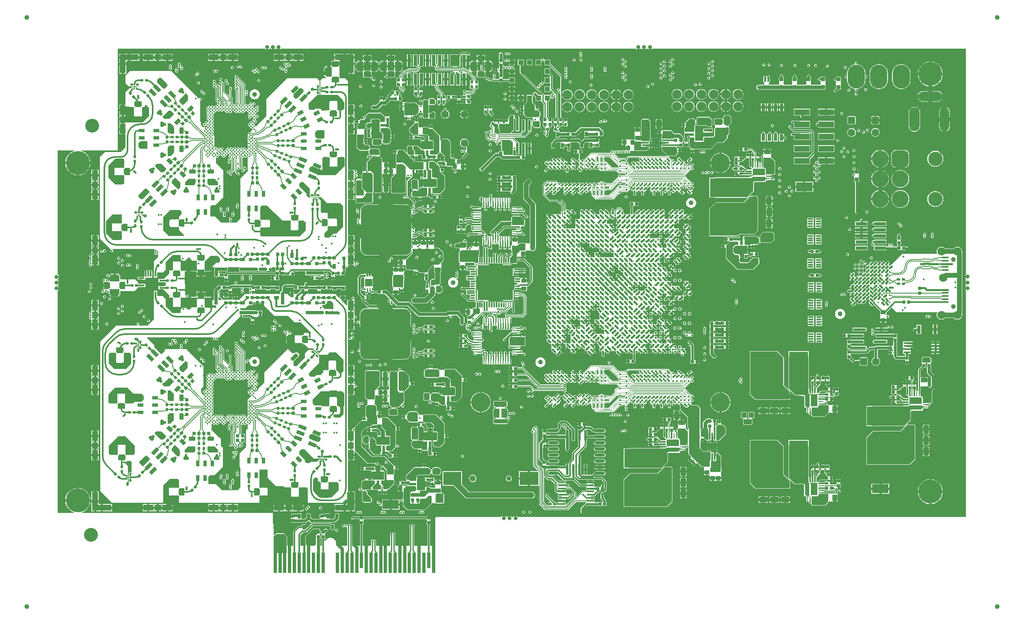
<source format=gtl>
G04 Layer_Physical_Order=1*
G04 Layer_Color=255*
%FSLAX44Y44*%
%MOMM*%
G71*
G01*
G75*
%ADD10C,0.3090*%
%ADD11C,0.3000*%
%ADD12C,0.2500*%
%ADD13C,0.2000*%
%ADD14C,0.1500*%
%ADD15C,0.2540*%
%ADD16C,0.1900*%
%ADD17C,0.1100*%
%ADD18C,0.1400*%
%ADD19C,0.1600*%
%ADD20R,0.3000X0.3100*%
%ADD21R,0.3100X0.3000*%
G04:AMPARAMS|DCode=22|XSize=0.31mm|YSize=0.3mm|CornerRadius=0mm|HoleSize=0mm|Usage=FLASHONLY|Rotation=135.000|XOffset=0mm|YOffset=0mm|HoleType=Round|Shape=Rectangle|*
%AMROTATEDRECTD22*
4,1,4,0.2157,-0.0035,0.0035,-0.2157,-0.2157,0.0035,-0.0035,0.2157,0.2157,-0.0035,0.0*
%
%ADD22ROTATEDRECTD22*%

G04:AMPARAMS|DCode=23|XSize=0.31mm|YSize=0.3mm|CornerRadius=0mm|HoleSize=0mm|Usage=FLASHONLY|Rotation=45.000|XOffset=0mm|YOffset=0mm|HoleType=Round|Shape=Rectangle|*
%AMROTATEDRECTD23*
4,1,4,-0.0035,-0.2157,-0.2157,-0.0035,0.0035,0.2157,0.2157,0.0035,-0.0035,-0.2157,0.0*
%
%ADD23ROTATEDRECTD23*%

%ADD24R,2.5000X1.7000*%
%ADD25R,0.5000X0.7000*%
G04:AMPARAMS|DCode=26|XSize=0.6mm|YSize=0.6mm|CornerRadius=0.06mm|HoleSize=0mm|Usage=FLASHONLY|Rotation=180.000|XOffset=0mm|YOffset=0mm|HoleType=Round|Shape=RoundedRectangle|*
%AMROUNDEDRECTD26*
21,1,0.6000,0.4800,0,0,180.0*
21,1,0.4800,0.6000,0,0,180.0*
1,1,0.1200,-0.2400,0.2400*
1,1,0.1200,0.2400,0.2400*
1,1,0.1200,0.2400,-0.2400*
1,1,0.1200,-0.2400,-0.2400*
%
%ADD26ROUNDEDRECTD26*%
G04:AMPARAMS|DCode=27|XSize=1.3mm|YSize=0.8mm|CornerRadius=0.1mm|HoleSize=0mm|Usage=FLASHONLY|Rotation=0.000|XOffset=0mm|YOffset=0mm|HoleType=Round|Shape=RoundedRectangle|*
%AMROUNDEDRECTD27*
21,1,1.3000,0.6000,0,0,0.0*
21,1,1.1000,0.8000,0,0,0.0*
1,1,0.2000,0.5500,-0.3000*
1,1,0.2000,-0.5500,-0.3000*
1,1,0.2000,-0.5500,0.3000*
1,1,0.2000,0.5500,0.3000*
%
%ADD27ROUNDEDRECTD27*%
G04:AMPARAMS|DCode=28|XSize=0.6mm|YSize=0.6mm|CornerRadius=0.06mm|HoleSize=0mm|Usage=FLASHONLY|Rotation=270.000|XOffset=0mm|YOffset=0mm|HoleType=Round|Shape=RoundedRectangle|*
%AMROUNDEDRECTD28*
21,1,0.6000,0.4800,0,0,270.0*
21,1,0.4800,0.6000,0,0,270.0*
1,1,0.1200,-0.2400,-0.2400*
1,1,0.1200,-0.2400,0.2400*
1,1,0.1200,0.2400,0.2400*
1,1,0.1200,0.2400,-0.2400*
%
%ADD28ROUNDEDRECTD28*%
G04:AMPARAMS|DCode=29|XSize=0.5mm|YSize=0.6mm|CornerRadius=0.05mm|HoleSize=0mm|Usage=FLASHONLY|Rotation=0.000|XOffset=0mm|YOffset=0mm|HoleType=Round|Shape=RoundedRectangle|*
%AMROUNDEDRECTD29*
21,1,0.5000,0.5000,0,0,0.0*
21,1,0.4000,0.6000,0,0,0.0*
1,1,0.1000,0.2000,-0.2500*
1,1,0.1000,-0.2000,-0.2500*
1,1,0.1000,-0.2000,0.2500*
1,1,0.1000,0.2000,0.2500*
%
%ADD29ROUNDEDRECTD29*%
G04:AMPARAMS|DCode=30|XSize=0.5mm|YSize=0.6mm|CornerRadius=0.05mm|HoleSize=0mm|Usage=FLASHONLY|Rotation=270.000|XOffset=0mm|YOffset=0mm|HoleType=Round|Shape=RoundedRectangle|*
%AMROUNDEDRECTD30*
21,1,0.5000,0.5000,0,0,270.0*
21,1,0.4000,0.6000,0,0,270.0*
1,1,0.1000,-0.2500,-0.2000*
1,1,0.1000,-0.2500,0.2000*
1,1,0.1000,0.2500,0.2000*
1,1,0.1000,0.2500,-0.2000*
%
%ADD30ROUNDEDRECTD30*%
G04:AMPARAMS|DCode=31|XSize=0.5mm|YSize=0.6mm|CornerRadius=0.05mm|HoleSize=0mm|Usage=FLASHONLY|Rotation=315.000|XOffset=0mm|YOffset=0mm|HoleType=Round|Shape=RoundedRectangle|*
%AMROUNDEDRECTD31*
21,1,0.5000,0.5000,0,0,315.0*
21,1,0.4000,0.6000,0,0,315.0*
1,1,0.1000,-0.0354,-0.3182*
1,1,0.1000,-0.3182,-0.0354*
1,1,0.1000,0.0354,0.3182*
1,1,0.1000,0.3182,0.0354*
%
%ADD31ROUNDEDRECTD31*%
G04:AMPARAMS|DCode=32|XSize=0.5mm|YSize=0.6mm|CornerRadius=0.05mm|HoleSize=0mm|Usage=FLASHONLY|Rotation=225.000|XOffset=0mm|YOffset=0mm|HoleType=Round|Shape=RoundedRectangle|*
%AMROUNDEDRECTD32*
21,1,0.5000,0.5000,0,0,225.0*
21,1,0.4000,0.6000,0,0,225.0*
1,1,0.1000,-0.3182,0.0354*
1,1,0.1000,-0.0354,0.3182*
1,1,0.1000,0.3182,-0.0354*
1,1,0.1000,0.0354,-0.3182*
%
%ADD32ROUNDEDRECTD32*%
G04:AMPARAMS|DCode=33|XSize=1mm|YSize=0.9mm|CornerRadius=0.1125mm|HoleSize=0mm|Usage=FLASHONLY|Rotation=90.000|XOffset=0mm|YOffset=0mm|HoleType=Round|Shape=RoundedRectangle|*
%AMROUNDEDRECTD33*
21,1,1.0000,0.6750,0,0,90.0*
21,1,0.7750,0.9000,0,0,90.0*
1,1,0.2250,0.3375,0.3875*
1,1,0.2250,0.3375,-0.3875*
1,1,0.2250,-0.3375,-0.3875*
1,1,0.2250,-0.3375,0.3875*
%
%ADD33ROUNDEDRECTD33*%
G04:AMPARAMS|DCode=34|XSize=1mm|YSize=0.9mm|CornerRadius=0.1125mm|HoleSize=0mm|Usage=FLASHONLY|Rotation=0.000|XOffset=0mm|YOffset=0mm|HoleType=Round|Shape=RoundedRectangle|*
%AMROUNDEDRECTD34*
21,1,1.0000,0.6750,0,0,0.0*
21,1,0.7750,0.9000,0,0,0.0*
1,1,0.2250,0.3875,-0.3375*
1,1,0.2250,-0.3875,-0.3375*
1,1,0.2250,-0.3875,0.3375*
1,1,0.2250,0.3875,0.3375*
%
%ADD34ROUNDEDRECTD34*%
G04:AMPARAMS|DCode=35|XSize=1.3mm|YSize=0.8mm|CornerRadius=0.1mm|HoleSize=0mm|Usage=FLASHONLY|Rotation=270.000|XOffset=0mm|YOffset=0mm|HoleType=Round|Shape=RoundedRectangle|*
%AMROUNDEDRECTD35*
21,1,1.3000,0.6000,0,0,270.0*
21,1,1.1000,0.8000,0,0,270.0*
1,1,0.2000,-0.3000,-0.5500*
1,1,0.2000,-0.3000,0.5500*
1,1,0.2000,0.3000,0.5500*
1,1,0.2000,0.3000,-0.5500*
%
%ADD35ROUNDEDRECTD35*%
%ADD36R,0.7000X0.5000*%
%ADD37R,1.7000X2.5000*%
%ADD38R,1.2000X0.7600*%
G04:AMPARAMS|DCode=39|XSize=0.76mm|YSize=1.2mm|CornerRadius=0mm|HoleSize=0mm|Usage=FLASHONLY|Rotation=45.000|XOffset=0mm|YOffset=0mm|HoleType=Round|Shape=Rectangle|*
%AMROTATEDRECTD39*
4,1,4,0.1556,-0.6930,-0.6930,0.1556,-0.1556,0.6930,0.6930,-0.1556,0.1556,-0.6930,0.0*
%
%ADD39ROTATEDRECTD39*%

G04:AMPARAMS|DCode=40|XSize=0.76mm|YSize=1.2mm|CornerRadius=0mm|HoleSize=0mm|Usage=FLASHONLY|Rotation=115.000|XOffset=0mm|YOffset=0mm|HoleType=Round|Shape=Rectangle|*
%AMROTATEDRECTD40*
4,1,4,0.7044,-0.0908,-0.3832,-0.5980,-0.7044,0.0908,0.3832,0.5980,0.7044,-0.0908,0.0*
%
%ADD40ROTATEDRECTD40*%

%ADD41R,0.7600X1.2000*%
%ADD42C,1.6000*%
%ADD43R,0.7500X2.4000*%
%ADD44R,1.3000X2.0000*%
%ADD45R,1.3000X1.4000*%
%ADD46R,2.0000X1.3000*%
%ADD47R,1.4000X1.3000*%
G04:AMPARAMS|DCode=48|XSize=0.76mm|YSize=1.65mm|CornerRadius=0mm|HoleSize=0mm|Usage=FLASHONLY|Rotation=135.000|XOffset=0mm|YOffset=0mm|HoleType=Round|Shape=Rectangle|*
%AMROTATEDRECTD48*
4,1,4,0.8521,0.3147,-0.3147,-0.8521,-0.8521,-0.3147,0.3147,0.8521,0.8521,0.3147,0.0*
%
%ADD48ROTATEDRECTD48*%

%ADD49R,0.5500X2.2000*%
%ADD50C,1.0000*%
%ADD51R,1.5500X1.0000*%
%ADD52R,1.2000X1.6000*%
%ADD53R,1.2000X1.2000*%
%ADD54R,1.2000X2.1500*%
G04:AMPARAMS|DCode=55|XSize=1mm|YSize=1mm|CornerRadius=0.25mm|HoleSize=0mm|Usage=FLASHONLY|Rotation=270.000|XOffset=0mm|YOffset=0mm|HoleType=Round|Shape=RoundedRectangle|*
%AMROUNDEDRECTD55*
21,1,1.0000,0.5000,0,0,270.0*
21,1,0.5000,1.0000,0,0,270.0*
1,1,0.5000,-0.2500,-0.2500*
1,1,0.5000,-0.2500,0.2500*
1,1,0.5000,0.2500,0.2500*
1,1,0.5000,0.2500,-0.2500*
%
%ADD55ROUNDEDRECTD55*%
%ADD56R,1.0000X1.0000*%
%ADD57R,1.0000X1.0000*%
G04:AMPARAMS|DCode=58|XSize=0.6mm|YSize=1mm|CornerRadius=0.075mm|HoleSize=0mm|Usage=FLASHONLY|Rotation=0.000|XOffset=0mm|YOffset=0mm|HoleType=Round|Shape=RoundedRectangle|*
%AMROUNDEDRECTD58*
21,1,0.6000,0.8500,0,0,0.0*
21,1,0.4500,1.0000,0,0,0.0*
1,1,0.1500,0.2250,-0.4250*
1,1,0.1500,-0.2250,-0.4250*
1,1,0.1500,-0.2250,0.4250*
1,1,0.1500,0.2250,0.4250*
%
%ADD58ROUNDEDRECTD58*%
%ADD59O,2.2000X0.6000*%
G04:AMPARAMS|DCode=60|XSize=0.76mm|YSize=1.65mm|CornerRadius=0mm|HoleSize=0mm|Usage=FLASHONLY|Rotation=67.500|XOffset=0mm|YOffset=0mm|HoleType=Round|Shape=Rectangle|*
%AMROTATEDRECTD60*
4,1,4,0.6168,-0.6668,-0.9076,-0.0354,-0.6168,0.6668,0.9076,0.0354,0.6168,-0.6668,0.0*
%
%ADD60ROTATEDRECTD60*%

G04:AMPARAMS|DCode=61|XSize=0.76mm|YSize=1.65mm|CornerRadius=0mm|HoleSize=0mm|Usage=FLASHONLY|Rotation=225.000|XOffset=0mm|YOffset=0mm|HoleType=Round|Shape=Rectangle|*
%AMROTATEDRECTD61*
4,1,4,-0.3147,0.8521,0.8521,-0.3147,0.3147,-0.8521,-0.8521,0.3147,-0.3147,0.8521,0.0*
%
%ADD61ROTATEDRECTD61*%

%ADD62R,0.8000X1.4000*%
%ADD63R,0.8000X1.7000*%
%ADD64R,0.6000X0.4500*%
%ADD65R,0.6000X0.3000*%
%ADD66R,0.7000X4.2000*%
%ADD67R,0.7000X3.2000*%
G04:AMPARAMS|DCode=68|XSize=0.5mm|YSize=0.6mm|CornerRadius=0.05mm|HoleSize=0mm|Usage=FLASHONLY|Rotation=247.500|XOffset=0mm|YOffset=0mm|HoleType=Round|Shape=RoundedRectangle|*
%AMROUNDEDRECTD68*
21,1,0.5000,0.5000,0,0,247.5*
21,1,0.4000,0.6000,0,0,247.5*
1,1,0.1000,-0.3075,-0.0891*
1,1,0.1000,-0.1544,0.2804*
1,1,0.1000,0.3075,0.0891*
1,1,0.1000,0.1544,-0.2804*
%
%ADD68ROUNDEDRECTD68*%
G04:AMPARAMS|DCode=69|XSize=0.5mm|YSize=0.6mm|CornerRadius=0.05mm|HoleSize=0mm|Usage=FLASHONLY|Rotation=337.500|XOffset=0mm|YOffset=0mm|HoleType=Round|Shape=RoundedRectangle|*
%AMROUNDEDRECTD69*
21,1,0.5000,0.5000,0,0,337.5*
21,1,0.4000,0.6000,0,0,337.5*
1,1,0.1000,0.0891,-0.3075*
1,1,0.1000,-0.2804,-0.1544*
1,1,0.1000,-0.0891,0.3075*
1,1,0.1000,0.2804,0.1544*
%
%ADD69ROUNDEDRECTD69*%
G04:AMPARAMS|DCode=70|XSize=0.6mm|YSize=0.6mm|CornerRadius=0.06mm|HoleSize=0mm|Usage=FLASHONLY|Rotation=315.000|XOffset=0mm|YOffset=0mm|HoleType=Round|Shape=RoundedRectangle|*
%AMROUNDEDRECTD70*
21,1,0.6000,0.4800,0,0,315.0*
21,1,0.4800,0.6000,0,0,315.0*
1,1,0.1200,0.0000,-0.3394*
1,1,0.1200,-0.3394,0.0000*
1,1,0.1200,0.0000,0.3394*
1,1,0.1200,0.3394,0.0000*
%
%ADD70ROUNDEDRECTD70*%
G04:AMPARAMS|DCode=71|XSize=0.5mm|YSize=0.6mm|CornerRadius=0.05mm|HoleSize=0mm|Usage=FLASHONLY|Rotation=295.000|XOffset=0mm|YOffset=0mm|HoleType=Round|Shape=RoundedRectangle|*
%AMROUNDEDRECTD71*
21,1,0.5000,0.5000,0,0,295.0*
21,1,0.4000,0.6000,0,0,295.0*
1,1,0.1000,-0.1421,-0.2869*
1,1,0.1000,-0.3111,0.0756*
1,1,0.1000,0.1421,0.2869*
1,1,0.1000,0.3111,-0.0756*
%
%ADD71ROUNDEDRECTD71*%
G04:AMPARAMS|DCode=72|XSize=0.5mm|YSize=0.6mm|CornerRadius=0.05mm|HoleSize=0mm|Usage=FLASHONLY|Rotation=25.000|XOffset=0mm|YOffset=0mm|HoleType=Round|Shape=RoundedRectangle|*
%AMROUNDEDRECTD72*
21,1,0.5000,0.5000,0,0,25.0*
21,1,0.4000,0.6000,0,0,25.0*
1,1,0.1000,0.2869,-0.1421*
1,1,0.1000,-0.0756,-0.3111*
1,1,0.1000,-0.2869,0.1421*
1,1,0.1000,0.0756,0.3111*
%
%ADD72ROUNDEDRECTD72*%
G04:AMPARAMS|DCode=73|XSize=0.6mm|YSize=0.6mm|CornerRadius=0.06mm|HoleSize=0mm|Usage=FLASHONLY|Rotation=25.000|XOffset=0mm|YOffset=0mm|HoleType=Round|Shape=RoundedRectangle|*
%AMROUNDEDRECTD73*
21,1,0.6000,0.4800,0,0,25.0*
21,1,0.4800,0.6000,0,0,25.0*
1,1,0.1200,0.3189,-0.1161*
1,1,0.1200,-0.1161,-0.3189*
1,1,0.1200,-0.3189,0.1161*
1,1,0.1200,0.1161,0.3189*
%
%ADD73ROUNDEDRECTD73*%
G04:AMPARAMS|DCode=74|XSize=0.6mm|YSize=0.6mm|CornerRadius=0.06mm|HoleSize=0mm|Usage=FLASHONLY|Rotation=45.000|XOffset=0mm|YOffset=0mm|HoleType=Round|Shape=RoundedRectangle|*
%AMROUNDEDRECTD74*
21,1,0.6000,0.4800,0,0,45.0*
21,1,0.4800,0.6000,0,0,45.0*
1,1,0.1200,0.3394,0.0000*
1,1,0.1200,0.0000,-0.3394*
1,1,0.1200,-0.3394,0.0000*
1,1,0.1200,0.0000,0.3394*
%
%ADD74ROUNDEDRECTD74*%
G04:AMPARAMS|DCode=75|XSize=1.3mm|YSize=0.8mm|CornerRadius=0.1mm|HoleSize=0mm|Usage=FLASHONLY|Rotation=225.000|XOffset=0mm|YOffset=0mm|HoleType=Round|Shape=RoundedRectangle|*
%AMROUNDEDRECTD75*
21,1,1.3000,0.6000,0,0,225.0*
21,1,1.1000,0.8000,0,0,225.0*
1,1,0.2000,-0.6010,-0.1768*
1,1,0.2000,0.1768,0.6010*
1,1,0.2000,0.6010,0.1768*
1,1,0.2000,-0.1768,-0.6010*
%
%ADD75ROUNDEDRECTD75*%
G04:AMPARAMS|DCode=76|XSize=1.3mm|YSize=0.8mm|CornerRadius=0.1mm|HoleSize=0mm|Usage=FLASHONLY|Rotation=315.000|XOffset=0mm|YOffset=0mm|HoleType=Round|Shape=RoundedRectangle|*
%AMROUNDEDRECTD76*
21,1,1.3000,0.6000,0,0,315.0*
21,1,1.1000,0.8000,0,0,315.0*
1,1,0.2000,0.1768,-0.6010*
1,1,0.2000,-0.6010,0.1768*
1,1,0.2000,-0.1768,0.6010*
1,1,0.2000,0.6010,-0.1768*
%
%ADD76ROUNDEDRECTD76*%
G04:AMPARAMS|DCode=77|XSize=0.8mm|YSize=0.8mm|CornerRadius=0.1mm|HoleSize=0mm|Usage=FLASHONLY|Rotation=90.000|XOffset=0mm|YOffset=0mm|HoleType=Round|Shape=RoundedRectangle|*
%AMROUNDEDRECTD77*
21,1,0.8000,0.6000,0,0,90.0*
21,1,0.6000,0.8000,0,0,90.0*
1,1,0.2000,0.3000,0.3000*
1,1,0.2000,0.3000,-0.3000*
1,1,0.2000,-0.3000,-0.3000*
1,1,0.2000,-0.3000,0.3000*
%
%ADD77ROUNDEDRECTD77*%
%ADD78R,2.4000X0.7500*%
%ADD79R,3.2004X1.2700*%
%ADD80R,1.2000X1.2000*%
%ADD81R,2.1500X1.2000*%
%ADD82R,1.0000X1.5500*%
%ADD83R,1.6000X1.2000*%
%ADD84R,2.2000X0.5500*%
%ADD85C,0.3500*%
%ADD86R,0.6750X0.2000*%
%ADD87R,0.6750X0.4000*%
%ADD88O,0.2500X1.5500*%
%ADD89O,1.5500X0.2500*%
%ADD90O,0.2400X0.7500*%
%ADD91O,0.7500X0.2400*%
%ADD92R,7.4000X7.4000*%
%ADD93C,0.4100*%
%ADD94R,1.5000X0.3500*%
%ADD95C,0.5000*%
%ADD96R,0.6500X0.2000*%
%ADD97R,0.2000X0.6500*%
%ADD98R,0.7500X0.2000*%
%ADD99R,0.2500X0.6250*%
%ADD100R,1.6000X1.6000*%
G04:AMPARAMS|DCode=101|XSize=2.95mm|YSize=1.1mm|CornerRadius=0.1375mm|HoleSize=0mm|Usage=FLASHONLY|Rotation=270.000|XOffset=0mm|YOffset=0mm|HoleType=Round|Shape=RoundedRectangle|*
%AMROUNDEDRECTD101*
21,1,2.9500,0.8250,0,0,270.0*
21,1,2.6750,1.1000,0,0,270.0*
1,1,0.2750,-0.4125,-1.3375*
1,1,0.2750,-0.4125,1.3375*
1,1,0.2750,0.4125,1.3375*
1,1,0.2750,0.4125,-1.3375*
%
%ADD101ROUNDEDRECTD101*%
G04:AMPARAMS|DCode=102|XSize=10.5mm|YSize=10.5mm|CornerRadius=1.3125mm|HoleSize=0mm|Usage=FLASHONLY|Rotation=270.000|XOffset=0mm|YOffset=0mm|HoleType=Round|Shape=RoundedRectangle|*
%AMROUNDEDRECTD102*
21,1,10.5000,7.8750,0,0,270.0*
21,1,7.8750,10.5000,0,0,270.0*
1,1,2.6250,-3.9375,-3.9375*
1,1,2.6250,-3.9375,3.9375*
1,1,2.6250,3.9375,3.9375*
1,1,2.6250,3.9375,-3.9375*
%
%ADD102ROUNDEDRECTD102*%
%ADD103R,5.0000X4.0000*%
%ADD104R,2.5500X0.9000*%
%ADD105R,2.5500X1.4000*%
%ADD106R,0.2500X1.0000*%
%ADD107R,1.0000X0.2500*%
G04:AMPARAMS|DCode=108|XSize=1.8mm|YSize=1.15mm|CornerRadius=0.1437mm|HoleSize=0mm|Usage=FLASHONLY|Rotation=270.000|XOffset=0mm|YOffset=0mm|HoleType=Round|Shape=RoundedRectangle|*
%AMROUNDEDRECTD108*
21,1,1.8000,0.8625,0,0,270.0*
21,1,1.5125,1.1500,0,0,270.0*
1,1,0.2875,-0.4313,-0.7562*
1,1,0.2875,-0.4313,0.7562*
1,1,0.2875,0.4313,0.7562*
1,1,0.2875,0.4313,-0.7562*
%
%ADD108ROUNDEDRECTD108*%
%ADD109R,4.0000X1.3000*%
%ADD110R,1.3000X4.0000*%
%ADD111R,1.5000X4.0000*%
G04:AMPARAMS|DCode=112|XSize=1.4mm|YSize=1mm|CornerRadius=0.125mm|HoleSize=0mm|Usage=FLASHONLY|Rotation=270.000|XOffset=0mm|YOffset=0mm|HoleType=Round|Shape=RoundedRectangle|*
%AMROUNDEDRECTD112*
21,1,1.4000,0.7500,0,0,270.0*
21,1,1.1500,1.0000,0,0,270.0*
1,1,0.2500,-0.3750,-0.5750*
1,1,0.2500,-0.3750,0.5750*
1,1,0.2500,0.3750,0.5750*
1,1,0.2500,0.3750,-0.5750*
%
%ADD112ROUNDEDRECTD112*%
%ADD113R,0.9000X2.5500*%
%ADD114R,1.4000X2.5500*%
%ADD115R,4.0000X5.0000*%
G04:AMPARAMS|DCode=116|XSize=1.4mm|YSize=1mm|CornerRadius=0.125mm|HoleSize=0mm|Usage=FLASHONLY|Rotation=0.000|XOffset=0mm|YOffset=0mm|HoleType=Round|Shape=RoundedRectangle|*
%AMROUNDEDRECTD116*
21,1,1.4000,0.7500,0,0,0.0*
21,1,1.1500,1.0000,0,0,0.0*
1,1,0.2500,0.5750,-0.3750*
1,1,0.2500,-0.5750,-0.3750*
1,1,0.2500,-0.5750,0.3750*
1,1,0.2500,0.5750,0.3750*
%
%ADD116ROUNDEDRECTD116*%
G04:AMPARAMS|DCode=117|XSize=1.8mm|YSize=1.15mm|CornerRadius=0.1437mm|HoleSize=0mm|Usage=FLASHONLY|Rotation=180.000|XOffset=0mm|YOffset=0mm|HoleType=Round|Shape=RoundedRectangle|*
%AMROUNDEDRECTD117*
21,1,1.8000,0.8625,0,0,180.0*
21,1,1.5125,1.1500,0,0,180.0*
1,1,0.2875,-0.7562,0.4313*
1,1,0.2875,0.7562,0.4313*
1,1,0.2875,0.7562,-0.4313*
1,1,0.2875,-0.7562,-0.4313*
%
%ADD117ROUNDEDRECTD117*%
%ADD118R,0.9800X2.1800*%
%ADD119R,1.3500X0.4000*%
%ADD120R,3.5000X1.9000*%
%ADD121R,1.4000X0.4500*%
%ADD122R,4.0000X2.8000*%
%ADD123R,3.8000X2.8000*%
G04:AMPARAMS|DCode=124|XSize=1.6mm|YSize=1.9mm|CornerRadius=0.2mm|HoleSize=0mm|Usage=FLASHONLY|Rotation=270.000|XOffset=0mm|YOffset=0mm|HoleType=Round|Shape=RoundedRectangle|*
%AMROUNDEDRECTD124*
21,1,1.6000,1.5000,0,0,270.0*
21,1,1.2000,1.9000,0,0,270.0*
1,1,0.4000,-0.7500,-0.6000*
1,1,0.4000,-0.7500,0.6000*
1,1,0.4000,0.7500,0.6000*
1,1,0.4000,0.7500,-0.6000*
%
%ADD124ROUNDEDRECTD124*%
%ADD125O,0.3000X1.6000*%
G04:AMPARAMS|DCode=126|XSize=1.6mm|YSize=0.3mm|CornerRadius=0.0375mm|HoleSize=0mm|Usage=FLASHONLY|Rotation=90.000|XOffset=0mm|YOffset=0mm|HoleType=Round|Shape=RoundedRectangle|*
%AMROUNDEDRECTD126*
21,1,1.6000,0.2250,0,0,90.0*
21,1,1.5250,0.3000,0,0,90.0*
1,1,0.0750,0.1125,0.7625*
1,1,0.0750,0.1125,-0.7625*
1,1,0.0750,-0.1125,-0.7625*
1,1,0.0750,-0.1125,0.7625*
%
%ADD126ROUNDEDRECTD126*%
G04:AMPARAMS|DCode=127|XSize=1.6mm|YSize=0.3mm|CornerRadius=0.0375mm|HoleSize=0mm|Usage=FLASHONLY|Rotation=0.000|XOffset=0mm|YOffset=0mm|HoleType=Round|Shape=RoundedRectangle|*
%AMROUNDEDRECTD127*
21,1,1.6000,0.2250,0,0,0.0*
21,1,1.5250,0.3000,0,0,0.0*
1,1,0.0750,0.7625,-0.1125*
1,1,0.0750,-0.7625,-0.1125*
1,1,0.0750,-0.7625,0.1125*
1,1,0.0750,0.7625,0.1125*
%
%ADD127ROUNDEDRECTD127*%
%ADD128O,1.6000X0.3000*%
G04:AMPARAMS|DCode=129|XSize=1.6mm|YSize=1.9mm|CornerRadius=0.2mm|HoleSize=0mm|Usage=FLASHONLY|Rotation=180.000|XOffset=0mm|YOffset=0mm|HoleType=Round|Shape=RoundedRectangle|*
%AMROUNDEDRECTD129*
21,1,1.6000,1.5000,0,0,180.0*
21,1,1.2000,1.9000,0,0,180.0*
1,1,0.4000,-0.6000,0.7500*
1,1,0.4000,0.6000,0.7500*
1,1,0.4000,0.6000,-0.7500*
1,1,0.4000,-0.6000,-0.7500*
%
%ADD129ROUNDEDRECTD129*%
%ADD130R,1.0000X0.7000*%
%ADD131R,0.7000X0.7000*%
%ADD132R,0.7000X1.0000*%
%ADD133R,0.7000X0.7000*%
%ADD134R,0.1500X0.3500*%
%ADD135R,0.3500X0.1500*%
G04:AMPARAMS|DCode=136|XSize=0.35mm|YSize=0.15mm|CornerRadius=0mm|HoleSize=0mm|Usage=FLASHONLY|Rotation=225.000|XOffset=0mm|YOffset=0mm|HoleType=Round|Shape=Rectangle|*
%AMROTATEDRECTD136*
4,1,4,0.0707,0.1768,0.1768,0.0707,-0.0707,-0.1768,-0.1768,-0.0707,0.0707,0.1768,0.0*
%
%ADD136ROTATEDRECTD136*%

%ADD137R,0.2000X0.2000*%
%ADD138R,0.3000X0.9000*%
%ADD139R,0.9000X0.3000*%
%ADD140R,2.7000X2.7000*%
G04:AMPARAMS|DCode=141|XSize=0.7mm|YSize=0.4mm|CornerRadius=0.05mm|HoleSize=0mm|Usage=FLASHONLY|Rotation=90.000|XOffset=0mm|YOffset=0mm|HoleType=Round|Shape=RoundedRectangle|*
%AMROUNDEDRECTD141*
21,1,0.7000,0.3000,0,0,90.0*
21,1,0.6000,0.4000,0,0,90.0*
1,1,0.1000,0.1500,0.3000*
1,1,0.1000,0.1500,-0.3000*
1,1,0.1000,-0.1500,-0.3000*
1,1,0.1000,-0.1500,0.3000*
%
%ADD141ROUNDEDRECTD141*%
%ADD142C,0.4000*%
%ADD143C,0.6000*%
%ADD144C,0.5000*%
%ADD145C,0.7000*%
%ADD146C,0.1000*%
%ADD147C,0.3500*%
%ADD148C,1.2000*%
%ADD149C,0.4500*%
%ADD150C,0.1300*%
%ADD151C,1.0000*%
%ADD152C,0.5500*%
%ADD153C,0.8000*%
%ADD154C,0.4300*%
%ADD155R,7.0000X7.0000*%
%ADD156C,5.0000*%
%ADD157O,3.6000X5.0000*%
%ADD158C,2.0000*%
%ADD159C,3.0000*%
%ADD160C,3.5000*%
G04:AMPARAMS|DCode=161|XSize=3.5mm|YSize=3.5mm|CornerRadius=0.875mm|HoleSize=0mm|Usage=FLASHONLY|Rotation=90.000|XOffset=0mm|YOffset=0mm|HoleType=Round|Shape=RoundedRectangle|*
%AMROUNDEDRECTD161*
21,1,3.5000,1.7500,0,0,90.0*
21,1,1.7500,3.5000,0,0,90.0*
1,1,1.7500,0.8750,0.8750*
1,1,1.7500,0.8750,-0.8750*
1,1,1.7500,-0.8750,-0.8750*
1,1,1.7500,-0.8750,0.8750*
%
%ADD161ROUNDEDRECTD161*%
G04:AMPARAMS|DCode=162|XSize=1.524mm|YSize=1.524mm|CornerRadius=0.1905mm|HoleSize=0mm|Usage=FLASHONLY|Rotation=90.000|XOffset=0mm|YOffset=0mm|HoleType=Round|Shape=RoundedRectangle|*
%AMROUNDEDRECTD162*
21,1,1.5240,1.1430,0,0,90.0*
21,1,1.1430,1.5240,0,0,90.0*
1,1,0.3810,0.5715,0.5715*
1,1,0.3810,0.5715,-0.5715*
1,1,0.3810,-0.5715,-0.5715*
1,1,0.3810,-0.5715,0.5715*
%
%ADD162ROUNDEDRECTD162*%
%ADD163O,2.0000X5.0000*%
%ADD164O,2.2000X5.0000*%
%ADD165O,5.0000X2.0000*%
G04:AMPARAMS|DCode=166|XSize=1.524mm|YSize=1.524mm|CornerRadius=0.1905mm|HoleSize=0mm|Usage=FLASHONLY|Rotation=0.000|XOffset=0mm|YOffset=0mm|HoleType=Round|Shape=RoundedRectangle|*
%AMROUNDEDRECTD166*
21,1,1.5240,1.1430,0,0,0.0*
21,1,1.1430,1.5240,0,0,0.0*
1,1,0.3810,0.5715,-0.5715*
1,1,0.3810,-0.5715,-0.5715*
1,1,0.3810,-0.5715,0.5715*
1,1,0.3810,0.5715,0.5715*
%
%ADD166ROUNDEDRECTD166*%
%ADD167C,0.8000*%
%ADD168C,2.8800*%
%ADD169C,1.7500*%
%ADD170C,1.3000*%
%ADD171C,0.6604*%
%ADD172C,4.0000*%
%ADD173C,0.4000*%
G36*
X548000Y105250D02*
X550000Y103250D01*
X550000Y95750D01*
X545000Y95750D01*
X541250Y92000D01*
Y73000D01*
X538250Y70000D01*
X523750D01*
X520250Y73500D01*
X520250Y89500D01*
X536000Y105250D01*
X548000Y105250D01*
D02*
G37*
G36*
X772593Y125476D02*
X772946Y124946D01*
X773000Y124911D01*
Y122089D01*
X772946Y122054D01*
X772593Y121524D01*
X772469Y120900D01*
Y116100D01*
X772593Y115476D01*
X772946Y114946D01*
X773476Y114593D01*
X773905Y114507D01*
Y70000D01*
X746294D01*
Y110534D01*
X746826Y111329D01*
X747059Y112500D01*
X746826Y113671D01*
X746163Y114663D01*
X745171Y115326D01*
X744000Y115559D01*
X742830Y115326D01*
X741837Y114663D01*
X741163D01*
X740171Y115326D01*
X739000Y115559D01*
X737830Y115326D01*
X736837Y114663D01*
X736174Y113671D01*
X735941Y112500D01*
X736174Y111329D01*
X736706Y110534D01*
Y70000D01*
X706294D01*
Y93034D01*
X706826Y93829D01*
X707059Y95000D01*
X706826Y96171D01*
X706163Y97163D01*
X705171Y97826D01*
X704000Y98059D01*
X702830Y97826D01*
X702203Y97407D01*
X701500Y97242D01*
X700798Y97407D01*
X700171Y97826D01*
X699000Y98059D01*
X697830Y97826D01*
X696837Y97163D01*
X696174Y96171D01*
X695941Y95000D01*
X696174Y93829D01*
X696706Y93034D01*
Y70000D01*
X666294D01*
Y78033D01*
X666826Y78830D01*
X667059Y80000D01*
X666826Y81171D01*
X666163Y82163D01*
X665171Y82826D01*
X664000Y83059D01*
X662830Y82826D01*
X662203Y82407D01*
X661500Y82242D01*
X660798Y82407D01*
X660171Y82826D01*
X659000Y83059D01*
X657830Y82826D01*
X656837Y82163D01*
X656174Y81171D01*
X655941Y80000D01*
X656174Y78830D01*
X656706Y78033D01*
Y70000D01*
X639095D01*
Y114507D01*
X639524Y114593D01*
X640054Y114946D01*
X640407Y115476D01*
X640531Y116100D01*
Y120900D01*
X640407Y121524D01*
X640054Y122053D01*
X640000Y122089D01*
Y124911D01*
X640054Y124946D01*
X640407Y125476D01*
X640493Y125905D01*
X772507D01*
X772593Y125476D01*
D02*
G37*
G36*
X453754Y1106790D02*
X453900Y1106819D01*
X455719Y1108035D01*
X455991Y1108441D01*
X459517D01*
X459789Y1108035D01*
X461608Y1106819D01*
X461754Y1106790D01*
Y1112000D01*
X465754D01*
Y1106790D01*
X465900Y1106819D01*
X467719Y1108035D01*
X467991Y1108441D01*
X1209350D01*
X1209789Y1107785D01*
X1211608Y1106569D01*
X1211754Y1106540D01*
Y1111750D01*
X1215754D01*
Y1106540D01*
X1215900Y1106569D01*
X1217719Y1107785D01*
X1218158Y1108441D01*
X1221350D01*
X1221789Y1107785D01*
X1223608Y1106569D01*
X1223754Y1106540D01*
Y1111750D01*
X1227754D01*
Y1106540D01*
X1227900Y1106569D01*
X1229719Y1107785D01*
X1230158Y1108441D01*
X1233350D01*
X1233789Y1107785D01*
X1235608Y1106569D01*
X1235754Y1106540D01*
Y1111750D01*
X1239754D01*
Y1106540D01*
X1239900Y1106569D01*
X1241719Y1107785D01*
X1242158Y1108441D01*
X1896941D01*
Y636658D01*
X1896285Y636219D01*
X1895069Y634399D01*
X1895040Y634254D01*
X1900250D01*
Y630254D01*
X1895040D01*
X1895069Y630108D01*
X1896285Y628288D01*
X1896941Y627850D01*
Y624658D01*
X1896285Y624219D01*
X1895069Y622399D01*
X1895040Y622254D01*
X1900250D01*
Y618254D01*
X1895040D01*
X1895069Y618108D01*
X1896285Y616288D01*
X1896941Y615849D01*
Y612658D01*
X1896285Y612219D01*
X1895069Y610400D01*
X1895040Y610253D01*
X1900250D01*
Y606254D01*
X1895040D01*
X1895069Y606108D01*
X1896285Y604288D01*
X1896941Y603849D01*
Y130559D01*
X962409D01*
X961469Y131965D01*
X959650Y133181D01*
X959504Y133210D01*
Y128000D01*
X955504D01*
Y133210D01*
X955358Y133181D01*
X953538Y131965D01*
X952598Y130559D01*
X950409D01*
X949469Y131965D01*
X947650Y133181D01*
X947504Y133210D01*
Y128000D01*
X943504D01*
Y133210D01*
X943358Y133181D01*
X941538Y131965D01*
X940599Y130559D01*
X938409D01*
X937469Y131965D01*
X935650Y133181D01*
X935504Y133210D01*
Y128000D01*
X931504D01*
Y133210D01*
X931358Y133181D01*
X929538Y131965D01*
X928598Y130559D01*
X793000D01*
X791830Y130326D01*
X790837Y129663D01*
X790174Y128670D01*
X789941Y127500D01*
Y70000D01*
X779095D01*
Y114507D01*
X779524Y114593D01*
X780054Y114946D01*
X780407Y115476D01*
X780531Y116100D01*
Y120900D01*
X780407Y121524D01*
X780054Y122054D01*
X780000Y122089D01*
Y124911D01*
X780054Y124946D01*
X780407Y125476D01*
X780531Y126100D01*
Y130900D01*
X780407Y131524D01*
X780054Y132053D01*
X779524Y132407D01*
X778900Y132531D01*
X774100D01*
X773476Y132407D01*
X772946Y132053D01*
X772593Y131524D01*
X772507Y131095D01*
X640493D01*
X640407Y131524D01*
X640054Y132053D01*
X639524Y132407D01*
X638900Y132531D01*
X634100D01*
X633476Y132407D01*
X632947Y132053D01*
X632593Y131524D01*
X632508Y131095D01*
X619266D01*
X618921Y131326D01*
X617750Y131559D01*
X616580Y131326D01*
X615587Y130663D01*
X614924Y129670D01*
X614691Y128500D01*
X614924Y127330D01*
X615587Y126337D01*
X616580Y125674D01*
X617750Y125441D01*
X618921Y125674D01*
X619266Y125905D01*
X632508D01*
X632593Y125476D01*
X632947Y124946D01*
X633000Y124911D01*
Y122089D01*
X632947Y122053D01*
X632593Y121524D01*
X632469Y120900D01*
Y116100D01*
X632593Y115476D01*
X632947Y114946D01*
X633476Y114593D01*
X633905Y114507D01*
Y70000D01*
X616294D01*
Y110534D01*
X616826Y111329D01*
X617059Y112500D01*
X616826Y113671D01*
X616163Y114663D01*
X615171Y115326D01*
X614000Y115559D01*
X612830Y115326D01*
X612203Y114907D01*
X611500Y114742D01*
X610798Y114907D01*
X610171Y115326D01*
X609000Y115559D01*
X607830Y115326D01*
X607202Y114907D01*
X606500Y114742D01*
X605798Y114907D01*
X605171Y115326D01*
X604000Y115559D01*
X602830Y115326D01*
X601837Y114663D01*
X601163D01*
X600171Y115326D01*
X599000Y115559D01*
X597830Y115326D01*
X596837Y114663D01*
X596174Y113671D01*
X595941Y112500D01*
X596174Y111329D01*
X596837Y110337D01*
X597830Y109674D01*
X599000Y109441D01*
X600171Y109674D01*
X601163Y110337D01*
X601837D01*
X602830Y109674D01*
X604000Y109441D01*
X605171Y109674D01*
X605706Y110032D01*
X606706Y109497D01*
Y70000D01*
X584059D01*
Y74500D01*
X584039Y74599D01*
X584052Y74700D01*
X583971Y75940D01*
X583893Y76231D01*
X583873Y76532D01*
X583231Y78927D01*
X583054Y79286D01*
X582926Y79665D01*
X581686Y81812D01*
X581422Y82113D01*
X581200Y82446D01*
X579446Y84200D01*
X579113Y84422D01*
X578812Y84686D01*
X576665Y85926D01*
X576286Y86054D01*
X575927Y86231D01*
X573532Y86873D01*
X573132Y86899D01*
X572740Y86977D01*
X570260D01*
X569868Y86899D01*
X569468Y86873D01*
X567073Y86231D01*
X566714Y86054D01*
X566335Y85926D01*
X564187Y84686D01*
X563887Y84422D01*
X563554Y84200D01*
X561800Y82446D01*
X561578Y82113D01*
X561314Y81812D01*
X560074Y79665D01*
X559095Y79891D01*
Y84719D01*
X559150D01*
X559774Y84843D01*
X560303Y85197D01*
X560657Y85726D01*
X560781Y86350D01*
Y91150D01*
X560657Y91774D01*
X560303Y92303D01*
X560250Y92339D01*
Y95161D01*
X560303Y95197D01*
X560657Y95726D01*
X560781Y96350D01*
Y98456D01*
X561767Y99441D01*
X563750D01*
X564921Y99674D01*
X565913Y100337D01*
X566576Y101329D01*
X566809Y102500D01*
X566576Y103671D01*
X565913Y104663D01*
X564921Y105326D01*
X563750Y105559D01*
X560500D01*
X560500Y105559D01*
X559329Y105326D01*
X558337Y104663D01*
X558337Y104663D01*
X556456Y102781D01*
X554350D01*
X553726Y102657D01*
X553196Y102303D01*
X552843Y101774D01*
X552719Y101150D01*
Y96350D01*
X552843Y95726D01*
X553196Y95197D01*
X553250Y95161D01*
Y92339D01*
X553196Y92303D01*
X552843Y91774D01*
X552719Y91150D01*
Y86350D01*
X552843Y85726D01*
X553196Y85197D01*
X553726Y84843D01*
X553905Y84807D01*
Y70000D01*
X550578D01*
Y88750D01*
X550531Y88986D01*
Y91150D01*
X550407Y91774D01*
X550054Y92303D01*
X550000Y92339D01*
Y94668D01*
X550765Y94985D01*
X551082Y95750D01*
X551082Y103250D01*
X551082Y103250D01*
X550765Y104015D01*
X550765Y104015D01*
X548765Y106015D01*
X548000Y106332D01*
X536000Y106332D01*
X535235Y106015D01*
X535235Y106015D01*
X519485Y90265D01*
X519168Y89500D01*
X519168Y73500D01*
X519168Y73500D01*
X519485Y72735D01*
X521219Y71000D01*
X520805Y70000D01*
X509095D01*
Y92675D01*
X514825Y98405D01*
X520500D01*
X521493Y98603D01*
X522335Y99165D01*
X535325Y112155D01*
X569675D01*
X571966Y109865D01*
Y105250D01*
X572102Y104567D01*
X572488Y103988D01*
X573067Y103602D01*
X573750Y103466D01*
X578250D01*
X578933Y103602D01*
X579512Y103988D01*
X579898Y104567D01*
X580034Y105250D01*
Y113750D01*
X579898Y114433D01*
X579512Y115012D01*
X578933Y115398D01*
X578250Y115534D01*
X573750D01*
X573655Y115515D01*
X572585Y116585D01*
X571743Y117147D01*
X570750Y117345D01*
X534250D01*
X533257Y117147D01*
X532415Y116585D01*
X521534Y105704D01*
X520534Y106118D01*
Y113750D01*
X520398Y114433D01*
X520012Y115012D01*
X519433Y115398D01*
X518750Y115534D01*
X514250D01*
X513567Y115398D01*
X512988Y115012D01*
X512602Y114433D01*
X512466Y113750D01*
Y112095D01*
X505750D01*
X504757Y111897D01*
X503915Y111335D01*
X494665Y102085D01*
X494103Y101243D01*
X493905Y100250D01*
Y70000D01*
X481083D01*
Y89500D01*
X481083Y89500D01*
X480766Y90265D01*
X475016Y96015D01*
X474250Y96332D01*
X458750D01*
X458750Y96332D01*
X457985Y96015D01*
X453983Y92013D01*
X453059Y92396D01*
Y109250D01*
X453044Y109325D01*
X453055Y109400D01*
X452967Y111189D01*
X452912Y111409D01*
Y111636D01*
X452214Y115144D01*
X452099Y115423D01*
X452040Y115718D01*
X451586Y116814D01*
Y137600D01*
X451504Y137799D01*
Y138014D01*
X451427Y138200D01*
X451275Y138352D01*
X451269Y138366D01*
X451269Y138366D01*
X451192Y138551D01*
X451051Y138693D01*
X450852Y138775D01*
X450700Y138927D01*
X450514Y139004D01*
X450299Y139004D01*
X450100Y139086D01*
X52586D01*
X52438Y140086D01*
X54998Y140863D01*
X59515Y143277D01*
X63474Y146526D01*
X66723Y150485D01*
X69137Y155002D01*
X70624Y159903D01*
X70929Y163000D01*
X19071D01*
X19376Y159903D01*
X20863Y155002D01*
X23277Y150485D01*
X26526Y146526D01*
X30485Y143277D01*
X35002Y140863D01*
X37562Y140086D01*
X37414Y139086D01*
X3059D01*
Y602841D01*
X4465Y603781D01*
X5681Y605600D01*
X5710Y605746D01*
X500D01*
Y609746D01*
X5710D01*
X5681Y609892D01*
X4465Y611712D01*
X3059Y612651D01*
Y614841D01*
X4465Y615781D01*
X5681Y617600D01*
X5710Y617746D01*
X500D01*
Y621746D01*
X5710D01*
X5681Y621892D01*
X4465Y623712D01*
X3059Y624651D01*
Y626841D01*
X4465Y627781D01*
X5681Y629600D01*
X5710Y629746D01*
X500D01*
Y633746D01*
X5710D01*
X5681Y633892D01*
X4465Y635712D01*
X3059Y636651D01*
Y895918D01*
X37427D01*
X37575Y894918D01*
X35002Y894137D01*
X30485Y891723D01*
X26526Y888474D01*
X23277Y884515D01*
X20863Y879998D01*
X19376Y875097D01*
X19071Y872000D01*
X70929D01*
X70624Y875097D01*
X69137Y879998D01*
X66723Y884515D01*
X63474Y888474D01*
X59515Y891723D01*
X54998Y894137D01*
X52425Y894918D01*
X52573Y895918D01*
X127000D01*
X127765Y896235D01*
X128082Y897000D01*
Y1108441D01*
X435517D01*
X435788Y1108035D01*
X437608Y1106819D01*
X437754Y1106790D01*
Y1112000D01*
X441754D01*
Y1106790D01*
X441900Y1106819D01*
X443719Y1108035D01*
X443991Y1108441D01*
X447517D01*
X447789Y1108035D01*
X449608Y1106819D01*
X449754Y1106790D01*
Y1112000D01*
X453754D01*
Y1106790D01*
D02*
G37*
G36*
X480000Y89500D02*
Y55500D01*
X453000D01*
Y89500D01*
X458750Y95250D01*
X474250D01*
X480000Y89500D01*
D02*
G37*
%LPC*%
G36*
X1300250Y548569D02*
X1298884Y548297D01*
X1297727Y547523D01*
X1296953Y546366D01*
X1296681Y545000D01*
X1296953Y543634D01*
X1297727Y542477D01*
X1298884Y541703D01*
X1300250Y541432D01*
X1301616Y541703D01*
X1302773Y542477D01*
X1303547Y543634D01*
X1303819Y545000D01*
X1303547Y546366D01*
X1302773Y547523D01*
X1301616Y548297D01*
X1300250Y548569D01*
D02*
G37*
G36*
X1290250D02*
X1288884Y548297D01*
X1287727Y547523D01*
X1286953Y546366D01*
X1286681Y545000D01*
X1286953Y543634D01*
X1287727Y542477D01*
X1288884Y541703D01*
X1290250Y541432D01*
X1291616Y541703D01*
X1292773Y542477D01*
X1293547Y543634D01*
X1293819Y545000D01*
X1293547Y546366D01*
X1292773Y547523D01*
X1291616Y548297D01*
X1290250Y548569D01*
D02*
G37*
G36*
X88500Y550375D02*
X83000D01*
Y544375D01*
X88500D01*
Y550375D01*
D02*
G37*
G36*
X183750Y551809D02*
X182579Y551576D01*
X181587Y550913D01*
X180924Y549921D01*
X180691Y548750D01*
X180924Y547579D01*
X181587Y546587D01*
X182579Y545924D01*
X183750Y545691D01*
X184921Y545924D01*
X185913Y546587D01*
X186576Y547579D01*
X186809Y548750D01*
X186576Y549921D01*
X185913Y550913D01*
X184921Y551576D01*
X183750Y551809D01*
D02*
G37*
G36*
X621750Y560375D02*
X616250D01*
Y552375D01*
Y544375D01*
X621750D01*
Y544692D01*
X622750Y545227D01*
X622830Y545174D01*
X624000Y544941D01*
X625171Y545174D01*
X626163Y545837D01*
X626826Y546829D01*
X627059Y548000D01*
X626826Y549170D01*
X626163Y550163D01*
X625171Y550826D01*
X624000Y551059D01*
X622830Y550826D01*
X622750Y550773D01*
X621750Y551307D01*
Y560375D01*
D02*
G37*
G36*
X672250Y566372D02*
X646625D01*
X642938Y565886D01*
X639502Y564463D01*
X636551Y562199D01*
X634287Y559248D01*
X632864Y555812D01*
X632378Y552125D01*
Y539768D01*
X631586Y539477D01*
X631378Y539436D01*
X630420Y540076D01*
X629250Y540309D01*
X628079Y540076D01*
X627087Y539413D01*
X626424Y538420D01*
X626191Y537250D01*
X626424Y536079D01*
X627087Y535087D01*
X628079Y534424D01*
X629250Y534191D01*
X630420Y534424D01*
X631378Y535064D01*
X631586Y535023D01*
X632378Y534732D01*
Y526500D01*
X641000Y526500D01*
Y514750D01*
X684000D01*
Y558000D01*
X672250D01*
Y566372D01*
D02*
G37*
G36*
X1730542Y539250D02*
X1726500D01*
Y535708D01*
X1728375D01*
X1729204Y535873D01*
X1729907Y536343D01*
X1730377Y537046D01*
X1730542Y537875D01*
Y539250D01*
D02*
G37*
G36*
X1722500D02*
X1718458D01*
Y537875D01*
X1718623Y537046D01*
X1719093Y536343D01*
X1719796Y535873D01*
X1720625Y535708D01*
X1722500D01*
Y539250D01*
D02*
G37*
G36*
X1401549Y539191D02*
X1401149D01*
Y537160D01*
X1403180D01*
Y537560D01*
X1403056Y538184D01*
X1402702Y538713D01*
X1402173Y539067D01*
X1401549Y539191D01*
D02*
G37*
G36*
X815250Y544059D02*
X814080Y543826D01*
X813087Y543163D01*
X812424Y542170D01*
X812191Y541000D01*
X812424Y539829D01*
X813087Y538837D01*
X814080Y538174D01*
X815250Y537941D01*
X816421Y538174D01*
X817413Y538837D01*
X818076Y539829D01*
X818309Y541000D01*
X818076Y542170D01*
X817413Y543163D01*
X816421Y543826D01*
X815250Y544059D01*
D02*
G37*
G36*
X192000D02*
X190829Y543826D01*
X189837Y543163D01*
X189174Y542170D01*
X188941Y541000D01*
X189174Y539829D01*
X189837Y538837D01*
X190829Y538174D01*
X192000Y537941D01*
X193171Y538174D01*
X194163Y538837D01*
X194826Y539829D01*
X195059Y541000D01*
X194826Y542170D01*
X194163Y543163D01*
X193171Y543826D01*
X192000Y544059D01*
D02*
G37*
G36*
X1252250Y547873D02*
Y547000D01*
X1253123D01*
X1252773Y547523D01*
X1252250Y547873D01*
D02*
G37*
G36*
X1268250Y553000D02*
X1267377D01*
X1267727Y552477D01*
X1268250Y552127D01*
Y553000D01*
D02*
G37*
G36*
X1273123D02*
X1272250D01*
Y552127D01*
X1272773Y552477D01*
X1273123Y553000D01*
D02*
G37*
G36*
X1303123D02*
X1302250D01*
Y552127D01*
X1302773Y552477D01*
X1303123Y553000D01*
D02*
G37*
G36*
X856750Y557250D02*
X853208D01*
Y555375D01*
X853373Y554546D01*
X853843Y553843D01*
X854546Y553373D01*
X855375Y553208D01*
X856750D01*
Y557250D01*
D02*
G37*
G36*
X130500Y559309D02*
X129329Y559076D01*
X128337Y558413D01*
X127674Y557421D01*
X127441Y556250D01*
X127674Y555080D01*
X128337Y554087D01*
X129329Y553424D01*
X130500Y553192D01*
X131670Y553424D01*
X132662Y554087D01*
X133326Y555080D01*
X133558Y556250D01*
X133326Y557421D01*
X132662Y558413D01*
X131670Y559076D01*
X130500Y559309D01*
D02*
G37*
G36*
X1298250Y553000D02*
X1297377D01*
X1297727Y552477D01*
X1298250Y552127D01*
Y553000D01*
D02*
G37*
G36*
X1821250Y552059D02*
X1820079Y551826D01*
X1819087Y551163D01*
X1818413D01*
X1817421Y551826D01*
X1816250Y552059D01*
X1815079Y551826D01*
X1814087Y551163D01*
X1813424Y550171D01*
X1813191Y549000D01*
X1813424Y547830D01*
X1814087Y546837D01*
X1815079Y546174D01*
X1816250Y545941D01*
X1817421Y546174D01*
X1818413Y546837D01*
X1819087D01*
X1820079Y546174D01*
X1821250Y545941D01*
X1822421Y546174D01*
X1823413Y546837D01*
X1824076Y547830D01*
X1824309Y549000D01*
X1824076Y550171D01*
X1823413Y551163D01*
X1822421Y551826D01*
X1821250Y552059D01*
D02*
G37*
G36*
X1572000Y550750D02*
X1571000Y550360D01*
X1570000Y550559D01*
X1568829Y550326D01*
X1567837Y549663D01*
X1567174Y548671D01*
X1566941Y547500D01*
X1567174Y546329D01*
X1567837Y545337D01*
Y544663D01*
X1567174Y543671D01*
X1566941Y542500D01*
X1567174Y541329D01*
X1567837Y540337D01*
Y539663D01*
X1567174Y538671D01*
X1566941Y537500D01*
X1567174Y536329D01*
X1567837Y535337D01*
Y534663D01*
X1567174Y533671D01*
X1566941Y532500D01*
X1567174Y531329D01*
X1567837Y530337D01*
X1568829Y529674D01*
X1570000Y529441D01*
X1571000Y529640D01*
X1572000Y529250D01*
Y529250D01*
X1580000D01*
Y540000D01*
X1580000D01*
Y540000D01*
X1580000D01*
Y550750D01*
X1572000D01*
X1572000Y550750D01*
D02*
G37*
G36*
X1310250Y558569D02*
X1308884Y558297D01*
X1307727Y557523D01*
X1306953Y556366D01*
X1306681Y555000D01*
X1306953Y553634D01*
X1307727Y552477D01*
X1308884Y551703D01*
X1310250Y551432D01*
X1311616Y551703D01*
X1312773Y552477D01*
X1313547Y553634D01*
X1313819Y555000D01*
X1313547Y556366D01*
X1312773Y557523D01*
X1311616Y558297D01*
X1310250Y558569D01*
D02*
G37*
G36*
X1293123Y553000D02*
X1292250D01*
Y552127D01*
X1292773Y552477D01*
X1293123Y553000D01*
D02*
G37*
G36*
X1320250Y558569D02*
X1318884Y558297D01*
X1317727Y557523D01*
X1316953Y556366D01*
X1316681Y555000D01*
X1316953Y553634D01*
X1317727Y552477D01*
X1318884Y551703D01*
X1320250Y551432D01*
X1321616Y551703D01*
X1322773Y552477D01*
X1323547Y553634D01*
X1323819Y555000D01*
X1323547Y556366D01*
X1322773Y557523D01*
X1321616Y558297D01*
X1320250Y558569D01*
D02*
G37*
G36*
X1401549Y526896D02*
X1401149D01*
Y524865D01*
X1403180D01*
Y525265D01*
X1403056Y525889D01*
X1402702Y526418D01*
X1402173Y526772D01*
X1401549Y526896D01*
D02*
G37*
G36*
X745500Y534409D02*
X744329Y534176D01*
X743337Y533513D01*
X742674Y532520D01*
X742441Y531350D01*
X742674Y530179D01*
X743337Y529187D01*
X743467Y529100D01*
Y528100D01*
X743337Y528013D01*
X742674Y527020D01*
X742441Y525850D01*
X742674Y524679D01*
X743337Y523687D01*
X743765Y523401D01*
Y522199D01*
X743337Y521913D01*
X742674Y520921D01*
X742441Y519750D01*
X742674Y518579D01*
X743337Y517587D01*
X743467Y517500D01*
Y516500D01*
X743337Y516413D01*
X742674Y515420D01*
X742441Y514250D01*
X742674Y513079D01*
X743337Y512087D01*
X744329Y511424D01*
X745500Y511191D01*
X746671Y511424D01*
X747663Y512087D01*
X747714Y512164D01*
X748318Y512914D01*
X750911Y513256D01*
X753327Y514257D01*
X755402Y515848D01*
X755372Y515878D01*
X757013Y517519D01*
X757014Y517517D01*
X758384Y518433D01*
X760000Y518754D01*
Y518756D01*
X762376D01*
X764492Y517133D01*
X766770Y516189D01*
Y515400D01*
X766894Y514776D01*
X767247Y514246D01*
X767777Y513893D01*
X768401Y513769D01*
X773201D01*
X773825Y513893D01*
X774355Y514246D01*
X774390Y514300D01*
X777212D01*
X777247Y514246D01*
X777777Y513893D01*
X778401Y513769D01*
X783201D01*
X783825Y513893D01*
X784354Y514246D01*
X784375Y514276D01*
X784934Y514792D01*
X785743Y514852D01*
X786301Y514741D01*
X787472Y514974D01*
X788464Y515637D01*
X789127Y516629D01*
X789360Y517800D01*
X789127Y518970D01*
X788464Y519963D01*
X787472Y520626D01*
X786301Y520859D01*
X785743Y520748D01*
X784934Y520808D01*
X784375Y521324D01*
X784354Y521353D01*
X783825Y521707D01*
X783201Y521831D01*
X778401D01*
X777777Y521707D01*
X777247Y521353D01*
X777212Y521300D01*
X774390D01*
X774355Y521353D01*
X773825Y521707D01*
X773201Y521831D01*
X768401D01*
X767777Y521707D01*
X767247Y521353D01*
X766230Y521631D01*
X765938Y521855D01*
X765512Y522183D01*
X765403Y522505D01*
Y523095D01*
X765512Y523417D01*
X765938Y523745D01*
X766230Y523969D01*
X767247Y524246D01*
X767777Y523893D01*
X768401Y523769D01*
X773201D01*
X773825Y523893D01*
X774354Y524246D01*
X774390Y524300D01*
X777212D01*
X777247Y524246D01*
X777777Y523893D01*
X778401Y523769D01*
X783201D01*
X783825Y523893D01*
X784354Y524246D01*
X784375Y524277D01*
X784934Y524792D01*
X785743Y524852D01*
X786301Y524741D01*
X787472Y524974D01*
X788464Y525637D01*
X789127Y526629D01*
X789360Y527800D01*
X789127Y528970D01*
X788464Y529963D01*
X787472Y530626D01*
X786301Y530859D01*
X785743Y530748D01*
X784934Y530808D01*
X784374Y531324D01*
X784354Y531353D01*
X783825Y531707D01*
X783201Y531831D01*
X778401D01*
X777777Y531707D01*
X777247Y531353D01*
X777212Y531300D01*
X774390D01*
X774354Y531353D01*
X773825Y531707D01*
X773201Y531831D01*
X768401D01*
X767777Y531707D01*
X767247Y531353D01*
X766894Y530824D01*
X766770Y530200D01*
Y529411D01*
X764492Y528467D01*
X762376Y526844D01*
X760000D01*
Y526906D01*
X756797Y526484D01*
X753813Y525248D01*
X751250Y523282D01*
X751250Y523282D01*
X750586Y522531D01*
X749686Y521630D01*
X749619Y521630D01*
X748752Y521308D01*
X748140Y521312D01*
X747711Y521840D01*
X747663Y521913D01*
X747235Y522199D01*
Y523401D01*
X747663Y523687D01*
X748326Y524679D01*
X748559Y525850D01*
X748326Y527020D01*
X747663Y528013D01*
X747532Y528100D01*
Y529100D01*
X747663Y529187D01*
X748326Y530179D01*
X748559Y531350D01*
X748326Y532520D01*
X747663Y533513D01*
X746671Y534176D01*
X745500Y534409D01*
D02*
G37*
G36*
X1278250Y527873D02*
X1277727Y527523D01*
X1277377Y527000D01*
X1278250D01*
Y527873D01*
D02*
G37*
G36*
X1308250Y527873D02*
D01*
D01*
D01*
D02*
G37*
G36*
X1282250Y527873D02*
Y527000D01*
X1283123D01*
X1282773Y527523D01*
X1282250Y527873D01*
D02*
G37*
G36*
X1742750Y530387D02*
X1741579Y530154D01*
X1740587Y529491D01*
X1739924Y528499D01*
X1739691Y527328D01*
X1739924Y526158D01*
X1740587Y525165D01*
X1741579Y524502D01*
X1742750Y524270D01*
X1743920Y524502D01*
X1744913Y525165D01*
X1745576Y526158D01*
X1745809Y527328D01*
X1745576Y528499D01*
X1744913Y529491D01*
X1743920Y530154D01*
X1742750Y530387D01*
D02*
G37*
G36*
X1830750Y531500D02*
X1827750D01*
Y524000D01*
X1830750D01*
Y531500D01*
D02*
G37*
G36*
X1283123Y523000D02*
X1282250D01*
Y522127D01*
X1282773Y522477D01*
X1283123Y523000D01*
D02*
G37*
G36*
X1837750Y531500D02*
X1834750D01*
Y524000D01*
X1837750D01*
Y531500D01*
D02*
G37*
G36*
X1733750Y530387D02*
X1732579Y530154D01*
X1731587Y529491D01*
X1730924Y528499D01*
X1730691Y527328D01*
X1730796Y526800D01*
X1730052Y525800D01*
X1722250D01*
Y524050D01*
X1732829D01*
X1733250Y524369D01*
X1733750Y524270D01*
X1734921Y524502D01*
X1735913Y525165D01*
X1736576Y526158D01*
X1736809Y527328D01*
X1736576Y528499D01*
X1735913Y529491D01*
X1734921Y530154D01*
X1733750Y530387D01*
D02*
G37*
G36*
X1718250Y525800D02*
X1708250D01*
Y524050D01*
X1718250D01*
Y525800D01*
D02*
G37*
G36*
X1312250Y527873D02*
Y527873D01*
X1312250D01*
X1312250Y527873D01*
D02*
G37*
G36*
X1320250Y538569D02*
X1318884Y538297D01*
X1317727Y537523D01*
X1316953Y536366D01*
X1316681Y535000D01*
X1316953Y533634D01*
X1317727Y532477D01*
X1318884Y531703D01*
X1320250Y531432D01*
X1321616Y531703D01*
X1322773Y532477D01*
X1323547Y533634D01*
X1323819Y535000D01*
X1323547Y536366D01*
X1322773Y537523D01*
X1321616Y538297D01*
X1320250Y538569D01*
D02*
G37*
G36*
X1310250D02*
X1308884Y538297D01*
X1307727Y537523D01*
X1306953Y536366D01*
X1306681Y535000D01*
X1306953Y533634D01*
X1307727Y532477D01*
X1308884Y531703D01*
X1310250Y531432D01*
X1311616Y531703D01*
X1312773Y532477D01*
X1313547Y533634D01*
X1313819Y535000D01*
X1313547Y536366D01*
X1312773Y537523D01*
X1311616Y538297D01*
X1310250Y538569D01*
D02*
G37*
G36*
X878500Y538059D02*
X877329Y537826D01*
X876337Y537163D01*
X875674Y536171D01*
X875441Y535000D01*
X875674Y533829D01*
X876337Y532837D01*
X877329Y532174D01*
X878500Y531941D01*
X879670Y532174D01*
X880663Y532837D01*
X881326Y533829D01*
X881559Y535000D01*
X881326Y536171D01*
X880663Y537163D01*
X879670Y537826D01*
X878500Y538059D01*
D02*
G37*
G36*
X88500Y543375D02*
X83000D01*
Y534375D01*
X88500D01*
Y543375D01*
D02*
G37*
G36*
X621750Y543375D02*
X616250D01*
Y534375D01*
X621750D01*
Y543375D01*
D02*
G37*
G36*
X1403180Y533160D02*
X1401149D01*
Y531129D01*
X1401549D01*
X1402173Y531253D01*
X1402702Y531606D01*
X1403056Y532136D01*
X1403180Y532760D01*
Y533160D01*
D02*
G37*
G36*
X1322250Y527873D02*
Y527873D01*
X1322250D01*
X1322250Y527873D01*
D02*
G37*
G36*
X1318250Y527873D02*
X1318250Y527873D01*
X1318250D01*
Y527873D01*
D02*
G37*
G36*
X1592000Y550750D02*
Y550750D01*
X1584000D01*
Y545000D01*
X1584000D01*
Y540000D01*
X1584000D01*
X1584000Y540000D01*
Y529250D01*
X1592000D01*
X1592000Y529250D01*
X1593000Y529640D01*
X1594000Y529441D01*
X1595170Y529674D01*
X1596163Y530337D01*
X1596826Y531329D01*
X1597059Y532500D01*
X1596826Y533671D01*
X1596163Y534663D01*
Y535337D01*
X1596826Y536329D01*
X1597059Y537500D01*
X1596826Y538671D01*
X1596163Y539663D01*
Y540337D01*
X1596826Y541329D01*
X1597059Y542500D01*
X1596826Y543671D01*
X1596163Y544663D01*
Y545337D01*
X1596826Y546329D01*
X1597059Y547500D01*
X1596826Y548671D01*
X1596163Y549663D01*
X1595170Y550326D01*
X1594000Y550559D01*
X1593000Y550360D01*
X1592000Y550750D01*
D02*
G37*
G36*
X1367000Y539298D02*
X1366764Y539251D01*
X1364600D01*
X1363976Y539127D01*
X1363447Y538773D01*
X1363093Y538244D01*
X1362969Y537620D01*
Y535456D01*
X1362922Y535220D01*
Y522865D01*
Y510470D01*
Y497970D01*
Y485500D01*
Y471250D01*
X1362922Y471250D01*
X1363232Y469689D01*
X1364116Y468366D01*
X1369866Y462616D01*
X1371189Y461732D01*
X1372750Y461422D01*
X1374311Y461732D01*
X1375634Y462616D01*
X1376518Y463939D01*
X1376828Y465500D01*
X1376518Y467061D01*
X1375634Y468384D01*
X1371078Y472939D01*
Y482000D01*
X1373411D01*
X1373447Y481946D01*
X1373976Y481593D01*
X1374600Y481469D01*
X1376764D01*
X1377000Y481422D01*
X1383174Y481422D01*
X1389149D01*
X1389385Y481469D01*
X1391549D01*
X1392173Y481593D01*
X1392702Y481946D01*
X1392738Y482000D01*
X1395559D01*
X1395595Y481946D01*
X1396125Y481593D01*
X1396749Y481469D01*
X1397149D01*
Y485500D01*
Y489531D01*
X1396749D01*
X1396125Y489407D01*
X1395595Y489054D01*
X1395560Y489000D01*
X1392738D01*
X1392702Y489054D01*
X1392173Y489407D01*
X1391549Y489531D01*
X1389385D01*
X1389149Y489578D01*
X1383174D01*
X1377000Y489578D01*
X1376764Y489531D01*
X1374600D01*
X1373976Y489407D01*
X1373447Y489053D01*
X1373411Y489000D01*
X1371078D01*
Y494470D01*
X1373411D01*
X1373447Y494417D01*
X1373976Y494063D01*
X1374600Y493939D01*
X1376613D01*
X1377000Y493862D01*
X1389149D01*
X1389385Y493909D01*
X1391549D01*
X1392173Y494033D01*
X1392702Y494386D01*
X1392738Y494440D01*
X1395560Y494440D01*
X1395595Y494386D01*
X1396125Y494033D01*
X1396749Y493909D01*
X1397149D01*
Y497940D01*
Y501971D01*
X1396749D01*
X1396125Y501847D01*
X1395595Y501493D01*
X1395559Y501440D01*
X1392738Y501440D01*
X1392702Y501493D01*
X1392173Y501847D01*
X1391549Y501971D01*
X1389385D01*
X1389149Y502018D01*
X1377000D01*
X1376915Y502001D01*
X1374600D01*
X1373976Y501877D01*
X1373447Y501524D01*
X1373411Y501470D01*
X1371078D01*
Y506970D01*
X1373411D01*
X1373447Y506917D01*
X1373976Y506563D01*
X1374600Y506439D01*
X1376311D01*
X1377000Y506302D01*
X1389149D01*
X1389385Y506349D01*
X1391549D01*
X1392173Y506473D01*
X1392702Y506826D01*
X1392738Y506880D01*
X1395559D01*
X1395595Y506826D01*
X1396125Y506473D01*
X1396749Y506349D01*
X1397149D01*
Y510380D01*
Y514411D01*
X1396749D01*
X1396125Y514287D01*
X1395595Y513933D01*
X1395559Y513880D01*
X1392738Y513880D01*
X1392702Y513933D01*
X1392173Y514287D01*
X1391549Y514411D01*
X1389385D01*
X1389149Y514458D01*
X1379616D01*
X1379400Y514501D01*
X1374600D01*
X1373976Y514377D01*
X1373447Y514024D01*
X1373411Y513970D01*
X1371078D01*
Y519365D01*
X1373411D01*
X1373447Y519311D01*
X1373976Y518958D01*
X1374600Y518834D01*
X1376764D01*
X1377000Y518787D01*
X1389149D01*
X1389385Y518834D01*
X1391549D01*
X1392173Y518958D01*
X1392702Y519311D01*
X1392738Y519365D01*
X1395559Y519365D01*
X1395595Y519311D01*
X1396125Y518958D01*
X1396749Y518834D01*
X1397149D01*
Y522865D01*
Y526896D01*
X1396749D01*
X1396125Y526772D01*
X1395595Y526418D01*
X1395559Y526365D01*
X1392738D01*
X1392702Y526418D01*
X1392173Y526772D01*
X1391549Y526896D01*
X1389385D01*
X1389149Y526943D01*
X1377000D01*
X1376764Y526896D01*
X1374600D01*
X1373976Y526772D01*
X1373447Y526418D01*
X1373411Y526365D01*
X1371078D01*
Y531720D01*
X1373411D01*
X1373447Y531666D01*
X1373976Y531313D01*
X1374600Y531189D01*
X1376462D01*
X1377000Y531082D01*
X1389149D01*
X1389385Y531129D01*
X1391549D01*
X1392173Y531253D01*
X1392702Y531606D01*
X1392738Y531660D01*
X1395559Y531660D01*
X1395595Y531606D01*
X1396125Y531253D01*
X1396749Y531129D01*
X1397149D01*
Y535160D01*
Y539191D01*
X1396749D01*
X1396125Y539067D01*
X1395595Y538713D01*
X1395560Y538660D01*
X1392738Y538660D01*
X1392702Y538713D01*
X1392173Y539067D01*
X1391549Y539191D01*
X1389385D01*
X1389149Y539238D01*
X1379465D01*
X1379400Y539251D01*
X1374600D01*
X1373976Y539127D01*
X1373447Y538773D01*
X1373411Y538720D01*
X1370589D01*
X1370553Y538773D01*
X1370024Y539127D01*
X1369400Y539251D01*
X1367236D01*
X1367000Y539298D01*
D02*
G37*
G36*
X105758Y536567D02*
X104587Y536334D01*
X103595Y535671D01*
X102932Y534678D01*
X102699Y533508D01*
X102932Y532337D01*
X103595Y531345D01*
X104587Y530682D01*
X105758Y530449D01*
X106928Y530682D01*
X107920Y531345D01*
X108583Y532337D01*
X108816Y533508D01*
X108583Y534678D01*
X107920Y535671D01*
X106928Y536334D01*
X105758Y536567D01*
D02*
G37*
G36*
X88500Y560375D02*
X83000D01*
Y554375D01*
X88500D01*
Y560375D01*
D02*
G37*
G36*
X1293123Y573000D02*
X1292250D01*
Y572127D01*
X1292773Y572477D01*
X1293123Y573000D01*
D02*
G37*
G36*
X1313123D02*
X1312250D01*
Y572127D01*
X1312773Y572477D01*
X1313123Y573000D01*
D02*
G37*
G36*
X1298250D02*
X1297377D01*
X1297727Y572477D01*
X1298250Y572127D01*
Y573000D01*
D02*
G37*
G36*
X1318250D02*
X1317377D01*
X1317727Y572477D01*
X1318250Y572127D01*
Y573000D01*
D02*
G37*
G36*
X1323123D02*
X1322250D01*
Y572127D01*
X1322773Y572477D01*
X1323123Y573000D01*
D02*
G37*
G36*
X1605750Y580809D02*
X1604579Y580576D01*
X1603587Y579913D01*
X1602924Y578921D01*
X1602691Y577750D01*
X1602924Y576580D01*
X1603587Y575587D01*
X1603940Y575351D01*
Y574149D01*
X1603587Y573913D01*
X1602924Y572920D01*
X1602691Y571750D01*
X1602924Y570579D01*
X1603587Y569587D01*
X1604579Y568924D01*
X1605750Y568691D01*
X1606920Y568924D01*
X1607913Y569587D01*
X1608576Y570579D01*
X1608809Y571750D01*
X1608576Y572920D01*
X1607913Y573913D01*
X1607560Y574149D01*
Y575351D01*
X1607913Y575587D01*
X1608576Y576580D01*
X1608809Y577750D01*
X1608576Y578921D01*
X1607913Y579913D01*
X1606920Y580576D01*
X1605750Y580809D01*
D02*
G37*
G36*
X1312250Y567873D02*
Y567000D01*
X1313123D01*
X1312773Y567523D01*
X1312250Y567873D01*
D02*
G37*
G36*
X1308250Y567873D02*
X1307727Y567523D01*
X1307377Y567000D01*
X1308250D01*
Y567873D01*
D02*
G37*
G36*
X1322250Y567873D02*
Y567000D01*
X1323123D01*
X1322773Y567523D01*
X1322250Y567873D01*
D02*
G37*
G36*
X138000Y574309D02*
X136829Y574076D01*
X135837Y573413D01*
X135174Y572421D01*
X134941Y571250D01*
X135174Y570080D01*
X135837Y569087D01*
X136829Y568424D01*
X138000Y568192D01*
X139170Y568424D01*
X140162Y569087D01*
X140826Y570080D01*
X141058Y571250D01*
X140826Y572421D01*
X140162Y573413D01*
X139170Y574076D01*
X138000Y574309D01*
D02*
G37*
G36*
X1282250Y567873D02*
Y567000D01*
X1283123D01*
X1282773Y567523D01*
X1282250Y567873D01*
D02*
G37*
G36*
X1303123Y573000D02*
X1302250D01*
Y572127D01*
X1302773Y572477D01*
X1303123Y573000D01*
D02*
G37*
G36*
X784990Y581819D02*
X783819Y581586D01*
X782827Y580923D01*
X782164Y579931D01*
X781931Y578760D01*
X782164Y577590D01*
X782827Y576598D01*
X783819Y575935D01*
X784990Y575702D01*
X786160Y575935D01*
X787152Y576598D01*
X787815Y577590D01*
X788048Y578760D01*
X787815Y579931D01*
X787152Y580923D01*
X786160Y581586D01*
X784990Y581819D01*
D02*
G37*
G36*
X88500Y583375D02*
X83000D01*
Y574375D01*
X88500D01*
Y583375D01*
D02*
G37*
G36*
X1298250Y577873D02*
X1297727Y577523D01*
X1297377Y577000D01*
X1298250D01*
Y577873D01*
D02*
G37*
G36*
X1268250Y577873D02*
X1267727Y577523D01*
X1267377Y577000D01*
X1268250D01*
Y577873D01*
D02*
G37*
G36*
X1318250D02*
X1317727Y577523D01*
X1317377Y577000D01*
X1318250D01*
Y577873D01*
D02*
G37*
G36*
X79000Y583375D02*
X73500D01*
Y574375D01*
X79000D01*
Y583375D01*
D02*
G37*
G36*
X94757Y579302D02*
X93587Y579069D01*
X92595Y578406D01*
X91932Y577413D01*
X91699Y576243D01*
X91932Y575072D01*
X92595Y574080D01*
X93587Y573417D01*
X94757Y573184D01*
X95928Y573417D01*
X96920Y574080D01*
X97583Y575072D01*
X97816Y576243D01*
X97583Y577413D01*
X96920Y578406D01*
X95928Y579069D01*
X94757Y579302D01*
D02*
G37*
G36*
X1308250Y573000D02*
X1307377D01*
X1307727Y572477D01*
X1308250Y572127D01*
Y573000D01*
D02*
G37*
G36*
X694000Y584309D02*
X692830Y584076D01*
X691837Y583413D01*
X691174Y582421D01*
X690941Y581250D01*
X691174Y580080D01*
X691837Y579087D01*
X692830Y578424D01*
X694000Y578191D01*
X695171Y578424D01*
X695269Y578490D01*
X695990Y577769D01*
X695924Y577671D01*
X695691Y576500D01*
X695924Y575330D01*
X696587Y574337D01*
X697579Y573674D01*
X698750Y573441D01*
X699921Y573674D01*
X700913Y574337D01*
X701576Y575330D01*
X701809Y576500D01*
X701576Y577671D01*
X700913Y578663D01*
X699921Y579326D01*
X698750Y579559D01*
X697579Y579326D01*
X697481Y579260D01*
X696760Y579981D01*
X696826Y580080D01*
X697059Y581250D01*
X696826Y582421D01*
X696163Y583413D01*
X695171Y584076D01*
X694000Y584309D01*
D02*
G37*
G36*
X618750Y590059D02*
X617579Y589826D01*
X616587Y589163D01*
X615924Y588171D01*
X615691Y587000D01*
X615924Y585830D01*
X616587Y584837D01*
X617279Y584375D01*
X616976Y583375D01*
X616250D01*
Y574375D01*
X621750D01*
Y583375D01*
X620524D01*
X620221Y584375D01*
X620913Y584837D01*
X621576Y585830D01*
X621809Y587000D01*
X621576Y588171D01*
X620913Y589163D01*
X619921Y589826D01*
X618750Y590059D01*
D02*
G37*
G36*
X1418000Y585809D02*
X1416830Y585576D01*
X1415837Y584913D01*
X1415174Y583921D01*
X1414941Y582750D01*
X1415174Y581580D01*
X1415837Y580587D01*
X1416003Y580476D01*
Y579274D01*
X1415837Y579163D01*
X1415174Y578171D01*
X1414941Y577000D01*
X1415174Y575830D01*
X1415837Y574837D01*
X1416830Y574174D01*
X1418000Y573941D01*
X1419171Y574174D01*
X1420163Y574837D01*
X1420826Y575830D01*
X1421059Y577000D01*
X1420826Y578171D01*
X1420163Y579163D01*
X1419997Y579274D01*
Y580476D01*
X1420163Y580587D01*
X1420826Y581580D01*
X1421059Y582750D01*
X1420826Y583921D01*
X1420163Y584913D01*
X1419171Y585576D01*
X1418000Y585809D01*
D02*
G37*
G36*
X856750Y565292D02*
X855375D01*
X854546Y565127D01*
X853843Y564657D01*
X853373Y563954D01*
X853208Y563125D01*
Y561250D01*
X856750D01*
Y565292D01*
D02*
G37*
G36*
X79000Y560375D02*
X73500D01*
Y559633D01*
X72500Y559110D01*
X71500Y559309D01*
X70329Y559076D01*
X69337Y558413D01*
X68674Y557421D01*
X68441Y556250D01*
X68674Y555080D01*
X69337Y554087D01*
Y553413D01*
X68674Y552421D01*
X68441Y551250D01*
X68674Y550080D01*
X69337Y549087D01*
Y548413D01*
X68674Y547421D01*
X68441Y546250D01*
X68674Y545080D01*
X69337Y544087D01*
X70329Y543424D01*
X71500Y543192D01*
X72507Y543392D01*
X73140Y543058D01*
X73500Y542776D01*
Y534375D01*
X79000D01*
Y543375D01*
X75281D01*
X74750Y544375D01*
X79000D01*
Y552375D01*
Y560375D01*
D02*
G37*
G36*
X621750Y570375D02*
X616250D01*
Y561375D01*
X621750D01*
Y570375D01*
D02*
G37*
G36*
X88500Y570375D02*
X83000D01*
Y561375D01*
X88500D01*
Y570375D01*
D02*
G37*
G36*
X79000D02*
X73500D01*
Y561375D01*
X79000D01*
Y570375D01*
D02*
G37*
G36*
X138000Y564309D02*
X136829Y564076D01*
X135837Y563413D01*
X135174Y562421D01*
X134941Y561250D01*
X135174Y560080D01*
X135837Y559087D01*
X136829Y558424D01*
X138000Y558192D01*
X139170Y558424D01*
X140162Y559087D01*
X140826Y560080D01*
X141058Y561250D01*
X140826Y562421D01*
X140162Y563413D01*
X139170Y564076D01*
X138000Y564309D01*
D02*
G37*
G36*
X1292250Y557873D02*
Y557000D01*
X1293123D01*
X1292773Y557523D01*
X1292250Y557873D01*
D02*
G37*
G36*
X177500Y564559D02*
X176329Y564326D01*
X175337Y563663D01*
X174674Y562671D01*
X174526Y561924D01*
X173880Y561203D01*
X173519Y561013D01*
X172579Y560826D01*
X171587Y560163D01*
X170924Y559170D01*
X170691Y558000D01*
X170924Y556829D01*
X171587Y555837D01*
X172579Y555174D01*
X173750Y554941D01*
X174921Y555174D01*
X175913Y555837D01*
X176576Y556829D01*
X176724Y557576D01*
X177370Y558297D01*
X177731Y558487D01*
X178671Y558674D01*
X179663Y559337D01*
X180326Y560330D01*
X180559Y561500D01*
X180326Y562671D01*
X179663Y563663D01*
X178671Y564326D01*
X177500Y564559D01*
D02*
G37*
G36*
X1298250Y557873D02*
X1297727Y557523D01*
X1297377Y557000D01*
X1298250D01*
Y557873D01*
D02*
G37*
G36*
X1302250Y557873D02*
Y557000D01*
X1303123D01*
X1302773Y557523D01*
X1302250Y557873D01*
D02*
G37*
G36*
X1272250Y557873D02*
Y557000D01*
X1273123D01*
X1272773Y557523D01*
X1272250Y557873D01*
D02*
G37*
G36*
X1300250Y568569D02*
X1298884Y568297D01*
X1297727Y567523D01*
X1296953Y566366D01*
X1296681Y565000D01*
X1296953Y563634D01*
X1297727Y562477D01*
X1298884Y561703D01*
X1300250Y561432D01*
X1301616Y561703D01*
X1302773Y562477D01*
X1303547Y563634D01*
X1303819Y565000D01*
X1303547Y566366D01*
X1302773Y567523D01*
X1301616Y568297D01*
X1300250Y568569D01*
D02*
G37*
G36*
X1592000Y585750D02*
Y585750D01*
X1584000D01*
Y580000D01*
X1584000D01*
Y575000D01*
X1584000D01*
X1584000Y575000D01*
Y564250D01*
X1592000D01*
X1592000Y564250D01*
X1593000Y564640D01*
X1594000Y564441D01*
X1595170Y564674D01*
X1596163Y565337D01*
X1596826Y566329D01*
X1597059Y567500D01*
X1596826Y568671D01*
X1596163Y569663D01*
Y570337D01*
X1596826Y571329D01*
X1597059Y572500D01*
X1596826Y573671D01*
X1596163Y574663D01*
Y575337D01*
X1596826Y576329D01*
X1597059Y577500D01*
X1596826Y578671D01*
X1596163Y579663D01*
Y580337D01*
X1596826Y581329D01*
X1597059Y582500D01*
X1596826Y583671D01*
X1596163Y584663D01*
X1595170Y585326D01*
X1594000Y585559D01*
X1593000Y585360D01*
X1592000Y585750D01*
D02*
G37*
G36*
X786000Y569559D02*
X784829Y569326D01*
X783837Y568663D01*
X783174Y567671D01*
X782941Y566500D01*
X783174Y565330D01*
X783837Y564337D01*
X784829Y563674D01*
X786000Y563441D01*
X787170Y563674D01*
X788163Y564337D01*
X788826Y565330D01*
X789059Y566500D01*
X788826Y567671D01*
X788163Y568663D01*
X787170Y569326D01*
X786000Y569559D01*
D02*
G37*
G36*
X1635534Y565000D02*
X1634500Y565000D01*
X1633466Y565000D01*
X1631437Y564597D01*
X1629526Y563805D01*
X1627806Y562656D01*
X1626344Y561194D01*
X1625195Y559474D01*
X1624403Y557563D01*
X1624000Y555534D01*
X1624000Y554500D01*
X1624000Y554500D01*
X1624000Y554500D01*
X1624000Y553466D01*
X1624403Y551437D01*
X1625195Y549526D01*
X1626344Y547807D01*
X1627807Y546344D01*
X1629526Y545195D01*
X1631437Y544403D01*
X1633466Y544000D01*
X1634500Y544000D01*
X1635534Y544000D01*
X1637563Y544403D01*
X1639474Y545195D01*
X1641193Y546344D01*
X1642656Y547807D01*
X1643805Y549526D01*
X1644597Y551437D01*
X1645000Y553466D01*
X1645000Y554500D01*
X1645000Y555534D01*
X1644597Y557563D01*
X1643805Y559474D01*
X1642656Y561194D01*
X1641194Y562656D01*
X1639474Y563805D01*
X1637563Y564597D01*
X1635534Y565000D01*
D02*
G37*
G36*
X1318250Y567873D02*
X1317727Y567523D01*
X1317377Y567000D01*
X1318250D01*
Y567873D01*
D02*
G37*
G36*
X1278250Y567873D02*
X1277727Y567523D01*
X1277377Y567000D01*
X1278250D01*
Y567873D01*
D02*
G37*
G36*
X130500Y569309D02*
X129329Y569076D01*
X128337Y568413D01*
X127674Y567421D01*
X127441Y566250D01*
X127674Y565080D01*
X128337Y564087D01*
X129329Y563424D01*
X130500Y563192D01*
X131670Y563424D01*
X132662Y564087D01*
X133326Y565080D01*
X133558Y566250D01*
X133326Y567421D01*
X132662Y568413D01*
X131670Y569076D01*
X130500Y569309D01*
D02*
G37*
G36*
X1318250Y563000D02*
X1317377D01*
X1317727Y562477D01*
X1318250Y562127D01*
Y563000D01*
D02*
G37*
G36*
X1313123D02*
X1312250D01*
Y562127D01*
X1312773Y562477D01*
X1313123Y563000D01*
D02*
G37*
G36*
X1323123D02*
X1322250D01*
Y562127D01*
X1322773Y562477D01*
X1323123Y563000D01*
D02*
G37*
G36*
X1290250Y568569D02*
X1288884Y568297D01*
X1287727Y567523D01*
X1286953Y566366D01*
X1286681Y565000D01*
X1286947Y563663D01*
X1286668Y563219D01*
X1286271Y562856D01*
X1285250Y563059D01*
X1284229Y562856D01*
X1284072Y563000D01*
X1280250D01*
X1277377D01*
X1277727Y562477D01*
X1278884Y561703D01*
X1280250Y561432D01*
X1281113Y561603D01*
X1281606Y560682D01*
X1279305Y558381D01*
X1278884Y558297D01*
X1277727Y557523D01*
X1276953Y556366D01*
X1276681Y555000D01*
X1276953Y553634D01*
X1277727Y552477D01*
X1278884Y551703D01*
X1278913Y551697D01*
X1278913D01*
D01*
X1280250Y551432D01*
X1281616Y551703D01*
X1282773Y552477D01*
X1283547Y553634D01*
X1283631Y554055D01*
X1285932Y556356D01*
X1286853Y555863D01*
X1286681Y555000D01*
X1286953Y553634D01*
X1287727Y552477D01*
X1288250Y552127D01*
Y555000D01*
Y558822D01*
X1288106Y558979D01*
X1288309Y560000D01*
X1288106Y561021D01*
X1288469Y561418D01*
X1288913Y561697D01*
X1290250Y561432D01*
X1291616Y561703D01*
X1292773Y562477D01*
X1293547Y563634D01*
X1293819Y565000D01*
X1293547Y566366D01*
X1292773Y567523D01*
X1291616Y568297D01*
X1290250Y568569D01*
D02*
G37*
G36*
X1308250Y563000D02*
X1307377D01*
X1307727Y562477D01*
X1308250Y562127D01*
Y563000D01*
D02*
G37*
G36*
X1300250Y528569D02*
X1298884Y528297D01*
X1297727Y527523D01*
X1296953Y526366D01*
X1296681Y525000D01*
X1296953Y523634D01*
X1297727Y522477D01*
X1298884Y521703D01*
X1300250Y521432D01*
X1301616Y521703D01*
X1302773Y522477D01*
X1303547Y523634D01*
X1303819Y525000D01*
X1303547Y526366D01*
X1302773Y527523D01*
X1301616Y528297D01*
X1300250Y528569D01*
D02*
G37*
G36*
X1058250Y483000D02*
X1057377D01*
X1057727Y482477D01*
X1058250Y482127D01*
Y483000D01*
D02*
G37*
G36*
X1403180Y483500D02*
X1401149D01*
Y481469D01*
X1401549D01*
X1402173Y481593D01*
X1402702Y481946D01*
X1403056Y482476D01*
X1403180Y483100D01*
Y483500D01*
D02*
G37*
G36*
X1028250Y483000D02*
X1027377D01*
X1027727Y482477D01*
X1028250Y482127D01*
Y483000D01*
D02*
G37*
G36*
X1318250D02*
X1317377D01*
X1317727Y482477D01*
X1318250Y482127D01*
Y483000D01*
D02*
G37*
G36*
X1128250D02*
X1127377D01*
X1127727Y482477D01*
X1128250Y482127D01*
Y483000D01*
D02*
G37*
G36*
X684000Y510750D02*
X641000D01*
Y497500D01*
X632378D01*
Y481714D01*
X631378Y481134D01*
X630500Y481309D01*
X629329Y481076D01*
X628337Y480413D01*
X627674Y479421D01*
X627441Y478250D01*
X627674Y477080D01*
X628337Y476087D01*
X629329Y475424D01*
X630500Y475191D01*
X631378Y475366D01*
X632378Y474786D01*
Y473375D01*
X632864Y469688D01*
X634287Y466252D01*
X636551Y463301D01*
X639502Y461037D01*
X642938Y459614D01*
X646625Y459128D01*
X672750D01*
Y467250D01*
X684000D01*
Y510750D01*
D02*
G37*
G36*
X1062250Y477873D02*
Y477000D01*
X1063123D01*
X1062773Y477523D01*
X1062250Y477873D01*
D02*
G37*
G36*
X1238250D02*
X1237727Y477523D01*
X1237377Y477000D01*
X1238250D01*
Y477873D01*
D02*
G37*
G36*
X969000Y478309D02*
X968264Y478162D01*
X968205Y478250D01*
X959250D01*
X951626D01*
X951664Y478115D01*
Y477385D01*
X951610Y477194D01*
X951128Y476872D01*
X950630Y476128D01*
X950456Y475250D01*
X950630Y474372D01*
X951128Y473628D01*
X951610Y473306D01*
X951664Y473115D01*
Y472385D01*
X951610Y472194D01*
X951128Y471872D01*
X950630Y471128D01*
X950456Y470250D01*
X950630Y469372D01*
X951128Y468628D01*
X951872Y468131D01*
X952750Y467956D01*
X965750D01*
X965750Y467956D01*
X973283D01*
X974079Y467424D01*
X975250Y467191D01*
X976421Y467424D01*
X977413Y468087D01*
X978076Y469079D01*
X978309Y470250D01*
X978076Y471420D01*
X977413Y472413D01*
X976421Y473076D01*
X975250Y473309D01*
X974079Y473076D01*
X973284Y472544D01*
X972003D01*
X971468Y473544D01*
X971826Y474079D01*
X972059Y475250D01*
X971826Y476420D01*
X971163Y477413D01*
X970171Y478076D01*
X969000Y478309D01*
D02*
G37*
G36*
X1351750Y486779D02*
X1350580Y486546D01*
X1349587Y485883D01*
X1348924Y484891D01*
X1348691Y483720D01*
X1348924Y482550D01*
X1349587Y481557D01*
X1350580Y480894D01*
X1351750Y480661D01*
X1352921Y480894D01*
X1353913Y481557D01*
X1354576Y482550D01*
X1354809Y483720D01*
X1354576Y484891D01*
X1353913Y485883D01*
X1352921Y486546D01*
X1351750Y486779D01*
D02*
G37*
G36*
X1655500Y500681D02*
X1650700D01*
X1650076Y500557D01*
X1649547Y500204D01*
X1649193Y499674D01*
X1649069Y499050D01*
Y494250D01*
X1649193Y493626D01*
X1649547Y493097D01*
X1649600Y493061D01*
Y490239D01*
X1649547Y490204D01*
X1649193Y489674D01*
X1649069Y489050D01*
Y484250D01*
X1649193Y483626D01*
X1649547Y483097D01*
X1650076Y482743D01*
X1650700Y482619D01*
X1651724D01*
X1653096Y481246D01*
X1654337Y480418D01*
X1655800Y480126D01*
X1686450D01*
X1687913Y480418D01*
X1689153Y481246D01*
X1689982Y482487D01*
X1690273Y483950D01*
X1689982Y485413D01*
X1689153Y486654D01*
X1687913Y487482D01*
X1686450Y487773D01*
X1657384D01*
X1657131Y488026D01*
Y489050D01*
X1657007Y489674D01*
X1656653Y490204D01*
X1656600Y490239D01*
Y492827D01*
X1672250D01*
X1672619Y492900D01*
X1684250D01*
Y500400D01*
X1672619D01*
X1672250Y500473D01*
X1656250D01*
X1656124Y500557D01*
X1655500Y500681D01*
D02*
G37*
G36*
X1841000Y485500D02*
X1833000D01*
X1825000D01*
Y484250D01*
X1825000Y483250D01*
Y483000D01*
X1833000D01*
X1841000D01*
Y484250D01*
X1841000Y485250D01*
Y485500D01*
D02*
G37*
G36*
X1401549Y489531D02*
X1401149D01*
Y487500D01*
X1403180D01*
Y487900D01*
X1403056Y488524D01*
X1402702Y489054D01*
X1402173Y489407D01*
X1401549Y489531D01*
D02*
G37*
G36*
X1752150Y513381D02*
X1747350D01*
X1746726Y513257D01*
X1746600Y513173D01*
X1720250D01*
X1719881Y513100D01*
X1708250D01*
Y505600D01*
X1719881D01*
X1720250Y505527D01*
X1746250D01*
Y502939D01*
X1746196Y502904D01*
X1745843Y502374D01*
X1745719Y501750D01*
Y499562D01*
X1745677Y499350D01*
Y487450D01*
X1742989D01*
X1742953Y487504D01*
X1742424Y487857D01*
X1741800Y487981D01*
X1737000D01*
X1736376Y487857D01*
X1736250Y487773D01*
X1710200D01*
X1709831Y487700D01*
X1708250D01*
Y487157D01*
X1707496Y486654D01*
X1706602Y485759D01*
X1697200D01*
X1696029Y485526D01*
X1695037Y484863D01*
X1695037Y484863D01*
X1688233Y478059D01*
X1656884D01*
X1656553Y478554D01*
X1656024Y478907D01*
X1655400Y479031D01*
X1650600D01*
X1649976Y478907D01*
X1649447Y478554D01*
X1649093Y478024D01*
X1648969Y477400D01*
Y472600D01*
X1649093Y471976D01*
X1649447Y471446D01*
X1649500Y471411D01*
Y468589D01*
X1649447Y468554D01*
X1649093Y468024D01*
X1648969Y467400D01*
Y462600D01*
X1649093Y461976D01*
X1649447Y461446D01*
X1649976Y461093D01*
X1650600Y460969D01*
X1652706D01*
X1660837Y452837D01*
X1660837Y452837D01*
X1661830Y452174D01*
X1663000Y451941D01*
X1674873D01*
Y449285D01*
X1675099Y448152D01*
X1675741Y447191D01*
X1676702Y446549D01*
X1677835Y446323D01*
X1689265D01*
X1690399Y446549D01*
X1691359Y447191D01*
X1692001Y448152D01*
X1692227Y449285D01*
Y460715D01*
X1692001Y461848D01*
X1691359Y462809D01*
X1690399Y463451D01*
X1689265Y463677D01*
X1677835D01*
X1676702Y463451D01*
X1675741Y462809D01*
X1675099Y461848D01*
X1674873Y460715D01*
Y458059D01*
X1664267D01*
X1657031Y465294D01*
Y467400D01*
X1656907Y468024D01*
X1656553Y468554D01*
X1656500Y468589D01*
Y471411D01*
X1656553Y471446D01*
X1656884Y471941D01*
X1689500D01*
X1689500Y471941D01*
X1690670Y472174D01*
X1691663Y472837D01*
X1698467Y479641D01*
X1705126D01*
Y463158D01*
X1704411Y462862D01*
X1702531Y461419D01*
X1701089Y459539D01*
X1700182Y457350D01*
X1699872Y455000D01*
X1700182Y452650D01*
X1701089Y450461D01*
X1702531Y448581D01*
X1704411Y447139D01*
X1706600Y446232D01*
X1708950Y445922D01*
X1711299Y446232D01*
X1713489Y447139D01*
X1715369Y448581D01*
X1716811Y450461D01*
X1717718Y452650D01*
X1718028Y455000D01*
X1717718Y457350D01*
X1716811Y459539D01*
X1715369Y461419D01*
X1713489Y462862D01*
X1712773Y463158D01*
Y480126D01*
X1736250D01*
X1736376Y480043D01*
X1737000Y479919D01*
X1741800D01*
X1742424Y480043D01*
X1742953Y480396D01*
X1742989Y480450D01*
X1745576D01*
Y477100D01*
X1742400Y477100D01*
Y477100D01*
X1741900Y477224D01*
X1741451Y477224D01*
X1741400D01*
Y473600D01*
Y469977D01*
X1741900D01*
X1742323Y470152D01*
X1742400Y470100D01*
Y470100D01*
X1745576D01*
Y465850D01*
X1745868Y464387D01*
X1746696Y463147D01*
X1749797Y460046D01*
X1751037Y459218D01*
X1752500Y458927D01*
X1770500D01*
Y455750D01*
X1770500D01*
X1770552Y455673D01*
X1770376Y455250D01*
Y454750D01*
X1777624D01*
Y455250D01*
X1777448Y455673D01*
X1777500Y455750D01*
X1777500D01*
Y459750D01*
X1777500D01*
X1777448Y459827D01*
X1777624Y460250D01*
Y461745D01*
X1777823Y462750D01*
Y471250D01*
X1782000D01*
X1782000Y477750D01*
X1782000Y478750D01*
Y479000D01*
X1774000D01*
X1766000D01*
Y477750D01*
X1766000Y476750D01*
Y471250D01*
X1770177D01*
Y466573D01*
X1754084D01*
X1753223Y467434D01*
Y470875D01*
X1753524Y471600D01*
Y475600D01*
X1753223Y476325D01*
Y480800D01*
X1753307Y480926D01*
X1753431Y481550D01*
Y486350D01*
X1753323Y486892D01*
Y495826D01*
X1753657Y496326D01*
X1753781Y496950D01*
Y501750D01*
X1753657Y502374D01*
X1753304Y502904D01*
X1753250Y502939D01*
Y505761D01*
X1753304Y505797D01*
X1753657Y506326D01*
X1753781Y506950D01*
Y511750D01*
X1753657Y512374D01*
X1753304Y512904D01*
X1752774Y513257D01*
X1752150Y513381D01*
D02*
G37*
G36*
X1320250Y498569D02*
X1318884Y498297D01*
X1317727Y497523D01*
X1316953Y496366D01*
X1316681Y495000D01*
X1316953Y493634D01*
X1317727Y492477D01*
X1318884Y491703D01*
X1319305Y491619D01*
X1321606Y489319D01*
X1321113Y488397D01*
X1320250Y488569D01*
X1318884Y488297D01*
X1317727Y487523D01*
X1317377Y487000D01*
X1320250D01*
Y485000D01*
X1322250D01*
Y482056D01*
X1323191Y481553D01*
Y458450D01*
X1322976Y458407D01*
X1322446Y458054D01*
X1322093Y457524D01*
X1321969Y456900D01*
Y454638D01*
X1321941Y454500D01*
X1321969Y454362D01*
Y452100D01*
X1322093Y451476D01*
X1322446Y450947D01*
X1322976Y450593D01*
X1323600Y450469D01*
X1328400D01*
X1329024Y450593D01*
X1329554Y450947D01*
X1329589Y451000D01*
X1332411D01*
X1332446Y450947D01*
X1332976Y450593D01*
X1333600Y450469D01*
X1334000D01*
Y454500D01*
Y458531D01*
X1333600D01*
X1332976Y458407D01*
X1332446Y458054D01*
X1332411Y458000D01*
X1329589D01*
X1329554Y458054D01*
X1329309Y458217D01*
Y489000D01*
X1329309Y489000D01*
X1329076Y490171D01*
X1328413Y491163D01*
X1323631Y495945D01*
X1323547Y496366D01*
X1322773Y497523D01*
X1321616Y498297D01*
X1320250Y498569D01*
D02*
G37*
G36*
X841750Y491624D02*
X841250D01*
X840102Y491148D01*
X839626Y490000D01*
Y490000D01*
X841750D01*
Y491624D01*
D02*
G37*
G36*
X1841000Y492000D02*
X1833000D01*
X1825000D01*
Y490750D01*
X1825000Y489750D01*
Y489500D01*
X1833000D01*
X1841000D01*
Y490750D01*
X1841000Y491750D01*
Y492000D01*
D02*
G37*
G36*
X1312773Y487523D02*
X1312250Y487000D01*
X1313123D01*
X1312773Y487523D01*
D02*
G37*
G36*
X841750Y486000D02*
X839626D01*
X840102Y484852D01*
X841250Y484376D01*
X841750D01*
Y486000D01*
D02*
G37*
G36*
X1782000Y497250D02*
X1766000D01*
X1766000Y490750D01*
X1766000Y489750D01*
X1766000Y484250D01*
X1766000Y483250D01*
Y483000D01*
X1774000D01*
X1782000D01*
Y484250D01*
X1782921Y484441D01*
X1784000D01*
X1785170Y484674D01*
X1786163Y485337D01*
X1786826Y486329D01*
X1787059Y487500D01*
X1786826Y488671D01*
X1786163Y489663D01*
X1785367Y490194D01*
X1785279Y490635D01*
Y490865D01*
X1785367Y491306D01*
X1786163Y491837D01*
X1786826Y492830D01*
X1787059Y494000D01*
X1786826Y495171D01*
X1786163Y496163D01*
X1785170Y496826D01*
X1784000Y497059D01*
X1782000D01*
Y497250D01*
D02*
G37*
G36*
X1058250Y487873D02*
X1057727Y487523D01*
X1057377Y487000D01*
X1058250D01*
Y487873D01*
D02*
G37*
G36*
X1232250Y487873D02*
Y487000D01*
X1233123D01*
X1232773Y487523D01*
X1232250Y487873D01*
D02*
G37*
G36*
X1028250Y487873D02*
X1027727Y487523D01*
X1027377Y487000D01*
X1028250D01*
Y487873D01*
D02*
G37*
G36*
X1068250Y473000D02*
X1067377D01*
X1067727Y472477D01*
X1068250Y472127D01*
Y473000D01*
D02*
G37*
G36*
X1103123D02*
X1102250D01*
Y472127D01*
X1102773Y472477D01*
X1103123Y473000D01*
D02*
G37*
G36*
X1133123Y473000D02*
X1132250D01*
Y472127D01*
X1132773Y472477D01*
X1133123Y473000D01*
D02*
G37*
G36*
X1063123Y473000D02*
X1062250D01*
Y472127D01*
X1062773Y472477D01*
X1063123Y473000D01*
D02*
G37*
G36*
X1238250D02*
X1237377D01*
X1237727Y472477D01*
X1238250Y472127D01*
Y473000D01*
D02*
G37*
G36*
X1098250D02*
X1097377D01*
X1097727Y472477D01*
X1098250Y472127D01*
Y473000D01*
D02*
G37*
G36*
X1158250D02*
X1157377D01*
X1157727Y472477D01*
X1158250Y472127D01*
Y473000D01*
D02*
G37*
G36*
X1841000Y472500D02*
X1835000D01*
Y471250D01*
X1841000D01*
Y472500D01*
D02*
G37*
G36*
X1058250Y473000D02*
X1057377D01*
X1057727Y472477D01*
X1058250Y472127D01*
Y473000D01*
D02*
G37*
G36*
X1128250Y473000D02*
X1127377D01*
X1127727Y472477D01*
X1128250Y472127D01*
Y473000D01*
D02*
G37*
G36*
X1093123D02*
X1092250D01*
Y472127D01*
X1092773Y472477D01*
X1093123Y473000D01*
D02*
G37*
G36*
X1088250D02*
X1087377D01*
X1087727Y472477D01*
X1088250Y472127D01*
Y473000D01*
D02*
G37*
G36*
X1092250Y477873D02*
Y477000D01*
X1093123D01*
X1092773Y477523D01*
X1092250Y477873D01*
D02*
G37*
G36*
X1088250Y477873D02*
X1087727Y477523D01*
X1087377Y477000D01*
X1088250D01*
Y477873D01*
D02*
G37*
G36*
X1058250Y477873D02*
X1057727Y477523D01*
X1057377Y477000D01*
X1058250D01*
Y477873D01*
D02*
G37*
G36*
X1068250Y477873D02*
X1067727Y477523D01*
X1067377Y477000D01*
X1068250D01*
Y477873D01*
D02*
G37*
G36*
X1098250Y477873D02*
X1097727Y477523D01*
X1097377Y477000D01*
X1098250D01*
Y477873D01*
D02*
G37*
G36*
X1128250Y477873D02*
X1127727Y477523D01*
X1127377Y477000D01*
X1128250D01*
Y477873D01*
D02*
G37*
G36*
X617000Y478809D02*
X615830Y478576D01*
X614837Y477913D01*
X614174Y476921D01*
X613941Y475750D01*
X614174Y474580D01*
X614837Y473587D01*
X615830Y472924D01*
X617000Y472691D01*
X618171Y472924D01*
X619163Y473587D01*
X619826Y474580D01*
X620059Y475750D01*
X619826Y476921D01*
X619163Y477913D01*
X618171Y478576D01*
X617000Y478809D01*
D02*
G37*
G36*
X1163123Y473000D02*
X1162250D01*
Y472127D01*
X1162773Y472477D01*
X1163123Y473000D01*
D02*
G37*
G36*
X745500Y484309D02*
X744329Y484076D01*
X743337Y483413D01*
X742674Y482420D01*
X742441Y481250D01*
X742674Y480079D01*
X743337Y479087D01*
X743467Y479000D01*
Y478000D01*
X743337Y477913D01*
X742674Y476920D01*
X742441Y475750D01*
X742674Y474579D01*
X743337Y473587D01*
X743765Y473301D01*
Y472099D01*
X743337Y471813D01*
X742674Y470821D01*
X742441Y469650D01*
X742674Y468479D01*
X743337Y467487D01*
X743467Y467400D01*
Y466400D01*
X743337Y466313D01*
X742674Y465321D01*
X742441Y464150D01*
X742674Y462980D01*
X743337Y461987D01*
X744329Y461324D01*
X745500Y461091D01*
X746671Y461324D01*
X747663Y461987D01*
X747714Y462064D01*
X748318Y462814D01*
X750911Y463156D01*
X753327Y464156D01*
X755402Y465748D01*
X755372Y465778D01*
X757013Y467419D01*
X757014Y467417D01*
X758384Y468333D01*
X760000Y468654D01*
Y468656D01*
X762376D01*
X764492Y467033D01*
X766770Y466089D01*
Y465300D01*
X766894Y464676D01*
X767247Y464146D01*
X767777Y463793D01*
X768401Y463669D01*
X773201D01*
X773825Y463793D01*
X774354Y464146D01*
X774390Y464200D01*
X777212Y464200D01*
X777247Y464146D01*
X777777Y463793D01*
X778401Y463669D01*
X783201D01*
X783825Y463793D01*
X784354Y464146D01*
X784374Y464176D01*
X784934Y464692D01*
X785743Y464752D01*
X786301Y464641D01*
X787471Y464874D01*
X788464Y465537D01*
X789127Y466530D01*
X789360Y467700D01*
X789127Y468871D01*
X788464Y469863D01*
X787471Y470526D01*
X786301Y470759D01*
X785743Y470648D01*
X784934Y470708D01*
X784374Y471224D01*
X784354Y471254D01*
X783825Y471607D01*
X783201Y471731D01*
X778401D01*
X777777Y471607D01*
X777247Y471254D01*
X777212Y471200D01*
X774390D01*
X774354Y471254D01*
X773825Y471607D01*
X773201Y471731D01*
X768401D01*
X767777Y471607D01*
X767247Y471254D01*
X766230Y471531D01*
X765938Y471755D01*
X765512Y472083D01*
X765403Y472405D01*
Y472995D01*
X765512Y473317D01*
X765938Y473645D01*
X766230Y473869D01*
X767247Y474146D01*
X767777Y473793D01*
X768401Y473669D01*
X773201D01*
X773825Y473793D01*
X774354Y474146D01*
X774390Y474200D01*
X777212Y474200D01*
X777247Y474146D01*
X777777Y473793D01*
X778401Y473669D01*
X783201D01*
X783825Y473793D01*
X784354Y474146D01*
X784375Y474176D01*
X784933Y474692D01*
X785743Y474752D01*
X786301Y474641D01*
X787471Y474874D01*
X788464Y475537D01*
X789127Y476530D01*
X789360Y477700D01*
X789127Y478871D01*
X788464Y479863D01*
X787471Y480526D01*
X786301Y480759D01*
X785743Y480648D01*
X784934Y480708D01*
X784374Y481223D01*
X784354Y481254D01*
X783825Y481607D01*
X783201Y481731D01*
X778401D01*
X777777Y481607D01*
X777247Y481254D01*
X777212Y481200D01*
X774390D01*
X774354Y481254D01*
X773825Y481607D01*
X773201Y481731D01*
X768401D01*
X767777Y481607D01*
X767247Y481254D01*
X766894Y480724D01*
X766770Y480100D01*
Y479311D01*
X764492Y478367D01*
X762376Y476744D01*
X760000D01*
Y476806D01*
X756797Y476384D01*
X753813Y475148D01*
X751250Y473181D01*
X751294Y473138D01*
X751294Y473138D01*
X749653Y471497D01*
X749619Y471531D01*
X749133Y471206D01*
X748140Y471212D01*
X747711Y471740D01*
X747663Y471813D01*
X747235Y472099D01*
Y473301D01*
X747663Y473587D01*
X748326Y474579D01*
X748559Y475750D01*
X748326Y476920D01*
X747663Y477913D01*
X747532Y478000D01*
Y479000D01*
X747663Y479087D01*
X748326Y480079D01*
X748559Y481250D01*
X748326Y482420D01*
X747663Y483413D01*
X746671Y484076D01*
X745500Y484309D01*
D02*
G37*
G36*
X1841000Y479000D02*
X1833000D01*
X1825000D01*
Y477750D01*
X1825000Y476750D01*
Y476500D01*
X1833000D01*
X1841000D01*
Y477750D01*
X1841000Y478750D01*
Y479000D01*
D02*
G37*
G36*
X1737400Y477224D02*
X1736900D01*
X1735752Y476748D01*
X1735276Y475600D01*
D01*
X1737400D01*
Y477224D01*
D02*
G37*
G36*
X1720250Y500473D02*
X1706350D01*
X1704887Y500182D01*
X1703647Y499354D01*
X1702818Y498113D01*
X1702527Y496650D01*
X1702818Y495187D01*
X1703647Y493946D01*
X1704887Y493118D01*
X1706350Y492827D01*
X1720250D01*
X1720619Y492900D01*
X1732250D01*
Y500400D01*
X1720619D01*
X1720250Y500473D01*
D02*
G37*
G36*
X1655500Y513381D02*
X1650700D01*
X1650076Y513257D01*
X1649547Y512904D01*
X1649511Y512850D01*
X1646689D01*
X1646654Y512904D01*
X1646124Y513257D01*
X1645500Y513381D01*
X1645100D01*
Y509350D01*
Y505319D01*
X1645500D01*
X1646124Y505443D01*
X1646654Y505797D01*
X1646689Y505850D01*
X1649511D01*
X1649547Y505797D01*
X1650076Y505443D01*
X1650700Y505319D01*
X1655500D01*
X1656124Y505443D01*
X1656250Y505527D01*
X1672250D01*
X1672619Y505600D01*
X1684250D01*
Y513100D01*
X1672619D01*
X1672250Y513173D01*
X1656250D01*
X1656124Y513257D01*
X1655500Y513381D01*
D02*
G37*
G36*
X1837750Y520000D02*
X1834750D01*
Y512500D01*
X1837750D01*
Y520000D01*
D02*
G37*
G36*
X1320250Y518569D02*
X1318884Y518297D01*
X1317727Y517523D01*
X1316953Y516366D01*
X1316681Y515000D01*
X1316947Y513663D01*
X1316668Y513219D01*
X1316271Y512856D01*
X1315250Y513059D01*
X1314229Y512856D01*
X1313832Y513219D01*
X1313553Y513663D01*
X1313819Y515000D01*
X1313547Y516366D01*
X1312773Y517523D01*
X1311616Y518297D01*
X1310250Y518569D01*
X1308884Y518297D01*
X1307727Y517523D01*
X1306953Y516366D01*
X1306681Y515000D01*
X1306953Y513634D01*
X1307727Y512477D01*
X1308884Y511703D01*
X1310250Y511432D01*
X1311587Y511697D01*
X1312031Y511418D01*
X1312394Y511021D01*
X1312191Y510000D01*
X1312394Y508979D01*
X1312250Y508821D01*
Y507000D01*
X1314071D01*
X1314229Y507144D01*
X1315250Y506941D01*
X1316271Y507144D01*
X1316429Y507000D01*
X1320250D01*
X1324071D01*
X1324229Y507144D01*
X1325250Y506941D01*
X1326420Y507174D01*
X1327413Y507837D01*
X1328076Y508829D01*
X1328309Y510000D01*
X1328076Y511171D01*
X1327413Y512163D01*
X1326420Y512826D01*
X1325250Y513059D01*
X1324229Y512856D01*
X1323832Y513219D01*
X1323553Y513663D01*
X1323819Y515000D01*
X1323547Y516366D01*
X1322773Y517523D01*
X1321616Y518297D01*
X1320250Y518569D01*
D02*
G37*
G36*
X976150Y515781D02*
X975750D01*
Y513750D01*
X977781D01*
Y514150D01*
X977657Y514774D01*
X977303Y515303D01*
X976774Y515657D01*
X976150Y515781D01*
D02*
G37*
G36*
X971750D02*
X971350D01*
X970726Y515657D01*
X970197Y515303D01*
X969843Y514774D01*
X969719Y514150D01*
Y513750D01*
X971750D01*
Y515781D01*
D02*
G37*
G36*
X1830750Y520000D02*
X1827750D01*
Y512500D01*
X1830750D01*
Y520000D01*
D02*
G37*
G36*
X1288250Y513000D02*
X1287377D01*
X1287727Y512477D01*
X1288250Y512127D01*
Y513000D01*
D02*
G37*
G36*
X1283123D02*
X1282250D01*
Y512127D01*
X1282773Y512477D01*
X1283123Y513000D01*
D02*
G37*
G36*
X969500Y530309D02*
X968329Y530076D01*
X967337Y529413D01*
X966674Y528420D01*
X966500Y527544D01*
X952750D01*
X951872Y527369D01*
X951128Y526872D01*
X950630Y526128D01*
X950456Y525250D01*
X950630Y524372D01*
X951128Y523628D01*
X951610Y523306D01*
X951664Y523115D01*
Y522385D01*
X951610Y522194D01*
X951128Y521872D01*
X950630Y521128D01*
X950456Y520250D01*
X950630Y519372D01*
X951128Y518628D01*
X951253Y518544D01*
X950950Y517544D01*
X949250D01*
X948372Y517369D01*
X947628Y516872D01*
X947628Y516872D01*
X934519Y503763D01*
X933579Y503576D01*
X932587Y502913D01*
X931924Y501921D01*
X931691Y500750D01*
X931924Y499580D01*
X932587Y498587D01*
X933579Y497924D01*
X934750Y497691D01*
X935921Y497924D01*
X936913Y498587D01*
X937576Y499580D01*
X937763Y500518D01*
X950002Y512758D01*
X950555Y512679D01*
X950716Y512453D01*
X950778Y512250D01*
X959250D01*
X966808D01*
X966890Y512195D01*
X966836Y512385D01*
Y513115D01*
X966890Y513306D01*
X967372Y513628D01*
X967869Y514372D01*
X968044Y515250D01*
X967869Y516128D01*
X967372Y516872D01*
X967247Y516956D01*
X967550Y517956D01*
X973750D01*
X974628Y518131D01*
X975372Y518628D01*
X977232Y520487D01*
X978170Y520674D01*
X979163Y521337D01*
X979826Y522329D01*
X980059Y523500D01*
X979826Y524670D01*
X979163Y525663D01*
X978170Y526326D01*
X977000Y526559D01*
X975829Y526326D01*
X974837Y525663D01*
X974174Y524670D01*
X973987Y523732D01*
X972800Y522544D01*
X969300D01*
X968997Y523544D01*
X969122Y523628D01*
X969732Y524237D01*
X970670Y524424D01*
X971663Y525087D01*
X972326Y526079D01*
X972559Y527250D01*
X972326Y528420D01*
X971663Y529413D01*
X970670Y530076D01*
X969500Y530309D01*
D02*
G37*
G36*
X1803750Y531500D02*
X1793750D01*
Y525059D01*
X1789500D01*
X1788329Y524826D01*
X1787337Y524163D01*
X1786674Y523171D01*
X1786441Y522000D01*
X1786674Y520830D01*
X1787337Y519837D01*
X1788329Y519174D01*
X1789500Y518941D01*
X1793750D01*
Y512500D01*
X1803750D01*
Y531500D01*
D02*
G37*
G36*
X1401549Y514411D02*
X1401149D01*
Y512380D01*
X1403180D01*
Y512780D01*
X1403056Y513404D01*
X1402702Y513933D01*
X1402173Y514287D01*
X1401549Y514411D01*
D02*
G37*
G36*
X725375Y566372D02*
X701250D01*
X701250Y558000D01*
X688000D01*
Y514750D01*
X729250D01*
Y527000D01*
X739622Y527000D01*
Y552125D01*
X739136Y555812D01*
X737713Y559248D01*
X735449Y562199D01*
X732498Y564463D01*
X729062Y565886D01*
X725375Y566372D01*
D02*
G37*
G36*
X621750Y530375D02*
X616250D01*
Y521375D01*
X621750D01*
Y530375D01*
D02*
G37*
G36*
X1403180Y520865D02*
X1401149D01*
Y518834D01*
X1401549D01*
X1402173Y518958D01*
X1402702Y519311D01*
X1403056Y519841D01*
X1403180Y520465D01*
Y520865D01*
D02*
G37*
G36*
X79000Y530375D02*
X73500D01*
Y521375D01*
X79000D01*
Y530375D01*
D02*
G37*
G36*
X1290250Y528569D02*
X1288884Y528297D01*
X1287727Y527523D01*
X1286953Y526366D01*
X1286681Y525000D01*
X1286953Y523634D01*
X1287727Y522477D01*
X1288884Y521703D01*
X1290250Y521432D01*
X1291616Y521703D01*
X1292773Y522477D01*
X1293547Y523634D01*
X1293819Y525000D01*
X1293547Y526366D01*
X1292773Y527523D01*
X1291616Y528297D01*
X1290250Y528569D01*
D02*
G37*
G36*
X88500Y530375D02*
X83000D01*
Y521375D01*
X88500D01*
Y530375D01*
D02*
G37*
G36*
X1732250Y520050D02*
X1722250D01*
Y518300D01*
X1732250D01*
Y520050D01*
D02*
G37*
G36*
X1288250Y517873D02*
X1287727Y517523D01*
X1287377Y517000D01*
X1288250D01*
Y517873D01*
D02*
G37*
G36*
X1572000Y515750D02*
X1571000Y515360D01*
X1570000Y515559D01*
X1568829Y515326D01*
X1567837Y514663D01*
X1567174Y513671D01*
X1566941Y512500D01*
X1567174Y511329D01*
X1567837Y510337D01*
Y509663D01*
X1567174Y508671D01*
X1566941Y507500D01*
X1567174Y506329D01*
X1567837Y505337D01*
Y504663D01*
X1567174Y503671D01*
X1566941Y502500D01*
X1567174Y501329D01*
X1567837Y500337D01*
Y499663D01*
X1567174Y498671D01*
X1566941Y497500D01*
X1567174Y496329D01*
X1567837Y495337D01*
X1568829Y494674D01*
X1570000Y494441D01*
X1571000Y494640D01*
X1572000Y494250D01*
Y494250D01*
X1580000D01*
Y505000D01*
X1580000D01*
Y505000D01*
X1580000D01*
Y515750D01*
X1572000D01*
X1572000Y515750D01*
D02*
G37*
G36*
X1282250Y517873D02*
Y517000D01*
X1283123D01*
X1282773Y517523D01*
X1282250Y517873D01*
D02*
G37*
G36*
X1718250Y520050D02*
X1708250D01*
Y518300D01*
X1718250D01*
Y520050D01*
D02*
G37*
G36*
X1686150Y525873D02*
X1672250D01*
X1671881Y525800D01*
X1660250D01*
Y518300D01*
X1671881D01*
X1672250Y518227D01*
X1686150D01*
X1687613Y518518D01*
X1688853Y519347D01*
X1689682Y520587D01*
X1689973Y522050D01*
X1689682Y523513D01*
X1688853Y524754D01*
X1687613Y525582D01*
X1686150Y525873D01*
D02*
G37*
G36*
X869000Y518309D02*
X867830Y518076D01*
X866837Y517413D01*
X866174Y516421D01*
X865941Y515250D01*
X866174Y514079D01*
X866837Y513087D01*
Y512413D01*
X866174Y511421D01*
X865941Y510250D01*
X866174Y509079D01*
X866837Y508087D01*
X867830Y507424D01*
X869000Y507191D01*
X869736Y507338D01*
X870338Y506438D01*
X870130Y506128D01*
X869956Y505250D01*
X870130Y504372D01*
X870628Y503628D01*
X871110Y503306D01*
X871163Y503115D01*
Y502385D01*
X871110Y502194D01*
X870628Y501872D01*
X870130Y501128D01*
X869956Y500250D01*
X870130Y499372D01*
X870264Y499173D01*
X869845Y498040D01*
X869532Y497962D01*
X868372Y499122D01*
X867628Y499619D01*
X866750Y499794D01*
X864281D01*
X857713Y506362D01*
X857874Y506750D01*
Y510750D01*
X857398Y511898D01*
X856250Y512374D01*
X851250D01*
X850827Y512198D01*
X850750Y512250D01*
Y512250D01*
X846750D01*
Y512250D01*
X846673Y512198D01*
X846250Y512374D01*
X845750D01*
Y508750D01*
Y505126D01*
X846250D01*
X846673Y505302D01*
X846750Y505250D01*
Y505250D01*
X850750D01*
Y505250D01*
X850827Y505302D01*
X851250Y505126D01*
X852460D01*
X854381Y503205D01*
X853998Y502281D01*
X851350D01*
X850726Y502157D01*
X850196Y501804D01*
X850161Y501750D01*
X847339D01*
X847303Y501804D01*
X846774Y502157D01*
X846150Y502281D01*
X845750D01*
Y498250D01*
Y494219D01*
X846150D01*
X846774Y494343D01*
X847303Y494696D01*
X847339Y494750D01*
X850161D01*
X850196Y494696D01*
X850726Y494343D01*
X851350Y494219D01*
X854287D01*
X855506Y493000D01*
X854129Y491624D01*
X851250D01*
X850827Y491448D01*
X850750Y491500D01*
Y491500D01*
X846750D01*
Y491500D01*
X846673Y491448D01*
X846250Y491624D01*
X845750D01*
Y488000D01*
Y484376D01*
X846250D01*
X846673Y484552D01*
X846750Y484500D01*
Y484500D01*
X850750D01*
Y484500D01*
X850827Y484552D01*
X851250Y484376D01*
X856250D01*
X857398Y484852D01*
X857874Y486000D01*
Y488879D01*
X859700Y490706D01*
X863300D01*
X865378Y488628D01*
X866122Y488131D01*
X866196Y488116D01*
X866255Y488051D01*
X866307Y487963D01*
X866575Y487021D01*
X866174Y486421D01*
X865941Y485250D01*
X866174Y484080D01*
X866837Y483087D01*
Y482413D01*
X866174Y481421D01*
X865941Y480250D01*
X866174Y479080D01*
X866837Y478087D01*
X867830Y477424D01*
X869000Y477191D01*
X869736Y477338D01*
X870338Y476438D01*
X870130Y476128D01*
X869956Y475250D01*
X870130Y474372D01*
X870628Y473628D01*
X871110Y473306D01*
X871163Y473115D01*
Y472385D01*
X871110Y472194D01*
X870628Y471872D01*
X870130Y471128D01*
X869956Y470250D01*
X870130Y469372D01*
X870628Y468628D01*
X871372Y468131D01*
X872250Y467956D01*
X887562D01*
X888441Y467250D01*
X888674Y466079D01*
X889206Y465284D01*
Y457500D01*
Y451000D01*
X889381Y450122D01*
X889878Y449378D01*
X890622Y448881D01*
X891500Y448706D01*
X892378Y448881D01*
X893122Y449378D01*
X893444Y449860D01*
X893635Y449913D01*
X894365D01*
X894556Y449860D01*
X894878Y449378D01*
X895622Y448881D01*
X896500Y448706D01*
X897378Y448881D01*
X898122Y449378D01*
X898444Y449860D01*
X898635Y449913D01*
X899365D01*
X899556Y449860D01*
X899878Y449378D01*
X900622Y448881D01*
X901500Y448706D01*
X902378Y448881D01*
X903122Y449378D01*
X903444Y449860D01*
X903635Y449914D01*
X904365D01*
X904556Y449860D01*
X904878Y449378D01*
X905622Y448881D01*
X906500Y448706D01*
X907378Y448881D01*
X908122Y449378D01*
X908444Y449860D01*
X908635Y449913D01*
X909365D01*
X909556Y449860D01*
X909878Y449378D01*
X910622Y448881D01*
X911500Y448706D01*
X912378Y448881D01*
X913122Y449378D01*
X913444Y449860D01*
X913635Y449913D01*
X914365D01*
X914556Y449860D01*
X914878Y449378D01*
X915622Y448881D01*
X916500Y448706D01*
X917378Y448881D01*
X918122Y449378D01*
X918444Y449860D01*
X918635Y449914D01*
X919365D01*
X919556Y449860D01*
X919878Y449378D01*
X920622Y448881D01*
X921500Y448706D01*
X922378Y448881D01*
X923122Y449378D01*
X923444Y449860D01*
X923635Y449913D01*
X924365D01*
X924556Y449860D01*
X924878Y449378D01*
X925622Y448881D01*
X926500Y448706D01*
X927378Y448881D01*
X928122Y449378D01*
X928444Y449860D01*
X928635Y449914D01*
X929365D01*
X929556Y449860D01*
X929878Y449378D01*
X930622Y448881D01*
X931500Y448706D01*
X932378Y448881D01*
X933122Y449378D01*
X933444Y449860D01*
X933635Y449913D01*
X934365D01*
X934556Y449860D01*
X934878Y449378D01*
X935622Y448881D01*
X936500Y448706D01*
X937378Y448881D01*
X938122Y449378D01*
X938444Y449860D01*
X938635Y449913D01*
X939365D01*
X939556Y449860D01*
X939878Y449378D01*
X940622Y448881D01*
X941500Y448706D01*
X942378Y448881D01*
X943122Y449378D01*
X943444Y449860D01*
X943635Y449914D01*
X944365D01*
X944556Y449860D01*
X944878Y449378D01*
X945622Y448881D01*
X946500Y448706D01*
X947378Y448881D01*
X948122Y449378D01*
X948619Y450122D01*
X948794Y451000D01*
Y464000D01*
X948794Y464000D01*
Y471533D01*
X949326Y472329D01*
X949559Y473500D01*
X949326Y474670D01*
X948663Y475663D01*
X947671Y476326D01*
X946500Y476559D01*
X945330Y476326D01*
X944337Y475663D01*
X943674Y474670D01*
X943441Y473500D01*
X943674Y472329D01*
X944206Y471534D01*
Y470253D01*
X943206Y469718D01*
X942671Y470076D01*
X941500Y470309D01*
X940330Y470076D01*
X939794Y469718D01*
X938794Y470253D01*
Y471533D01*
X939326Y472329D01*
X939559Y473500D01*
X939326Y474670D01*
X938663Y475663D01*
X937671Y476326D01*
X936500Y476559D01*
X935330Y476326D01*
X934337Y475663D01*
X933674Y474670D01*
X933441Y473500D01*
X933674Y472329D01*
X934206Y471534D01*
Y470253D01*
X933206Y469718D01*
X932671Y470076D01*
X931500Y470309D01*
X930330Y470076D01*
X929794Y469718D01*
X928794Y470253D01*
Y471533D01*
X929326Y472329D01*
X929559Y473500D01*
X929326Y474670D01*
X928663Y475663D01*
X927671Y476326D01*
X926500Y476559D01*
X925330Y476326D01*
X924337Y475663D01*
X923674Y474670D01*
X923441Y473500D01*
X923674Y472329D01*
X924206Y471534D01*
Y470253D01*
X923206Y469718D01*
X922671Y470076D01*
X921500Y470309D01*
X920330Y470076D01*
X919794Y469718D01*
X918794Y470253D01*
Y471533D01*
X919326Y472329D01*
X919559Y473500D01*
X919326Y474670D01*
X918663Y475663D01*
X917671Y476326D01*
X916500Y476559D01*
X915330Y476326D01*
X914337Y475663D01*
X913674Y474670D01*
X913441Y473500D01*
X913674Y472329D01*
X914206Y471534D01*
Y470253D01*
X913206Y469718D01*
X912671Y470076D01*
X911500Y470309D01*
X910330Y470076D01*
X909794Y469718D01*
X908794Y470253D01*
Y471533D01*
X909326Y472329D01*
X909559Y473500D01*
X909326Y474670D01*
X908663Y475663D01*
X907671Y476326D01*
X906500Y476559D01*
X905330Y476326D01*
X904337Y475663D01*
X903674Y474670D01*
X903441Y473500D01*
X903674Y472329D01*
X904206Y471534D01*
Y470253D01*
X903206Y469718D01*
X902671Y470076D01*
X901500Y470309D01*
X900330Y470076D01*
X899794Y469718D01*
X898794Y470253D01*
Y471533D01*
X899326Y472329D01*
X899559Y473500D01*
X899326Y474670D01*
X898663Y475663D01*
X897671Y476326D01*
X896500Y476559D01*
X895330Y476326D01*
X894703Y475907D01*
X894663Y475898D01*
X894482Y475977D01*
X893960Y476730D01*
X893958Y476779D01*
X894326Y477329D01*
X894559Y478500D01*
X894326Y479670D01*
X893663Y480663D01*
X892671Y481326D01*
X891500Y481559D01*
X890330Y481326D01*
X889442Y480733D01*
X888872Y480619D01*
X888512Y480379D01*
X887531Y480728D01*
X887428Y480832D01*
X887369Y481128D01*
X886872Y481872D01*
X886390Y482194D01*
X886336Y482385D01*
Y483115D01*
X886390Y483306D01*
X886872Y483628D01*
X887369Y484372D01*
X887544Y485250D01*
X887369Y486128D01*
X886872Y486872D01*
X886390Y487194D01*
X886337Y487385D01*
Y488115D01*
X886390Y488306D01*
X886872Y488628D01*
X887369Y489372D01*
X887544Y490250D01*
X887369Y491128D01*
X886872Y491872D01*
X886390Y492194D01*
X886337Y492385D01*
Y493115D01*
X886390Y493306D01*
X886872Y493628D01*
X887369Y494372D01*
X887544Y495250D01*
X887369Y496128D01*
X887162Y496438D01*
X887764Y497338D01*
X888500Y497191D01*
X889670Y497424D01*
X890663Y498087D01*
X891326Y499079D01*
X891559Y500250D01*
X891326Y501420D01*
X890663Y502413D01*
X889670Y503076D01*
X888500Y503309D01*
X887764Y503162D01*
X887162Y504062D01*
X887369Y504372D01*
X887544Y505250D01*
X887369Y506128D01*
X886872Y506872D01*
X886390Y507194D01*
X886336Y507385D01*
Y508115D01*
X886390Y508306D01*
X886872Y508628D01*
X887369Y509372D01*
X887544Y510250D01*
X887369Y511128D01*
X886872Y511872D01*
X886390Y512194D01*
X886337Y512385D01*
Y513115D01*
X886390Y513306D01*
X886872Y513628D01*
X887369Y514372D01*
X887544Y515250D01*
X887369Y516128D01*
X886872Y516872D01*
X886390Y517194D01*
X886337Y517385D01*
Y518115D01*
X886374Y518250D01*
X878750D01*
X869795D01*
X869736Y518162D01*
X869000Y518309D01*
D02*
G37*
G36*
X1288250Y497873D02*
X1287727Y497523D01*
X1287377Y497000D01*
X1288250D01*
Y497873D01*
D02*
G37*
G36*
X1401549Y501971D02*
X1401149D01*
Y499940D01*
X1403180D01*
Y500340D01*
X1403056Y500964D01*
X1402702Y501493D01*
X1402173Y501847D01*
X1401549Y501971D01*
D02*
G37*
G36*
X1290250Y508569D02*
X1288884Y508297D01*
X1287727Y507523D01*
X1286953Y506366D01*
X1286681Y505000D01*
X1286953Y503634D01*
X1287727Y502477D01*
X1288884Y501703D01*
X1290250Y501432D01*
X1291616Y501703D01*
X1292773Y502477D01*
X1293547Y503634D01*
X1293819Y505000D01*
X1293547Y506366D01*
X1292773Y507523D01*
X1291616Y508297D01*
X1290250Y508569D01*
D02*
G37*
G36*
X841750Y502281D02*
X841350D01*
X840726Y502157D01*
X840196Y501804D01*
X839843Y501274D01*
X839719Y500650D01*
Y500250D01*
X841750D01*
Y502281D01*
D02*
G37*
G36*
X1841000Y497250D02*
X1835000D01*
Y496000D01*
X1841000D01*
Y497250D01*
D02*
G37*
G36*
X841750Y496250D02*
X839719D01*
Y495850D01*
X839843Y495226D01*
X840196Y494696D01*
X840726Y494343D01*
X841350Y494219D01*
X841750D01*
Y496250D01*
D02*
G37*
G36*
X1403180Y495940D02*
X1401149D01*
Y493909D01*
X1401549D01*
X1402173Y494033D01*
X1402702Y494386D01*
X1403056Y494916D01*
X1403180Y495540D01*
Y495940D01*
D02*
G37*
G36*
X1592000Y515750D02*
Y515750D01*
X1584000D01*
Y510000D01*
X1584000D01*
Y505000D01*
X1584000D01*
X1584000Y505000D01*
Y494250D01*
X1592000D01*
X1592000Y494250D01*
X1593000Y494640D01*
X1594000Y494441D01*
X1595170Y494674D01*
X1596163Y495337D01*
X1596826Y496329D01*
X1597059Y497500D01*
X1596826Y498671D01*
X1596163Y499663D01*
Y500337D01*
X1596826Y501329D01*
X1597059Y502500D01*
X1596826Y503671D01*
X1596163Y504663D01*
Y505337D01*
X1596826Y506329D01*
X1597059Y507500D01*
X1596826Y508671D01*
X1596163Y509663D01*
Y510337D01*
X1596826Y511329D01*
X1597059Y512500D01*
X1596826Y513671D01*
X1596163Y514663D01*
X1595170Y515326D01*
X1594000Y515559D01*
X1593000Y515360D01*
X1592000Y515750D01*
D02*
G37*
G36*
X1831000Y497250D02*
X1825000D01*
Y496000D01*
X1831000D01*
Y497250D01*
D02*
G37*
G36*
X776500Y501559D02*
X775330Y501326D01*
X774337Y500663D01*
X773674Y499670D01*
X773441Y498500D01*
X773674Y497329D01*
X774337Y496337D01*
X775330Y495674D01*
X776500Y495441D01*
X777671Y495674D01*
X778663Y496337D01*
X779326Y497329D01*
X779559Y498500D01*
X779326Y499670D01*
X778663Y500663D01*
X777671Y501326D01*
X776500Y501559D01*
D02*
G37*
G36*
X1300250Y508569D02*
X1298884Y508297D01*
X1297727Y507523D01*
X1296953Y506366D01*
X1296681Y505000D01*
X1296953Y503634D01*
X1297727Y502477D01*
X1298884Y501703D01*
X1300250Y501432D01*
X1301616Y501703D01*
X1302773Y502477D01*
X1303547Y503634D01*
X1303819Y505000D01*
X1303547Y506366D01*
X1302773Y507523D01*
X1301616Y508297D01*
X1300250Y508569D01*
D02*
G37*
G36*
X617250Y516559D02*
X616079Y516326D01*
X615087Y515663D01*
X614424Y514670D01*
X614191Y513500D01*
X614424Y512329D01*
X615087Y511337D01*
X616079Y510674D01*
X617250Y510441D01*
X618420Y510674D01*
X619413Y511337D01*
X620076Y512329D01*
X620309Y513500D01*
X620076Y514670D01*
X619413Y515663D01*
X618420Y516326D01*
X617250Y516559D01*
D02*
G37*
G36*
X1702750Y525309D02*
X1701579Y525076D01*
X1700587Y524413D01*
X1699924Y523420D01*
X1699691Y522250D01*
X1699924Y521079D01*
X1700228Y520625D01*
X1700508Y519875D01*
X1700228Y519125D01*
X1699924Y518671D01*
X1699691Y517500D01*
X1699924Y516329D01*
X1700228Y515875D01*
X1700508Y515125D01*
X1700228Y514375D01*
X1699924Y513921D01*
X1699691Y512750D01*
X1699924Y511580D01*
X1700587Y510587D01*
X1701579Y509924D01*
X1702750Y509691D01*
X1703920Y509924D01*
X1704913Y510587D01*
X1705576Y511580D01*
X1705809Y512750D01*
X1705576Y513921D01*
X1705273Y514375D01*
X1704992Y515125D01*
X1705273Y515875D01*
X1705576Y516329D01*
X1705809Y517500D01*
X1705576Y518671D01*
X1705273Y519125D01*
X1704992Y519875D01*
X1705273Y520625D01*
X1705576Y521079D01*
X1705809Y522250D01*
X1705576Y523420D01*
X1704913Y524413D01*
X1703920Y525076D01*
X1702750Y525309D01*
D02*
G37*
G36*
X841750Y512374D02*
X841250D01*
X840102Y511898D01*
X839626Y510750D01*
Y510750D01*
X841750D01*
Y512374D01*
D02*
G37*
G36*
X1351750Y527559D02*
X1350580Y527326D01*
X1349587Y526663D01*
X1348924Y525671D01*
X1348691Y524500D01*
X1348924Y523330D01*
X1349227Y522875D01*
X1349508Y522125D01*
X1349227Y521375D01*
X1348924Y520920D01*
X1348691Y519750D01*
X1348924Y518579D01*
X1349587Y517587D01*
Y516913D01*
X1348924Y515920D01*
X1348691Y514750D01*
X1348924Y513579D01*
X1349587Y512587D01*
X1350580Y511924D01*
X1351750Y511691D01*
X1352921Y511924D01*
X1353913Y512587D01*
X1354576Y513579D01*
X1354809Y514750D01*
X1354576Y515920D01*
X1353913Y516913D01*
Y517587D01*
X1354576Y518579D01*
X1354809Y519750D01*
X1354576Y520920D01*
X1354272Y521375D01*
X1353992Y522125D01*
X1354272Y522875D01*
X1354576Y523330D01*
X1354809Y524500D01*
X1354576Y525671D01*
X1353913Y526663D01*
X1352921Y527326D01*
X1351750Y527559D01*
D02*
G37*
G36*
X1641100Y513381D02*
X1640700D01*
X1640076Y513257D01*
X1639547Y512904D01*
X1639193Y512374D01*
X1639069Y511750D01*
Y511350D01*
X1641100D01*
Y513381D01*
D02*
G37*
G36*
X977781Y509750D02*
X969719D01*
Y509350D01*
X969843Y508726D01*
X969939Y508582D01*
X969453Y507582D01*
X967607D01*
X967304Y508582D01*
X966808Y508250D01*
X959250D01*
X951095D01*
X950892Y507582D01*
X947250D01*
X946485Y507265D01*
X946485Y507265D01*
X944235Y505015D01*
X944235Y505015D01*
X943917Y504250D01*
X943918Y490500D01*
X943918Y490500D01*
X944235Y489735D01*
X944925Y489044D01*
X944670Y488203D01*
X944519Y488036D01*
X943587Y487413D01*
X942924Y486421D01*
X942691Y485250D01*
X942924Y484080D01*
X943587Y483087D01*
X944579Y482424D01*
X945750Y482191D01*
X946920Y482424D01*
X947716Y482956D01*
X950950D01*
X951164Y482250D01*
X959250D01*
X966874D01*
X966836Y482385D01*
Y483115D01*
X966890Y483306D01*
X967372Y483628D01*
X967869Y484372D01*
X968044Y485250D01*
X967869Y486128D01*
X967509Y486668D01*
X967753Y487395D01*
X967952Y487668D01*
X977250D01*
X978015Y487985D01*
X978332Y488750D01*
Y506500D01*
X978015Y507265D01*
X977827Y507343D01*
X977710Y507533D01*
X977511Y508506D01*
X977657Y508726D01*
X977781Y509350D01*
Y509750D01*
D02*
G37*
G36*
X1641100Y507350D02*
X1639069D01*
Y506950D01*
X1639193Y506326D01*
X1639547Y505797D01*
X1640076Y505443D01*
X1640700Y505319D01*
X1641100D01*
Y507350D01*
D02*
G37*
G36*
X841750Y506750D02*
X839626D01*
X840102Y505602D01*
X841250Y505126D01*
X841750D01*
Y506750D01*
D02*
G37*
G36*
X618000Y508059D02*
X616829Y507826D01*
X615837Y507163D01*
X615174Y506171D01*
X614154Y506170D01*
X613921Y506326D01*
X612750Y506559D01*
X611580Y506326D01*
X610587Y505663D01*
X609924Y504670D01*
X609691Y503500D01*
X609924Y502329D01*
X610587Y501337D01*
X611580Y500674D01*
X612750Y500441D01*
X613921Y500674D01*
X614913Y501337D01*
X615576Y502329D01*
X616596Y502330D01*
X616829Y502174D01*
X618000Y501941D01*
X619170Y502174D01*
X620163Y502837D01*
X620826Y503829D01*
X621059Y505000D01*
X620826Y506171D01*
X620163Y507163D01*
X619170Y507826D01*
X618000Y508059D01*
D02*
G37*
G36*
X1282250Y507873D02*
Y507000D01*
X1283123D01*
X1282773Y507523D01*
X1282250Y507873D01*
D02*
G37*
G36*
X1403180Y508380D02*
X1401149D01*
Y506349D01*
X1401549D01*
X1402173Y506473D01*
X1402702Y506826D01*
X1403056Y507356D01*
X1403180Y507980D01*
Y508380D01*
D02*
G37*
G36*
X1308250Y577873D02*
X1307727Y577523D01*
X1307377Y577000D01*
X1308250D01*
Y577873D01*
D02*
G37*
G36*
X88500Y678625D02*
X83000D01*
Y669625D01*
X88500D01*
Y678625D01*
D02*
G37*
G36*
X71500Y678809D02*
X70329Y678576D01*
X69337Y677913D01*
X68674Y676921D01*
X68441Y675750D01*
X68674Y674579D01*
X69337Y673587D01*
X70329Y672924D01*
X71500Y672691D01*
X72500Y672890D01*
X73500Y672367D01*
Y669133D01*
X72500Y668610D01*
X71500Y668809D01*
X70329Y668576D01*
X69337Y667913D01*
X68674Y666921D01*
X68441Y665750D01*
X68674Y664579D01*
X69337Y663587D01*
Y662913D01*
X68674Y661921D01*
X68441Y660750D01*
X68674Y659579D01*
X69337Y658587D01*
Y657913D01*
X68674Y656921D01*
X68441Y655750D01*
X68674Y654579D01*
X69337Y653587D01*
X70329Y652924D01*
X71500Y652691D01*
X72671Y652924D01*
X73663Y653587D01*
X74326Y654579D01*
X74559Y655750D01*
X74539Y655852D01*
X75173Y656625D01*
X79000D01*
Y667625D01*
Y678625D01*
X73500D01*
X73500Y678625D01*
X72500Y678610D01*
X71500Y678809D01*
D02*
G37*
G36*
X621750Y678625D02*
X616250D01*
Y669625D01*
X621750D01*
Y678625D01*
D02*
G37*
G36*
X1295250Y673059D02*
X1294229Y672856D01*
X1294072Y673000D01*
X1292250D01*
Y671179D01*
X1292394Y671021D01*
X1292191Y670000D01*
X1292394Y668979D01*
X1292031Y668582D01*
X1291587Y668303D01*
X1290250Y668569D01*
X1288884Y668297D01*
X1287727Y667523D01*
X1286953Y666366D01*
X1286681Y665000D01*
X1286953Y663634D01*
X1287727Y662477D01*
X1288884Y661703D01*
X1289305Y661619D01*
X1291606Y659318D01*
X1291113Y658397D01*
X1290250Y658569D01*
X1288884Y658297D01*
X1287727Y657523D01*
X1286953Y656366D01*
X1286681Y655000D01*
X1286853Y654137D01*
X1285932Y653644D01*
X1283631Y655945D01*
X1283547Y656366D01*
X1282773Y657523D01*
X1281616Y658297D01*
X1280250Y658569D01*
X1278884Y658297D01*
X1277727Y657523D01*
X1276953Y656366D01*
X1276681Y655000D01*
X1276953Y653634D01*
X1277727Y652477D01*
X1278884Y651703D01*
X1279305Y651619D01*
X1281606Y649318D01*
X1281113Y648397D01*
X1280250Y648569D01*
X1278884Y648297D01*
X1277727Y647523D01*
X1277377Y647000D01*
X1280250D01*
X1284072D01*
X1284229Y647144D01*
X1285250Y646941D01*
X1286271Y647144D01*
X1286668Y646781D01*
X1286947Y646337D01*
X1286681Y645000D01*
X1286953Y643634D01*
X1287727Y642477D01*
X1288884Y641703D01*
X1290250Y641432D01*
X1291616Y641703D01*
X1292773Y642477D01*
X1293547Y643634D01*
X1293819Y645000D01*
X1293547Y646366D01*
X1292773Y647523D01*
X1291616Y648297D01*
X1290250Y648569D01*
X1288913Y648303D01*
X1288469Y648582D01*
X1288106Y648979D01*
X1288309Y650000D01*
X1288106Y651021D01*
X1288250Y651178D01*
Y655000D01*
X1290250D01*
Y657000D01*
X1294072D01*
X1294229Y657144D01*
X1295250Y656941D01*
X1296271Y657144D01*
X1296429Y657000D01*
X1297750D01*
X1298250Y657500D01*
Y658822D01*
X1298106Y658979D01*
X1298309Y660000D01*
X1298106Y661021D01*
X1298469Y661418D01*
X1298913Y661697D01*
X1300250Y661432D01*
X1301616Y661703D01*
X1302773Y662477D01*
X1303547Y663634D01*
X1303819Y665000D01*
X1303547Y666366D01*
X1302773Y667523D01*
X1301616Y668297D01*
X1301195Y668381D01*
X1298894Y670682D01*
X1299387Y671603D01*
X1300250Y671432D01*
X1301616Y671703D01*
X1302773Y672477D01*
X1303123Y673000D01*
X1300250D01*
X1296428D01*
X1296271Y672856D01*
X1295250Y673059D01*
D02*
G37*
G36*
X1571000Y670750D02*
X1570000Y670360D01*
X1569000Y670559D01*
X1567829Y670326D01*
X1566837Y669663D01*
X1566174Y668671D01*
X1565941Y667500D01*
X1566174Y666329D01*
X1566837Y665337D01*
Y664663D01*
X1566174Y663671D01*
X1565941Y662500D01*
X1566174Y661329D01*
X1566837Y660337D01*
Y659663D01*
X1566174Y658671D01*
X1565941Y657500D01*
X1566174Y656329D01*
X1566837Y655337D01*
Y654663D01*
X1566174Y653671D01*
X1565941Y652500D01*
X1566174Y651329D01*
X1566837Y650337D01*
X1567829Y649674D01*
X1569000Y649441D01*
X1570000Y649640D01*
X1571000Y649250D01*
Y649250D01*
X1579000D01*
Y660000D01*
X1579000D01*
Y660000D01*
X1579000D01*
Y670750D01*
X1571000D01*
X1571000Y670750D01*
D02*
G37*
G36*
X1700250Y674559D02*
X1699079Y674326D01*
X1698087Y673663D01*
X1697424Y672671D01*
X1697191Y671500D01*
X1697424Y670329D01*
X1698087Y669337D01*
X1699079Y668674D01*
X1700250Y668441D01*
X1701420Y668674D01*
X1702413Y669337D01*
X1703076Y670329D01*
X1703309Y671500D01*
X1703076Y672671D01*
X1702413Y673663D01*
X1701420Y674326D01*
X1700250Y674559D01*
D02*
G37*
G36*
X1282250Y667873D02*
Y667000D01*
X1283123D01*
X1282773Y667523D01*
X1282250Y667873D01*
D02*
G37*
G36*
X716000Y668042D02*
X714625D01*
X713796Y667877D01*
X713093Y667407D01*
X712623Y666704D01*
X712458Y665875D01*
Y664000D01*
X716000D01*
Y668042D01*
D02*
G37*
G36*
X1262250Y667873D02*
Y667000D01*
X1263123D01*
X1262773Y667523D01*
X1262250Y667873D01*
D02*
G37*
G36*
X698750Y673059D02*
X697579Y672826D01*
X696587Y672163D01*
X695924Y671171D01*
X695691Y670000D01*
X695924Y668829D01*
X695990Y668731D01*
X695269Y668010D01*
X695171Y668076D01*
X694000Y668309D01*
X692830Y668076D01*
X691837Y667413D01*
X691174Y666420D01*
X690941Y665250D01*
X691174Y664079D01*
X691837Y663087D01*
X692830Y662424D01*
X694000Y662191D01*
X695171Y662424D01*
X696163Y663087D01*
X696826Y664079D01*
X697059Y665250D01*
X696826Y666420D01*
X696760Y666519D01*
X697481Y667240D01*
X697579Y667174D01*
X698750Y666941D01*
X699921Y667174D01*
X700913Y667837D01*
X701576Y668829D01*
X701809Y670000D01*
X701576Y671171D01*
X700913Y672163D01*
X699921Y672826D01*
X698750Y673059D01*
D02*
G37*
G36*
X130500Y673809D02*
X129329Y673576D01*
X128337Y672913D01*
X127674Y671921D01*
X127441Y670750D01*
X127674Y669579D01*
X128337Y668587D01*
X129329Y667924D01*
X130500Y667691D01*
X131670Y667924D01*
X132662Y668587D01*
X133326Y669579D01*
X133558Y670750D01*
X133326Y671921D01*
X132662Y672913D01*
X131670Y673576D01*
X130500Y673809D01*
D02*
G37*
G36*
X978542Y678250D02*
X975000D01*
Y674208D01*
X976375D01*
X977204Y674373D01*
X977907Y674843D01*
X978377Y675546D01*
X978542Y676375D01*
Y678250D01*
D02*
G37*
G36*
X79000Y685625D02*
X73500D01*
Y679625D01*
X79000D01*
Y685625D01*
D02*
G37*
G36*
X153500Y679084D02*
X152330Y678851D01*
X151337Y678188D01*
X151320Y678163D01*
X150663D01*
X149670Y678826D01*
X148500Y679059D01*
X147329Y678826D01*
X146337Y678163D01*
X145674Y677170D01*
X145441Y676000D01*
X145674Y674829D01*
X146337Y673837D01*
X147329Y673174D01*
X148500Y672941D01*
X149670Y673174D01*
X150663Y673837D01*
X150680Y673862D01*
X151337D01*
X152330Y673199D01*
X153500Y672966D01*
X154671Y673199D01*
X155663Y673862D01*
X156326Y674855D01*
X156559Y676025D01*
X156326Y677196D01*
X155663Y678188D01*
X154671Y678851D01*
X153500Y679084D01*
D02*
G37*
G36*
X88500Y685625D02*
X83000D01*
Y679625D01*
X88500D01*
Y685625D01*
D02*
G37*
G36*
X1462750Y683124D02*
X1462250D01*
Y681500D01*
X1464373D01*
Y681500D01*
X1463898Y682648D01*
X1462750Y683124D01*
D02*
G37*
G36*
X621750Y685625D02*
X616250D01*
Y679625D01*
X621750D01*
Y685625D01*
D02*
G37*
G36*
X1302250Y677873D02*
Y677000D01*
X1303123D01*
X1302773Y677523D01*
X1302250Y677873D01*
D02*
G37*
G36*
X1464373Y677500D02*
X1462250D01*
Y675876D01*
X1462750D01*
X1463898Y676352D01*
X1464373Y677500D01*
D02*
G37*
G36*
X1649750Y681559D02*
X1648580Y681326D01*
X1647587Y680663D01*
X1646924Y679670D01*
X1646691Y678500D01*
X1646924Y677329D01*
X1647587Y676337D01*
X1648580Y675674D01*
X1649750Y675441D01*
X1650921Y675674D01*
X1651913Y676337D01*
X1652576Y677329D01*
X1652809Y678500D01*
X1652576Y679670D01*
X1651913Y680663D01*
X1650921Y681326D01*
X1649750Y681559D01*
D02*
G37*
G36*
X685500Y728000D02*
X638750D01*
Y711750D01*
X633878D01*
Y690625D01*
X634364Y686938D01*
X635787Y683502D01*
X638051Y680551D01*
X641002Y678287D01*
X644437Y676864D01*
X648125Y676378D01*
X673500D01*
Y685000D01*
X685500D01*
Y728000D01*
D02*
G37*
G36*
X1292250Y677873D02*
Y677000D01*
X1293123D01*
X1292773Y677523D01*
X1292250Y677873D01*
D02*
G37*
G36*
X1298250Y677873D02*
X1297727Y677523D01*
X1297377Y677000D01*
X1298250D01*
Y677873D01*
D02*
G37*
G36*
X148500Y660009D02*
X147329Y659776D01*
X146337Y659113D01*
X145674Y658120D01*
X145441Y656950D01*
X145674Y655779D01*
X146337Y654787D01*
X147329Y654124D01*
X148500Y653891D01*
X149670Y654124D01*
X150412Y654619D01*
X151337Y654762D01*
X152330Y654099D01*
X153500Y653866D01*
X154671Y654099D01*
X155663Y654762D01*
X156326Y655754D01*
X156559Y656925D01*
X156326Y658095D01*
X155663Y659088D01*
X154671Y659751D01*
X153500Y659984D01*
X152330Y659751D01*
X151588Y659256D01*
X150663Y659113D01*
X149670Y659776D01*
X148500Y660009D01*
D02*
G37*
G36*
X138000Y658809D02*
X136829Y658576D01*
X135837Y657913D01*
X135174Y656921D01*
X134941Y655750D01*
X135174Y654579D01*
X135837Y653587D01*
X136829Y652924D01*
X138000Y652691D01*
X139170Y652924D01*
X140162Y653587D01*
X140826Y654579D01*
X141058Y655750D01*
X140826Y656921D01*
X140162Y657913D01*
X139170Y658576D01*
X138000Y658809D01*
D02*
G37*
G36*
X963587Y655500D02*
X963500D01*
Y654500D01*
X963587D01*
X963508Y654910D01*
Y655090D01*
X963587Y655500D01*
D02*
G37*
G36*
X1673750Y660804D02*
X1672677Y660590D01*
X1671767Y659983D01*
X1671160Y659073D01*
X1670946Y658000D01*
X1671160Y656927D01*
X1671767Y656017D01*
X1672677Y655410D01*
X1673750Y655196D01*
X1674823Y655410D01*
X1675733Y656017D01*
X1676340Y656927D01*
X1676554Y658000D01*
X1676340Y659073D01*
X1675733Y659983D01*
X1674823Y660590D01*
X1673750Y660804D01*
D02*
G37*
G36*
X1665750D02*
X1664677Y660590D01*
X1663767Y659983D01*
X1663159Y659073D01*
X1662946Y658000D01*
X1663159Y656927D01*
X1663767Y656017D01*
X1664677Y655410D01*
X1665750Y655196D01*
X1666823Y655410D01*
X1667733Y656017D01*
X1668340Y656927D01*
X1668554Y658000D01*
X1668340Y659073D01*
X1667733Y659983D01*
X1666823Y660590D01*
X1665750Y660804D01*
D02*
G37*
G36*
X717500Y652792D02*
X715625D01*
X714796Y652627D01*
X714450Y652396D01*
X713750Y652235D01*
X713050Y652396D01*
X712704Y652627D01*
X711875Y652792D01*
X710000D01*
Y647250D01*
X708000D01*
Y645250D01*
X701958D01*
Y643875D01*
X701984Y643744D01*
X702000Y642750D01*
X702000Y642750D01*
X702000Y642750D01*
Y636281D01*
X701071Y635351D01*
X700753Y634586D01*
Y612250D01*
X701071Y611485D01*
X701836Y610719D01*
Y604250D01*
X701836Y604250D01*
X701820Y603256D01*
X701794Y603125D01*
Y601750D01*
X707836D01*
X713877D01*
Y603125D01*
X713851Y603256D01*
X713836Y604250D01*
X713836Y604250D01*
X713836Y604250D01*
Y609168D01*
X716750D01*
Y606250D01*
X716750D01*
X716802Y606173D01*
X716626Y605750D01*
Y605250D01*
X723874D01*
Y605750D01*
X723699Y606173D01*
X723750Y606250D01*
X723750D01*
Y609168D01*
X724515Y609485D01*
X724832Y610250D01*
Y625293D01*
X724907Y625343D01*
X725377Y626046D01*
X725542Y626875D01*
Y633625D01*
X725516Y633756D01*
X725500Y634750D01*
X725500Y634750D01*
X725500Y634750D01*
Y642750D01*
X725500Y642750D01*
X725516Y643744D01*
X725542Y643875D01*
Y645250D01*
X719500D01*
Y647250D01*
X717500D01*
Y652792D01*
D02*
G37*
G36*
X1591000Y670750D02*
Y670750D01*
X1583000D01*
Y665000D01*
X1583000D01*
Y660000D01*
X1583000D01*
X1583000Y660000D01*
Y649250D01*
X1591000D01*
X1591000Y649250D01*
X1592000Y649640D01*
X1593000Y649441D01*
X1594171Y649674D01*
X1595163Y650337D01*
X1595826Y651329D01*
X1596059Y652500D01*
X1595826Y653671D01*
X1595163Y654663D01*
Y655337D01*
X1595826Y656329D01*
X1596059Y657500D01*
X1595826Y658671D01*
X1595163Y659663D01*
Y660337D01*
X1595826Y661329D01*
X1596059Y662500D01*
X1595826Y663671D01*
X1595163Y664663D01*
Y665337D01*
X1595826Y666329D01*
X1596059Y667500D01*
X1595826Y668671D01*
X1595163Y669663D01*
X1594171Y670326D01*
X1593000Y670559D01*
X1592000Y670360D01*
X1591000Y670750D01*
D02*
G37*
G36*
X723375Y652792D02*
X721500D01*
Y649250D01*
X725542D01*
Y650625D01*
X725377Y651454D01*
X724907Y652157D01*
X724204Y652627D01*
X723375Y652792D01*
D02*
G37*
G36*
X975500Y650559D02*
X974330Y650326D01*
X973337Y649663D01*
X973322Y649640D01*
X966251D01*
X966001Y649807D01*
X964675Y650071D01*
X964435Y650447D01*
X964414Y650500D01*
X963500D01*
Y650500D01*
X956009D01*
X955921Y649673D01*
X955415Y649335D01*
X954853Y648493D01*
X954655Y647500D01*
X954853Y646507D01*
X955415Y645665D01*
X955488Y645616D01*
Y644414D01*
X955370Y644335D01*
X954808Y643493D01*
X954610Y642500D01*
X954808Y641507D01*
X955370Y640665D01*
X955899Y640312D01*
X956013Y639335D01*
X955967Y639156D01*
X956482Y639500D01*
X960000D01*
X964414D01*
X964435Y639553D01*
X964675Y639929D01*
X966001Y640193D01*
X966251Y640360D01*
X973277D01*
X973292Y640337D01*
X974285Y639674D01*
X975455Y639441D01*
X976626Y639674D01*
X977618Y640337D01*
X978281Y641329D01*
X978514Y642500D01*
X978281Y643671D01*
X977618Y644663D01*
Y645307D01*
X977663Y645337D01*
X978326Y646329D01*
X978559Y647500D01*
X978326Y648671D01*
X977663Y649663D01*
X976671Y650326D01*
X975500Y650559D01*
D02*
G37*
G36*
X1298250Y653000D02*
X1297377D01*
X1297727Y652477D01*
X1298250Y652127D01*
Y653000D01*
D02*
G37*
G36*
X1293123D02*
X1292250D01*
Y652127D01*
X1292773Y652477D01*
X1293123Y653000D01*
D02*
G37*
G36*
X716000Y660000D02*
X712458D01*
Y658125D01*
X712623Y657296D01*
X713093Y656593D01*
X713796Y656123D01*
X714625Y655958D01*
X716000D01*
Y660000D01*
D02*
G37*
G36*
X1313123Y663000D02*
X1312250D01*
Y662127D01*
X1312773Y662477D01*
X1313123Y663000D01*
D02*
G37*
G36*
X621750Y665625D02*
X616250D01*
Y656625D01*
X620838D01*
X620941Y656500D01*
X621174Y655329D01*
X621837Y654337D01*
X622829Y653674D01*
X624000Y653441D01*
X625171Y653674D01*
X626163Y654337D01*
X626826Y655329D01*
X627059Y656500D01*
X626869Y657454D01*
X627300Y658073D01*
X627593Y658322D01*
X628250Y658191D01*
X629421Y658424D01*
X630413Y659087D01*
X631076Y660079D01*
X631309Y661250D01*
X631076Y662421D01*
X630413Y663413D01*
X629421Y664076D01*
X628250Y664309D01*
X627080Y664076D01*
X626087Y663413D01*
X625424Y662421D01*
X625191Y661250D01*
X625381Y660296D01*
X624950Y659677D01*
X624657Y659428D01*
X624000Y659559D01*
X622829Y659326D01*
X622750Y659273D01*
X621750Y659808D01*
Y665625D01*
D02*
G37*
G36*
X1283123Y663000D02*
X1282250D01*
Y662127D01*
X1282773Y662477D01*
X1283123Y663000D01*
D02*
G37*
G36*
X138000Y668809D02*
X136829Y668576D01*
X135837Y667913D01*
X135174Y666921D01*
X134941Y665750D01*
X135174Y664579D01*
X135837Y663587D01*
X136829Y662924D01*
X138000Y662691D01*
X139170Y662924D01*
X140162Y663587D01*
X140826Y664579D01*
X141058Y665750D01*
X140826Y666921D01*
X140162Y667913D01*
X139170Y668576D01*
X138000Y668809D01*
D02*
G37*
G36*
X1308250Y663000D02*
X1307377D01*
X1307727Y662477D01*
X1308250Y662127D01*
Y663000D01*
D02*
G37*
G36*
Y657873D02*
X1308066Y657750D01*
X1308250D01*
Y657873D01*
D02*
G37*
G36*
X1268250Y657873D02*
X1267727Y657523D01*
X1267377Y657000D01*
X1268250D01*
Y657873D01*
D02*
G37*
G36*
X88500Y665625D02*
X83000D01*
Y656625D01*
X88500D01*
Y665625D01*
D02*
G37*
G36*
X1272250Y657873D02*
Y657000D01*
X1273123D01*
X1272773Y657523D01*
X1272250Y657873D01*
D02*
G37*
G36*
X1302250D02*
Y657750D01*
X1302434D01*
X1302250Y657873D01*
D02*
G37*
G36*
X130500Y663809D02*
X129329Y663576D01*
X128337Y662913D01*
X127674Y661921D01*
X127441Y660750D01*
X127674Y659579D01*
X128337Y658587D01*
X129329Y657924D01*
X130500Y657691D01*
X131670Y657924D01*
X132662Y658587D01*
X133326Y659579D01*
X133558Y660750D01*
X133326Y661921D01*
X132662Y662913D01*
X131670Y663576D01*
X130500Y663809D01*
D02*
G37*
G36*
X1308250Y683000D02*
X1307377D01*
X1307727Y682477D01*
X1308250Y682127D01*
Y683000D01*
D02*
G37*
G36*
X769875Y708542D02*
X768000D01*
Y705000D01*
X772042D01*
Y706375D01*
X771877Y707204D01*
X771407Y707907D01*
X770704Y708377D01*
X769875Y708542D01*
D02*
G37*
G36*
X764000D02*
X762125D01*
X761296Y708377D01*
X760593Y707907D01*
X760123Y707204D01*
X759958Y706375D01*
Y705000D01*
X764000D01*
Y708542D01*
D02*
G37*
G36*
X1394750Y708500D02*
X1392719D01*
Y708100D01*
X1392843Y707476D01*
X1393197Y706946D01*
X1393726Y706593D01*
X1394350Y706469D01*
X1394750D01*
Y708500D01*
D02*
G37*
G36*
X79000Y718625D02*
X73500D01*
Y709625D01*
X79000D01*
Y718625D01*
D02*
G37*
G36*
X1322250Y707873D02*
Y707000D01*
X1323123D01*
X1322773Y707523D01*
X1322250Y707873D01*
D02*
G37*
G36*
X752375Y708542D02*
X750500D01*
Y705000D01*
X754542D01*
Y706375D01*
X754377Y707204D01*
X753907Y707907D01*
X753204Y708377D01*
X752375Y708542D01*
D02*
G37*
G36*
X815323Y708486D02*
X814153Y708253D01*
X813160Y707590D01*
X812497Y706597D01*
X812264Y705427D01*
X812497Y704256D01*
X813160Y703264D01*
X814153Y702601D01*
X815323Y702368D01*
X816494Y702601D01*
X817486Y703264D01*
X818149Y704256D01*
X818382Y705427D01*
X818149Y706597D01*
X817486Y707590D01*
X816494Y708253D01*
X815323Y708486D01*
D02*
G37*
G36*
X1308250Y703000D02*
X1307377D01*
X1307727Y702477D01*
X1308250Y702127D01*
Y703000D01*
D02*
G37*
G36*
X779500Y708542D02*
X777625D01*
X776796Y708377D01*
X776093Y707907D01*
X775623Y707204D01*
X775459Y706375D01*
Y705000D01*
X779500D01*
Y708542D01*
D02*
G37*
G36*
X746500Y708542D02*
X744625D01*
X743796Y708377D01*
X743093Y707907D01*
X742623Y707204D01*
X742458Y706375D01*
Y705000D01*
X746500D01*
Y708542D01*
D02*
G37*
G36*
X785375Y708542D02*
X783500D01*
Y705000D01*
X787542D01*
Y706375D01*
X787377Y707204D01*
X786907Y707907D01*
X786204Y708377D01*
X785375Y708542D01*
D02*
G37*
G36*
X88500Y718625D02*
X82999D01*
Y709625D01*
X88500D01*
Y718625D01*
D02*
G37*
G36*
X1811000Y724309D02*
X1809830Y724076D01*
X1808837Y723413D01*
X1808174Y722421D01*
X1807941Y721250D01*
X1808174Y720079D01*
X1808837Y719087D01*
X1808967Y719000D01*
Y718137D01*
X1808824Y717893D01*
X1808174Y716920D01*
X1807941Y715750D01*
X1808174Y714579D01*
X1808837Y713587D01*
X1809830Y712924D01*
X1811000Y712691D01*
X1812171Y712924D01*
X1813163Y713587D01*
X1813826Y714579D01*
X1814059Y715750D01*
X1813826Y716920D01*
X1813163Y717913D01*
X1813033Y718000D01*
Y718863D01*
X1813176Y719107D01*
X1813826Y720079D01*
X1814059Y721250D01*
X1813826Y722421D01*
X1813163Y723413D01*
X1812171Y724076D01*
X1811000Y724309D01*
D02*
G37*
G36*
X1394750Y714531D02*
X1394350D01*
X1393726Y714407D01*
X1393197Y714053D01*
X1392843Y713524D01*
X1392719Y712900D01*
Y712500D01*
X1394750D01*
Y714531D01*
D02*
G37*
G36*
X1677000Y715500D02*
X1666000D01*
Y712750D01*
X1677000D01*
Y715500D01*
D02*
G37*
G36*
X1447000Y800833D02*
X1446234Y800516D01*
X1446234Y800516D01*
X1433302Y787583D01*
X1375750Y787582D01*
X1374985Y787265D01*
X1374985Y787265D01*
X1362235Y774515D01*
X1361918Y773750D01*
Y717750D01*
X1362000Y717551D01*
Y716750D01*
X1362801D01*
X1363000Y716668D01*
X1421000Y716668D01*
X1421000Y716668D01*
X1421765Y716985D01*
X1425573Y720792D01*
X1456125Y720793D01*
X1456890Y721110D01*
X1456890Y721110D01*
X1463265Y727485D01*
X1463582Y728250D01*
X1463582Y796250D01*
X1463582Y796250D01*
X1463438Y796600D01*
Y798313D01*
X1463248Y799264D01*
X1462710Y800070D01*
X1461903Y800609D01*
X1460952Y800798D01*
X1459084D01*
X1459000Y800833D01*
X1447000Y800833D01*
D02*
G37*
G36*
X1692000Y715500D02*
X1681000D01*
Y712750D01*
X1692000D01*
Y715500D01*
D02*
G37*
G36*
X1827250Y724059D02*
X1826080Y723826D01*
X1825087Y723163D01*
X1824424Y722170D01*
X1824191Y721000D01*
X1824424Y719829D01*
X1825087Y718837D01*
X1825217Y718750D01*
Y717887D01*
X1825074Y717643D01*
X1824424Y716671D01*
X1824191Y715500D01*
X1824424Y714330D01*
X1825087Y713337D01*
X1826080Y712674D01*
X1827250Y712441D01*
X1828421Y712674D01*
X1829413Y713337D01*
X1830076Y714330D01*
X1830309Y715500D01*
X1830076Y716671D01*
X1829413Y717663D01*
X1829283Y717750D01*
Y718613D01*
X1829426Y718857D01*
X1830076Y719829D01*
X1830309Y721000D01*
X1830076Y722170D01*
X1829413Y723163D01*
X1828421Y723826D01*
X1827250Y724059D01*
D02*
G37*
G36*
X954000Y715292D02*
X952125D01*
X951296Y715127D01*
X950593Y714657D01*
X950123Y713954D01*
X949958Y713125D01*
Y711750D01*
X954000D01*
Y715292D01*
D02*
G37*
G36*
X621750Y718625D02*
X616250D01*
Y709625D01*
X621750D01*
Y718625D01*
D02*
G37*
G36*
X959875Y715292D02*
X958000D01*
Y711750D01*
X962042D01*
Y713125D01*
X961877Y713954D01*
X961407Y714657D01*
X960704Y715127D01*
X959875Y715292D01*
D02*
G37*
G36*
X1492500Y726082D02*
X1474750D01*
X1473985Y725765D01*
X1473985Y725765D01*
X1467234Y719015D01*
X1466917Y718250D01*
X1466918Y712777D01*
X1465918Y712363D01*
X1461265Y717015D01*
X1460500Y717332D01*
X1435250D01*
X1434485Y717015D01*
X1434168Y716250D01*
X1431839D01*
X1431803Y716303D01*
X1431274Y716657D01*
X1430650Y716781D01*
X1425850D01*
X1425226Y716657D01*
X1424697Y716303D01*
X1424343Y715774D01*
X1424219Y715150D01*
Y714069D01*
X1410281D01*
X1409774Y714407D01*
X1409150Y714531D01*
X1404350D01*
X1403726Y714407D01*
X1403197Y714053D01*
X1403161Y714000D01*
X1400339D01*
X1400303Y714053D01*
X1399774Y714407D01*
X1399150Y714531D01*
X1398750D01*
Y710500D01*
Y706469D01*
X1399150D01*
X1399774Y706593D01*
X1400303Y706946D01*
X1400339Y707000D01*
X1403161D01*
X1403197Y706946D01*
X1403230Y706924D01*
X1403429Y705710D01*
X1397469Y699750D01*
X1393750D01*
Y699750D01*
X1393673Y699698D01*
X1393250Y699874D01*
X1392750D01*
Y696250D01*
Y692626D01*
X1393250D01*
X1393673Y692802D01*
X1393750Y692750D01*
Y692750D01*
X1396418D01*
X1396418Y670750D01*
X1396735Y669984D01*
X1396735Y669984D01*
X1410734Y655985D01*
X1410735Y655984D01*
X1410735Y655984D01*
X1419735Y646985D01*
X1419735Y646985D01*
X1420500Y646668D01*
X1452500Y646668D01*
X1453265Y646985D01*
X1465265Y658985D01*
X1465582Y659750D01*
Y670000D01*
X1465265Y670765D01*
X1465265Y670765D01*
X1464016Y672015D01*
X1464016Y672015D01*
X1463250Y672333D01*
X1463250Y672332D01*
X1453000Y672332D01*
X1453000Y672333D01*
X1452234Y672015D01*
X1452234Y672015D01*
X1442052Y661832D01*
X1427448D01*
X1424832Y664448D01*
Y668819D01*
X1425000Y669750D01*
X1425832Y669750D01*
X1426000D01*
Y676500D01*
X1422750Y679750D01*
X1424250Y681250D01*
X1433500D01*
Y678750D01*
X1434500Y678750D01*
X1434500Y677750D01*
Y669750D01*
X1441500D01*
Y673201D01*
X1446500D01*
X1447475Y673395D01*
X1448302Y673948D01*
X1450231Y675876D01*
X1452750D01*
X1453173Y676051D01*
X1453250Y676000D01*
Y676000D01*
X1457250D01*
Y676000D01*
X1457327Y676051D01*
X1457750Y675876D01*
X1458250D01*
Y679500D01*
Y683124D01*
X1457750D01*
X1457327Y682948D01*
X1457250Y683000D01*
Y683000D01*
X1453250D01*
Y683000D01*
X1453173Y682948D01*
X1452750Y683124D01*
X1447750D01*
X1446602Y682648D01*
X1446126Y681500D01*
Y678981D01*
X1445444Y678299D01*
X1442813D01*
X1442000Y678750D01*
X1442000Y679543D01*
Y686250D01*
X1428500D01*
Y690250D01*
X1442000D01*
Y697668D01*
X1447250D01*
X1447250Y697668D01*
X1447453Y697751D01*
X1447545Y697726D01*
X1448222Y697274D01*
X1448376Y697052D01*
Y697000D01*
X1452000D01*
X1455624D01*
Y697076D01*
X1455624Y697500D01*
X1455500Y698000D01*
X1455791Y698879D01*
X1455805Y698918D01*
X1461750D01*
X1462515Y699235D01*
X1462515Y699235D01*
X1466515Y703235D01*
X1466832Y704000D01*
X1468219D01*
X1468984Y703235D01*
X1469750Y702918D01*
X1490249Y702917D01*
X1490250Y702917D01*
X1491015Y703234D01*
X1491015Y703234D01*
X1497015Y709235D01*
X1497332Y710000D01*
Y721250D01*
X1497332Y721250D01*
X1497015Y722015D01*
X1497015Y722015D01*
X1493265Y725765D01*
X1492500Y726082D01*
D02*
G37*
G36*
X1303123Y713000D02*
X1302250D01*
Y712127D01*
X1302773Y712477D01*
X1303123Y713000D01*
D02*
G37*
G36*
X621750Y695625D02*
X616250D01*
Y689625D01*
X621750D01*
Y695625D01*
D02*
G37*
G36*
X88500Y695625D02*
X83000D01*
Y689625D01*
X88500D01*
Y695625D01*
D02*
G37*
G36*
X1455624Y693000D02*
X1454000D01*
Y690876D01*
X1454000D01*
X1455148Y691352D01*
X1455624Y692500D01*
Y693000D01*
D02*
G37*
G36*
X1879290Y695084D02*
X1876745Y694749D01*
X1874373Y693767D01*
X1872336Y692204D01*
X1871695Y691368D01*
X1853385D01*
X1852744Y692204D01*
X1850707Y693767D01*
X1848335Y694749D01*
X1845790Y695084D01*
X1843245Y694749D01*
X1840873Y693767D01*
X1838836Y692204D01*
X1837273Y690167D01*
X1836291Y687795D01*
X1835956Y685250D01*
X1836291Y682705D01*
X1836997Y681000D01*
X1836329Y680000D01*
X1763561Y680000D01*
X1741507Y657945D01*
X1741401Y657952D01*
X1740486Y658339D01*
X1740340Y659073D01*
X1739733Y659983D01*
X1738823Y660590D01*
X1737750Y660804D01*
X1737584Y660771D01*
X1736733Y661621D01*
X1736809Y662000D01*
X1736576Y663170D01*
X1735913Y664163D01*
X1734920Y664826D01*
X1733750Y665059D01*
X1732579Y664826D01*
X1731587Y664163D01*
X1731587Y664163D01*
X1729761Y662337D01*
X1728676Y662666D01*
X1728576Y663170D01*
X1727913Y664163D01*
X1726920Y664826D01*
X1725750Y665059D01*
X1724579Y664826D01*
X1723587Y664163D01*
X1723587Y664163D01*
X1721761Y662337D01*
X1720676Y662666D01*
X1720576Y663170D01*
X1719913Y664163D01*
X1718920Y664826D01*
X1717750Y665059D01*
X1716579Y664826D01*
X1715587Y664163D01*
X1715587Y664163D01*
X1713761Y662337D01*
X1712676Y662666D01*
X1712576Y663170D01*
X1711913Y664163D01*
X1710920Y664826D01*
X1709750Y665059D01*
X1708579Y664826D01*
X1707587Y664163D01*
X1707587Y664163D01*
X1705761Y662337D01*
X1704676Y662666D01*
X1704576Y663171D01*
X1703913Y664163D01*
X1702920Y664826D01*
X1701750Y665059D01*
X1700579Y664826D01*
X1699587Y664163D01*
X1699587Y664163D01*
X1695587Y660163D01*
X1694924Y659171D01*
X1694691Y658000D01*
X1693944Y657375D01*
X1693318Y657364D01*
X1692554Y658000D01*
X1692340Y659073D01*
X1691732Y659983D01*
X1690823Y660590D01*
X1689837Y660787D01*
X1689722Y660836D01*
X1688994Y661673D01*
X1689059Y662000D01*
X1688826Y663170D01*
X1688163Y664163D01*
X1687171Y664826D01*
X1686000Y665059D01*
X1684829Y664826D01*
X1683837Y664163D01*
X1683616Y663832D01*
X1682621Y663734D01*
X1680923Y665432D01*
X1680826Y665920D01*
X1680163Y666913D01*
X1679171Y667576D01*
X1678000Y667809D01*
X1676830Y667576D01*
X1675837Y666913D01*
X1675174Y665920D01*
X1674941Y664750D01*
X1675174Y663579D01*
X1675837Y662587D01*
X1676830Y661924D01*
X1677318Y661827D01*
X1678951Y660194D01*
Y658025D01*
X1678946Y658000D01*
X1679160Y656927D01*
X1679767Y656017D01*
X1680677Y655410D01*
X1681750Y655196D01*
X1682823Y655410D01*
X1683732Y656017D01*
X1684340Y656927D01*
X1684554Y658000D01*
X1684497Y658285D01*
X1685361Y659068D01*
X1686000Y658941D01*
X1686118Y658965D01*
X1686969Y658114D01*
X1686946Y658000D01*
X1687159Y656927D01*
X1687767Y656017D01*
X1688677Y655410D01*
X1689296Y655286D01*
X1689660Y654236D01*
X1687587Y652163D01*
X1686924Y651171D01*
X1686691Y650000D01*
X1686924Y648829D01*
X1687587Y647837D01*
X1688579Y647174D01*
X1689084Y647074D01*
X1689413Y645989D01*
X1687587Y644163D01*
X1686924Y643171D01*
X1686691Y642000D01*
X1685944Y641375D01*
X1685318Y641364D01*
X1684554Y642000D01*
X1684340Y643073D01*
X1683732Y643983D01*
X1682823Y644591D01*
X1681750Y644804D01*
X1680677Y644591D01*
X1679767Y643983D01*
X1679160Y643073D01*
X1678946Y642000D01*
X1679160Y640927D01*
X1679767Y640017D01*
X1680677Y639410D01*
X1681296Y639286D01*
X1681660Y638236D01*
X1679587Y636163D01*
X1678924Y635171D01*
X1678691Y634000D01*
X1677944Y633375D01*
X1677318Y633364D01*
X1676554Y634000D01*
X1676340Y635073D01*
X1675733Y635983D01*
X1674823Y636590D01*
X1673750Y636804D01*
X1672677Y636590D01*
X1671767Y635983D01*
X1671160Y635073D01*
X1670946Y634000D01*
X1670979Y633834D01*
X1670129Y632983D01*
X1669750Y633059D01*
X1669371Y632983D01*
X1668521Y633834D01*
X1668554Y634000D01*
X1668340Y635073D01*
X1667733Y635983D01*
X1666823Y636590D01*
X1665750Y636804D01*
X1665584Y636771D01*
X1664733Y637621D01*
X1664809Y638000D01*
X1664733Y638379D01*
X1665584Y639229D01*
X1665750Y639196D01*
X1666823Y639410D01*
X1667707Y640000D01*
X1665750D01*
Y642000D01*
X1663750D01*
Y643957D01*
X1663159Y643073D01*
X1662946Y642000D01*
X1662979Y641834D01*
X1662129Y640984D01*
X1661750Y641059D01*
X1661371Y640984D01*
X1660521Y641834D01*
X1660554Y642000D01*
X1660340Y643073D01*
X1659750Y643957D01*
Y642000D01*
X1657750D01*
Y640000D01*
X1655793D01*
X1656677Y639410D01*
X1657296Y639286D01*
X1657661Y638236D01*
X1655587Y636163D01*
X1654924Y635171D01*
X1654691Y634000D01*
X1654924Y632830D01*
X1655587Y631837D01*
X1656579Y631174D01*
X1657084Y631074D01*
X1657413Y629989D01*
X1655587Y628163D01*
X1654924Y627171D01*
X1654691Y626000D01*
X1654924Y624829D01*
X1655587Y623837D01*
X1656579Y623174D01*
X1657750Y622941D01*
X1658920Y623174D01*
X1659913Y623837D01*
X1661739Y625663D01*
X1662824Y625334D01*
X1662924Y624829D01*
X1663587Y623837D01*
X1664579Y623174D01*
X1665084Y623074D01*
X1665413Y621989D01*
X1663587Y620163D01*
X1662924Y619171D01*
X1662691Y618000D01*
X1661944Y617375D01*
X1661318Y617364D01*
X1660554Y618000D01*
X1660340Y619073D01*
X1659750Y619957D01*
Y618000D01*
X1657750D01*
Y616000D01*
X1655793D01*
X1656677Y615410D01*
X1657296Y615286D01*
X1657661Y614236D01*
X1655587Y612163D01*
X1654924Y611171D01*
X1654691Y610000D01*
X1654924Y608829D01*
X1655587Y607837D01*
X1656579Y607174D01*
X1657750Y606941D01*
X1658920Y607174D01*
X1659913Y607837D01*
X1661739Y609663D01*
X1662824Y609334D01*
X1662924Y608829D01*
X1663587Y607837D01*
X1664579Y607174D01*
X1665084Y607074D01*
X1665413Y605989D01*
X1663587Y604163D01*
X1662924Y603171D01*
X1662691Y602000D01*
X1661805Y601583D01*
X1661694D01*
X1660809Y602000D01*
X1660576Y603171D01*
X1659913Y604163D01*
X1658920Y604826D01*
X1657750Y605059D01*
X1652093D01*
X1650923Y604826D01*
X1649930Y604163D01*
X1649267Y603171D01*
X1649034Y602000D01*
X1649267Y600830D01*
X1649930Y599837D01*
X1650923Y599174D01*
X1652093Y598941D01*
X1656951D01*
X1657365Y597941D01*
X1655587Y596163D01*
X1654924Y595171D01*
X1654691Y594000D01*
X1654924Y592830D01*
X1655587Y591837D01*
X1656579Y591174D01*
X1657750Y590941D01*
X1658920Y591174D01*
X1659913Y591837D01*
X1661739Y593663D01*
X1662824Y593334D01*
X1662924Y592830D01*
X1663587Y591837D01*
X1664579Y591174D01*
X1665084Y591074D01*
X1665413Y589989D01*
X1663587Y588163D01*
X1662924Y587171D01*
X1662824Y586666D01*
X1661739Y586337D01*
X1659913Y588163D01*
X1658920Y588826D01*
X1657750Y589059D01*
X1656579Y588826D01*
X1655587Y588163D01*
X1654924Y587171D01*
X1654691Y586000D01*
X1654924Y584829D01*
X1655587Y583837D01*
X1657661Y581764D01*
X1657296Y580714D01*
X1656677Y580591D01*
X1655793Y580000D01*
X1657750D01*
Y576000D01*
X1655793D01*
X1656677Y575410D01*
X1657750Y575196D01*
X1657916Y575229D01*
X1658766Y574379D01*
X1658691Y574000D01*
X1658924Y572830D01*
X1659587Y571837D01*
X1660579Y571174D01*
X1661750Y570941D01*
X1662920Y571174D01*
X1663913Y571837D01*
X1667913Y575837D01*
X1668576Y576829D01*
X1668809Y578000D01*
X1668576Y579171D01*
X1667913Y580163D01*
X1666920Y580826D01*
X1665750Y581059D01*
X1665333Y581945D01*
Y582055D01*
X1665750Y582941D01*
X1666920Y583174D01*
X1667913Y583837D01*
X1669739Y585663D01*
X1670824Y585334D01*
X1670924Y584829D01*
X1671587Y583837D01*
X1672579Y583174D01*
X1673084Y583074D01*
X1673413Y581989D01*
X1671587Y580163D01*
X1670924Y579171D01*
X1670691Y578000D01*
X1670924Y576829D01*
X1671587Y575837D01*
X1672579Y575174D01*
X1673750Y574941D01*
X1674920Y575174D01*
X1675913Y575837D01*
X1677738Y577663D01*
X1678824Y577334D01*
X1678924Y576829D01*
X1679587Y575837D01*
X1680579Y575174D01*
X1681750Y574941D01*
X1682920Y575174D01*
X1683913Y575837D01*
X1685986Y577911D01*
X1687036Y577546D01*
X1687159Y576927D01*
X1687750Y576043D01*
Y578000D01*
X1689750D01*
Y580000D01*
X1691707D01*
X1690823Y580591D01*
X1689750Y580804D01*
X1689114Y581568D01*
X1689125Y582194D01*
X1689750Y582941D01*
X1690920Y583174D01*
X1691913Y583837D01*
X1693739Y585663D01*
X1694824Y585334D01*
X1694924Y584829D01*
X1695587Y583837D01*
X1697413Y582011D01*
X1697084Y580926D01*
X1696579Y580826D01*
X1695587Y580163D01*
X1694924Y579170D01*
X1694691Y578000D01*
X1694924Y576829D01*
X1695587Y575837D01*
X1699587Y571837D01*
X1699587Y571837D01*
X1700579Y571174D01*
X1701750Y570941D01*
X1702920Y571174D01*
X1703913Y571837D01*
X1704576Y572829D01*
X1704619Y573047D01*
X1705704Y573376D01*
X1718458Y560622D01*
Y554875D01*
X1718484Y554744D01*
X1718500Y553750D01*
X1718500Y553750D01*
X1718500Y553750D01*
Y545750D01*
X1718500Y545750D01*
X1718484Y544756D01*
X1718458Y544625D01*
Y543250D01*
X1724500D01*
X1730542D01*
Y544625D01*
X1730515Y544756D01*
X1730500Y545750D01*
X1730500Y545750D01*
X1730616Y546674D01*
X1731508Y546956D01*
X1731587Y546837D01*
X1732579Y546174D01*
X1733750Y545941D01*
X1734921Y546174D01*
X1735913Y546837D01*
X1736576Y547830D01*
X1736809Y549000D01*
X1736576Y550171D01*
X1735913Y551163D01*
X1734921Y551826D01*
X1733750Y552059D01*
X1732579Y551826D01*
X1731587Y551163D01*
X1731500Y551032D01*
X1730500Y551336D01*
Y553750D01*
X1730500Y553750D01*
X1730515Y554744D01*
X1730542Y554875D01*
Y556872D01*
X1741835Y568165D01*
X1751633Y558368D01*
X1837064Y558368D01*
X1837506Y557471D01*
X1837273Y557167D01*
X1836291Y554795D01*
X1835956Y552250D01*
X1836291Y549705D01*
X1837273Y547333D01*
X1838836Y545296D01*
X1840873Y543733D01*
X1843245Y542751D01*
X1845790Y542416D01*
X1848335Y542751D01*
X1850707Y543733D01*
X1852744Y545296D01*
X1853385Y546133D01*
X1871695D01*
X1872336Y545296D01*
X1874373Y543733D01*
X1876745Y542751D01*
X1879290Y542416D01*
X1881835Y542751D01*
X1884207Y543733D01*
X1886244Y545296D01*
X1887807Y547333D01*
X1888789Y549705D01*
X1889124Y552250D01*
X1888888Y554042D01*
X1889308Y556150D01*
Y635000D01*
Y663150D01*
Y681350D01*
X1888888Y683458D01*
X1889124Y685250D01*
X1888789Y687795D01*
X1887807Y690167D01*
X1886244Y692204D01*
X1884207Y693767D01*
X1881835Y694749D01*
X1879290Y695084D01*
D02*
G37*
G36*
X1450000Y693000D02*
X1448376D01*
Y692500D01*
X1448852Y691352D01*
X1450000Y690876D01*
Y693000D01*
D02*
G37*
G36*
X79000Y695625D02*
X73500D01*
Y689625D01*
X79000D01*
Y695625D01*
D02*
G37*
G36*
X1322250Y687873D02*
Y687000D01*
X1323123D01*
X1322773Y687523D01*
X1322250Y687873D01*
D02*
G37*
G36*
X1028250Y687873D02*
X1027727Y687523D01*
X1027377Y687000D01*
X1028250D01*
Y687873D01*
D02*
G37*
G36*
X1692000Y696750D02*
X1666000D01*
Y687250D01*
X1692000D01*
Y696750D01*
D02*
G37*
G36*
X1588400Y689031D02*
X1583600D01*
X1582976Y688907D01*
X1582446Y688553D01*
X1582411Y688500D01*
X1579589D01*
X1579554Y688553D01*
X1579024Y688907D01*
X1578400Y689031D01*
X1573600D01*
X1572976Y688907D01*
X1572446Y688553D01*
X1572236Y688238D01*
X1571325Y687886D01*
X1571039Y687852D01*
X1570000Y688059D01*
X1568829Y687826D01*
X1567837Y687163D01*
X1567174Y686171D01*
X1566941Y685000D01*
X1567174Y683829D01*
X1567837Y682837D01*
X1568829Y682174D01*
X1570000Y681941D01*
X1571039Y682148D01*
X1571325Y682114D01*
X1572236Y681762D01*
X1572446Y681446D01*
X1572976Y681093D01*
X1573600Y680969D01*
X1578400D01*
X1579024Y681093D01*
X1579554Y681446D01*
X1579589Y681500D01*
X1582411D01*
X1582446Y681446D01*
X1582976Y681093D01*
X1583600Y680969D01*
X1588400D01*
X1589024Y681093D01*
X1589554Y681446D01*
X1589764Y681762D01*
X1590675Y682114D01*
X1590961Y682148D01*
X1592000Y681941D01*
X1593170Y682174D01*
X1594163Y682837D01*
X1594826Y683829D01*
X1595059Y685000D01*
X1594826Y686171D01*
X1594163Y687163D01*
X1593170Y687826D01*
X1592000Y688059D01*
X1590961Y687852D01*
X1590675Y687886D01*
X1589764Y688238D01*
X1589554Y688553D01*
X1589024Y688907D01*
X1588400Y689031D01*
D02*
G37*
G36*
X100765Y689309D02*
X99594Y689076D01*
X98602Y688413D01*
X98193Y687801D01*
X97101Y687710D01*
X97036Y687732D01*
X96920Y687906D01*
X95928Y688568D01*
X94757Y688801D01*
X93587Y688568D01*
X92595Y687906D01*
X91932Y686913D01*
X91699Y685743D01*
X91932Y684572D01*
X92595Y683580D01*
X93587Y682917D01*
X94757Y682684D01*
X95928Y682917D01*
X96920Y683580D01*
X97329Y684192D01*
X98421Y684283D01*
X98486Y684260D01*
X98602Y684087D01*
X99594Y683424D01*
X100765Y683191D01*
X101936Y683424D01*
X102928Y684087D01*
X103591Y685079D01*
X103824Y686250D01*
X103591Y687421D01*
X102928Y688413D01*
X101936Y689076D01*
X100765Y689309D01*
D02*
G37*
G36*
X1388750Y694250D02*
X1386626D01*
Y694250D01*
X1387102Y693102D01*
X1388250Y692626D01*
X1388750D01*
Y694250D01*
D02*
G37*
G36*
X1692000Y709500D02*
X1666000D01*
Y700000D01*
X1692000D01*
Y709500D01*
D02*
G37*
G36*
X1591000Y720750D02*
Y720750D01*
X1583000D01*
Y715000D01*
X1583000D01*
Y710000D01*
X1583000D01*
X1583000Y710000D01*
Y699250D01*
X1591000D01*
X1591000Y699250D01*
X1592000Y699640D01*
X1593000Y699441D01*
X1594171Y699674D01*
X1595163Y700337D01*
X1595826Y701329D01*
X1596059Y702500D01*
X1595826Y703671D01*
X1595163Y704663D01*
Y705337D01*
X1595826Y706329D01*
X1596059Y707500D01*
X1595826Y708671D01*
X1595163Y709663D01*
Y710337D01*
X1595826Y711329D01*
X1596059Y712500D01*
X1595826Y713671D01*
X1595163Y714663D01*
Y715337D01*
X1595826Y716329D01*
X1596059Y717500D01*
X1595826Y718671D01*
X1595163Y719663D01*
X1594171Y720326D01*
X1593000Y720559D01*
X1592000Y720360D01*
X1591000Y720750D01*
D02*
G37*
G36*
X1742500Y702309D02*
X1741329Y702076D01*
X1740337Y701413D01*
X1739663D01*
X1738671Y702076D01*
X1737500Y702309D01*
X1736329Y702076D01*
X1735337Y701413D01*
X1734674Y700421D01*
X1734441Y699250D01*
X1734674Y698080D01*
X1735337Y697087D01*
X1736329Y696424D01*
X1737500Y696191D01*
X1738671Y696424D01*
X1739663Y697087D01*
X1740337D01*
X1741329Y696424D01*
X1742500Y696191D01*
X1743671Y696424D01*
X1744663Y697087D01*
X1745326Y698080D01*
X1745559Y699250D01*
X1745326Y700421D01*
X1744663Y701413D01*
X1743671Y702076D01*
X1742500Y702309D01*
D02*
G37*
G36*
X879375Y705292D02*
X877500D01*
Y701750D01*
X881542D01*
Y703125D01*
X881377Y703954D01*
X880907Y704657D01*
X880204Y705127D01*
X879375Y705292D01*
D02*
G37*
G36*
X873500D02*
X871625D01*
X870796Y705127D01*
X870093Y704657D01*
X869623Y703954D01*
X869458Y703125D01*
Y701750D01*
X873500D01*
Y705292D01*
D02*
G37*
G36*
X1388750Y699874D02*
X1388250D01*
X1387102Y699398D01*
X1386626Y698250D01*
X1388750D01*
Y699874D01*
D02*
G37*
G36*
X1757250Y722809D02*
X1756080Y722576D01*
X1755087Y721913D01*
X1754424Y720920D01*
X1754191Y719750D01*
Y716884D01*
X1753696Y716553D01*
X1753343Y716024D01*
X1753219Y715400D01*
Y710600D01*
X1753343Y709976D01*
X1753696Y709446D01*
X1753750Y709411D01*
Y706589D01*
X1753696Y706554D01*
X1753343Y706024D01*
X1753219Y705400D01*
Y700600D01*
X1753343Y699976D01*
X1753696Y699446D01*
X1754191Y699116D01*
Y695884D01*
X1753696Y695554D01*
X1753366Y695059D01*
X1731000D01*
Y696750D01*
X1705954D01*
X1705197Y696750D01*
X1704570Y697572D01*
X1705076Y698329D01*
X1705309Y699500D01*
X1705719Y700000D01*
X1731000D01*
Y709500D01*
X1705000D01*
Y707809D01*
X1703750D01*
X1703750Y707809D01*
X1702579Y707576D01*
X1701587Y706913D01*
X1700924Y705921D01*
X1700691Y704750D01*
X1700924Y703580D01*
X1701080Y703346D01*
X1701080Y702326D01*
X1700783Y702128D01*
X1700087Y701663D01*
X1699424Y700670D01*
X1699191Y699500D01*
X1699424Y698329D01*
X1700087Y697337D01*
X1701080Y696674D01*
X1702250Y696441D01*
X1703421Y696674D01*
X1704178Y697180D01*
X1705000Y696553D01*
X1705000Y695832D01*
Y687250D01*
X1731000D01*
Y688941D01*
X1753366D01*
X1753696Y688447D01*
X1754226Y688093D01*
X1754850Y687969D01*
X1759650D01*
X1760274Y688093D01*
X1760804Y688447D01*
X1760839Y688500D01*
X1763661D01*
X1763696Y688447D01*
X1764226Y688093D01*
X1764850Y687969D01*
X1769650D01*
X1770274Y688093D01*
X1770804Y688447D01*
X1771134Y688941D01*
X1774000D01*
X1775170Y689174D01*
X1776163Y689837D01*
X1776826Y690829D01*
X1777059Y692000D01*
X1776826Y693170D01*
X1776163Y694163D01*
X1775170Y694826D01*
X1774000Y695059D01*
X1771134D01*
X1770804Y695554D01*
X1770274Y695907D01*
X1769650Y696031D01*
X1764850D01*
X1764226Y695907D01*
X1763696Y695554D01*
X1763661Y695500D01*
X1760839D01*
X1760804Y695554D01*
X1760309Y695884D01*
Y699116D01*
X1760804Y699446D01*
X1761157Y699976D01*
X1761281Y700600D01*
Y705400D01*
X1761157Y706024D01*
X1760804Y706554D01*
X1760750Y706589D01*
Y709411D01*
X1760804Y709446D01*
X1761157Y709976D01*
X1761281Y710600D01*
Y715400D01*
X1761157Y716024D01*
X1760804Y716553D01*
X1760309Y716884D01*
Y719750D01*
X1760076Y720920D01*
X1759413Y721913D01*
X1758421Y722576D01*
X1757250Y722809D01*
D02*
G37*
G36*
X823000Y700809D02*
X821830Y700576D01*
X820837Y699913D01*
X820174Y698921D01*
X819941Y697750D01*
X820174Y696580D01*
X820837Y695587D01*
X821830Y694924D01*
X823000Y694691D01*
X824171Y694924D01*
X825163Y695587D01*
X825826Y696580D01*
X826059Y697750D01*
X825826Y698921D01*
X825163Y699913D01*
X824171Y700576D01*
X823000Y700809D01*
D02*
G37*
G36*
X79000Y705625D02*
X73500D01*
Y696625D01*
X79000D01*
Y705625D01*
D02*
G37*
G36*
X621750D02*
X616250D01*
Y696625D01*
X621750D01*
Y705625D01*
D02*
G37*
G36*
X88500D02*
X82999D01*
Y696625D01*
X88500D01*
Y705625D01*
D02*
G37*
G36*
X706000Y652792D02*
X704125D01*
X703296Y652627D01*
X702593Y652157D01*
X702123Y651454D01*
X701958Y650625D01*
Y649250D01*
X706000D01*
Y652792D01*
D02*
G37*
G36*
X713877Y597750D02*
X709836D01*
Y594208D01*
X711711D01*
X712540Y594373D01*
X713243Y594843D01*
X713713Y595546D01*
X713877Y596375D01*
Y597750D01*
D02*
G37*
G36*
X705836D02*
X701794D01*
Y596375D01*
X701959Y595546D01*
X702429Y594843D01*
X703132Y594373D01*
X703961Y594208D01*
X705836D01*
Y597750D01*
D02*
G37*
G36*
X1298250Y597873D02*
X1297727Y597523D01*
X1297377Y597000D01*
X1298250D01*
Y597873D01*
D02*
G37*
G36*
X1292250Y597873D02*
Y597000D01*
X1293123D01*
X1292773Y597523D01*
X1292250Y597873D01*
D02*
G37*
G36*
X1288250Y597873D02*
X1287727Y597523D01*
X1287377Y597000D01*
X1288250D01*
Y597873D01*
D02*
G37*
G36*
X1638250Y598309D02*
X1637079Y598076D01*
X1636087Y597413D01*
X1635424Y596421D01*
X1635191Y595250D01*
X1635424Y594080D01*
X1636087Y593087D01*
X1637079Y592424D01*
X1638250Y592191D01*
X1639420Y592424D01*
X1639644Y592573D01*
X1640837Y592587D01*
X1641830Y591924D01*
X1643000Y591691D01*
X1644171Y591924D01*
X1645163Y592587D01*
X1645826Y593579D01*
X1646059Y594750D01*
X1645826Y595920D01*
X1645163Y596913D01*
X1644171Y597576D01*
X1643000Y597809D01*
X1641830Y597576D01*
X1641606Y597427D01*
X1640413Y597413D01*
X1640168Y597577D01*
X1639420Y598076D01*
X1638250Y598309D01*
D02*
G37*
G36*
X603073Y593125D02*
X599073D01*
Y590625D01*
X603073D01*
Y593125D01*
D02*
G37*
G36*
X310250Y593250D02*
X301500D01*
X292750D01*
Y590000D01*
X280500D01*
Y588941D01*
X322500D01*
Y590000D01*
X310250D01*
Y593250D01*
D02*
G37*
G36*
X747500Y597309D02*
X746329Y597076D01*
X745337Y596413D01*
X744674Y595420D01*
X744441Y594250D01*
X744674Y593079D01*
X745337Y592087D01*
X746329Y591424D01*
X747500Y591191D01*
X748671Y591424D01*
X749663Y592087D01*
X750326Y593079D01*
X750559Y594250D01*
X750326Y595420D01*
X749663Y596413D01*
X748671Y597076D01*
X747500Y597309D01*
D02*
G37*
G36*
X652250Y593124D02*
X651750D01*
Y591500D01*
X653874D01*
Y591500D01*
X653398Y592648D01*
X652250Y593124D01*
D02*
G37*
G36*
X199379Y591250D02*
X199356D01*
X199379D01*
Y591250D01*
X199379Y591250D01*
D02*
G37*
G36*
X1302250Y597873D02*
Y597000D01*
X1303123D01*
X1302773Y597523D01*
X1302250Y597873D01*
D02*
G37*
G36*
X72250Y612809D02*
X71080Y612576D01*
X70087Y611913D01*
X69424Y610920D01*
X69191Y609750D01*
X69424Y608579D01*
X70087Y607587D01*
X71080Y606924D01*
X72250Y606691D01*
X73421Y606924D01*
X74413Y607587D01*
X75076Y608579D01*
X75309Y609750D01*
X75076Y610920D01*
X74413Y611913D01*
X73421Y612576D01*
X72250Y612809D01*
D02*
G37*
G36*
X1592000Y620750D02*
Y620750D01*
X1584000D01*
Y615000D01*
X1584000D01*
Y610000D01*
X1584000D01*
X1584000Y610000D01*
Y599250D01*
X1592000D01*
X1592000Y599250D01*
X1593000Y599640D01*
X1594000Y599441D01*
X1595170Y599674D01*
X1596163Y600337D01*
X1596826Y601329D01*
X1597059Y602500D01*
X1596826Y603671D01*
X1596163Y604663D01*
Y605337D01*
X1596826Y606329D01*
X1597059Y607500D01*
X1596826Y608671D01*
X1596163Y609663D01*
Y610337D01*
X1596826Y611329D01*
X1597059Y612500D01*
X1596826Y613671D01*
X1596163Y614663D01*
Y615337D01*
X1596826Y616329D01*
X1597059Y617500D01*
X1596826Y618671D01*
X1596163Y619663D01*
X1595170Y620326D01*
X1594000Y620559D01*
X1593000Y620360D01*
X1592000Y620750D01*
D02*
G37*
G36*
X1308250Y607873D02*
X1307727Y607523D01*
X1307377Y607000D01*
X1308250D01*
Y607873D01*
D02*
G37*
G36*
X1297727Y617523D02*
X1297377Y617000D01*
X1298250D01*
X1297727Y617523D01*
D02*
G37*
G36*
X72250Y620309D02*
X71080Y620076D01*
X70087Y619413D01*
X69424Y618420D01*
X69191Y617250D01*
X69424Y616079D01*
X70087Y615087D01*
X71080Y614424D01*
X72250Y614191D01*
X73421Y614424D01*
X74413Y615087D01*
X75076Y616079D01*
X75309Y617250D01*
X75076Y618420D01*
X74413Y619413D01*
X73421Y620076D01*
X72250Y620309D01*
D02*
G37*
G36*
X723874Y601250D02*
X722250D01*
Y599126D01*
X723398Y599602D01*
X723874Y600750D01*
Y601250D01*
D02*
G37*
G36*
X310250Y601250D02*
X303500D01*
Y597250D01*
X310250D01*
Y601250D01*
D02*
G37*
G36*
X299500D02*
X292750D01*
Y597250D01*
X299500D01*
Y601250D01*
D02*
G37*
G36*
X69000Y603809D02*
X67829Y603576D01*
X66837Y602913D01*
X66174Y601921D01*
X65941Y600750D01*
X66174Y599580D01*
X66837Y598587D01*
X67829Y597924D01*
X69000Y597691D01*
X70170Y597924D01*
X71163Y598587D01*
X71826Y599580D01*
X72059Y600750D01*
X71826Y601921D01*
X71163Y602913D01*
X70170Y603576D01*
X69000Y603809D01*
D02*
G37*
G36*
X718250Y601250D02*
X716626D01*
Y600750D01*
X717102Y599602D01*
X718250Y599126D01*
Y601250D01*
D02*
G37*
G36*
X771750Y600500D02*
X770126D01*
Y600000D01*
X770602Y598852D01*
X771750Y598376D01*
X771750D01*
Y600500D01*
D02*
G37*
G36*
X963517Y580500D02*
X962000D01*
Y580257D01*
X962550D01*
X963408Y580428D01*
X963517Y580500D01*
D02*
G37*
G36*
X958000D02*
X956483D01*
X956592Y580428D01*
X957450Y580257D01*
X958000D01*
Y580500D01*
D02*
G37*
G36*
X943250Y618000D02*
X917500D01*
Y592500D01*
X931000D01*
Y582000D01*
X953500D01*
Y604500D01*
X943250D01*
Y618000D01*
D02*
G37*
G36*
X1323123Y583000D02*
X1322250D01*
Y582127D01*
X1322773Y582477D01*
X1323123Y583000D01*
D02*
G37*
G36*
X1313123D02*
X1312250D01*
Y582127D01*
X1312773Y582477D01*
X1313123Y583000D01*
D02*
G37*
G36*
X913500Y618000D02*
X888000D01*
Y604500D01*
X877500D01*
Y582000D01*
X891190D01*
X891493Y581000D01*
X891198Y580802D01*
X890645Y579975D01*
X890626Y579880D01*
X889586Y579636D01*
X888858Y580122D01*
X888000Y580293D01*
X887142Y580122D01*
X886414Y579636D01*
X886223Y579350D01*
X885081Y579386D01*
X884802Y579802D01*
X883975Y580355D01*
X883000Y580549D01*
X882025Y580355D01*
X881365Y579914D01*
X880556Y579802D01*
X880237D01*
X880163Y579913D01*
X879171Y580576D01*
X878000Y580809D01*
X876830Y580576D01*
X875837Y579913D01*
X875174Y578921D01*
X874941Y577750D01*
Y567082D01*
X870750D01*
X869985Y566765D01*
X869985Y566765D01*
X868485Y565265D01*
X868478Y565250D01*
X863250D01*
X863250Y565250D01*
X862256Y565265D01*
X862125Y565292D01*
X860750D01*
Y559250D01*
Y553208D01*
X862041D01*
X862205Y553015D01*
X862513Y552266D01*
X861325Y551078D01*
X861000D01*
X860764Y551031D01*
X858600D01*
X857976Y550907D01*
X857447Y550554D01*
X857093Y550024D01*
X856969Y549400D01*
Y547236D01*
X856922Y547000D01*
X856969Y546764D01*
Y544600D01*
X857093Y543976D01*
X857447Y543446D01*
X857500Y543411D01*
X857500Y540589D01*
X857447Y540554D01*
X857093Y540024D01*
X856969Y539400D01*
Y535853D01*
X854558Y533442D01*
X854116Y532780D01*
X853961Y532000D01*
Y525000D01*
X854116Y524220D01*
X854558Y523558D01*
X858720Y519396D01*
X858691Y519250D01*
X858924Y518079D01*
X859587Y517087D01*
X860580Y516424D01*
X861750Y516191D01*
X862921Y516424D01*
X863913Y517087D01*
X864576Y518079D01*
X864809Y519250D01*
X864576Y520420D01*
X863913Y521413D01*
X862921Y522076D01*
X861750Y522309D01*
X861604Y522280D01*
X858039Y525845D01*
Y529909D01*
X859039Y530008D01*
X859174Y529329D01*
X859837Y528337D01*
X860829Y527674D01*
X862000Y527441D01*
X863170Y527674D01*
X864163Y528337D01*
X864826Y529329D01*
X865059Y530500D01*
X864826Y531670D01*
X864449Y532235D01*
X864554Y533447D01*
X864907Y533976D01*
X865031Y534600D01*
Y534961D01*
X868000D01*
X868780Y535116D01*
X869442Y535558D01*
X889845Y555961D01*
X909750D01*
X910285Y554961D01*
X909924Y554421D01*
X909691Y553250D01*
X909245Y552904D01*
X908794Y552636D01*
X908000Y552794D01*
X903717D01*
X902920Y553326D01*
X901750Y553559D01*
X900579Y553326D01*
X899587Y552663D01*
X898924Y551671D01*
X898691Y550500D01*
X898924Y549329D01*
X899587Y548337D01*
X900579Y547674D01*
X900689Y547652D01*
Y546633D01*
X900622Y546619D01*
X899878Y546122D01*
X899771Y545963D01*
X898710Y546174D01*
X898619Y546628D01*
X898122Y547372D01*
X894013Y551482D01*
X893826Y552421D01*
X893163Y553413D01*
X892170Y554076D01*
X891000Y554309D01*
X889829Y554076D01*
X888837Y553413D01*
X888174Y552421D01*
X887941Y551250D01*
X888174Y550079D01*
X888837Y549087D01*
X889829Y548424D01*
X890484Y548294D01*
X890954Y547612D01*
X890640Y546673D01*
X890599Y546604D01*
X889878Y546122D01*
X889381Y545378D01*
X889206Y544500D01*
Y531744D01*
X888810Y531454D01*
X888688Y531397D01*
X888206Y531301D01*
X887421Y531826D01*
X886250Y532059D01*
X885079Y531826D01*
X884087Y531163D01*
X883424Y530171D01*
X883191Y529000D01*
X883282Y528544D01*
X882504Y527544D01*
X872250D01*
X871372Y527369D01*
X870628Y526872D01*
X870130Y526128D01*
X869956Y525250D01*
X870130Y524372D01*
X870628Y523628D01*
X871110Y523306D01*
X871163Y523115D01*
Y522385D01*
X871126Y522250D01*
X878750D01*
X886374D01*
X886337Y522385D01*
Y523115D01*
X886390Y523306D01*
X886872Y523628D01*
X887475Y524231D01*
X888560Y523902D01*
X888674Y523330D01*
X889337Y522337D01*
X890329Y521674D01*
X891500Y521441D01*
X892671Y521674D01*
X893663Y522337D01*
X894326Y523330D01*
X894559Y524500D01*
X894326Y525671D01*
X893794Y526466D01*
Y529700D01*
X894794Y530003D01*
X894878Y529878D01*
X895622Y529381D01*
X896500Y529206D01*
X897378Y529381D01*
X898122Y529878D01*
X898206Y530003D01*
X899206Y529700D01*
Y526467D01*
X898674Y525671D01*
X898441Y524500D01*
X898674Y523330D01*
X899337Y522337D01*
X900329Y521674D01*
X901500Y521441D01*
X902670Y521674D01*
X902918Y521840D01*
X903591Y521244D01*
X903667Y521138D01*
X903441Y520000D01*
X903674Y518829D01*
X904337Y517837D01*
X905329Y517174D01*
X906500Y516941D01*
X907670Y517174D01*
X908663Y517837D01*
X909326Y518829D01*
X909559Y520000D01*
X909326Y521171D01*
X908794Y521966D01*
Y529700D01*
X909794Y530003D01*
X909878Y529878D01*
X910622Y529381D01*
X911500Y529206D01*
X912378Y529381D01*
X913122Y529878D01*
X913444Y530360D01*
X913635Y530414D01*
X914365D01*
X914556Y530360D01*
X914878Y529878D01*
X915622Y529381D01*
X916500Y529206D01*
X917378Y529381D01*
X918122Y529878D01*
X918206Y530003D01*
X919206Y529700D01*
Y526467D01*
X918674Y525671D01*
X918441Y524500D01*
X918674Y523330D01*
X919337Y522337D01*
X920329Y521674D01*
X921500Y521441D01*
X922670Y521674D01*
X923663Y522337D01*
X924337D01*
X925329Y521674D01*
X926500Y521441D01*
X927670Y521674D01*
X928663Y522337D01*
X929337D01*
X930329Y521674D01*
X931500Y521441D01*
X932670Y521674D01*
X933663Y522337D01*
X934337D01*
X935329Y521674D01*
X936500Y521441D01*
X937670Y521674D01*
X938663Y522337D01*
X939337D01*
X940329Y521674D01*
X941500Y521441D01*
X942670Y521674D01*
X943663Y522337D01*
X944337D01*
X945329Y521674D01*
X946500Y521441D01*
X947670Y521674D01*
X948663Y522337D01*
X949326Y523330D01*
X949559Y524500D01*
X949326Y525671D01*
X948794Y526466D01*
Y535000D01*
X948794Y535000D01*
Y544500D01*
X948619Y545378D01*
X948230Y545961D01*
X948412Y546569D01*
X948667Y546961D01*
X970250D01*
Y546909D01*
X972991Y547270D01*
X975545Y548328D01*
X977739Y550011D01*
X979422Y552205D01*
X980480Y554759D01*
X980841Y557500D01*
X980789D01*
Y586250D01*
X980856D01*
X980435Y589448D01*
X979200Y592428D01*
X977237Y594987D01*
X974678Y596950D01*
X971698Y598185D01*
X968500Y598606D01*
Y598539D01*
X966166D01*
X965198Y599186D01*
X963668Y599490D01*
X963506Y600077D01*
X963587Y600500D01*
X960000D01*
X956482D01*
X956402Y600554D01*
X956492Y600090D01*
Y599910D01*
X956402Y599446D01*
X955864Y599086D01*
X955378Y598358D01*
X955207Y597500D01*
X955378Y596642D01*
X955864Y595914D01*
X956402Y595554D01*
X956492Y595090D01*
Y594910D01*
X956402Y594446D01*
X955864Y594086D01*
X955378Y593358D01*
X955207Y592500D01*
X955378Y591642D01*
X955864Y590914D01*
X956402Y590554D01*
X956492Y590090D01*
Y589910D01*
X956402Y589446D01*
X956482Y589500D01*
X960000D01*
X963587D01*
X963506Y589923D01*
X963668Y590510D01*
X965198Y590814D01*
X966166Y591461D01*
X968500D01*
X968531Y591467D01*
X970499Y591076D01*
X972194Y589944D01*
X973326Y588249D01*
X973717Y586282D01*
X973711Y586250D01*
Y557500D01*
X973689D01*
X973427Y556184D01*
X972682Y555068D01*
X971566Y554323D01*
X970250Y554061D01*
Y554039D01*
X941897D01*
X941871Y554170D01*
X941208Y555163D01*
X940216Y555826D01*
X939045Y556059D01*
X937875Y555826D01*
X936882Y555163D01*
X936219Y554170D01*
X935986Y553000D01*
X936219Y551829D01*
X936882Y550837D01*
Y550193D01*
X936837Y550163D01*
X936174Y549170D01*
X935941Y548000D01*
X935998Y547714D01*
X935622Y546619D01*
X934878Y546122D01*
X934556Y545640D01*
X934365Y545587D01*
X933635D01*
X933444Y545640D01*
X933122Y546122D01*
X932378Y546619D01*
X931500Y546794D01*
X930622Y546619D01*
X929878Y546122D01*
X929556Y545640D01*
X929365Y545586D01*
X928635D01*
X928444Y545640D01*
X928122Y546122D01*
X927378Y546619D01*
X926500Y546794D01*
X925622Y546619D01*
X924878Y546122D01*
X924556Y545640D01*
X924365Y545587D01*
X923635D01*
X923444Y545640D01*
X923122Y546122D01*
X922378Y546619D01*
X921500Y546794D01*
X920622Y546619D01*
X919878Y546122D01*
X919794Y545997D01*
X918794Y546300D01*
Y549500D01*
X918619Y550378D01*
X918122Y551122D01*
X915763Y553482D01*
X915590Y554349D01*
X915591Y554449D01*
X916110Y555421D01*
X916630Y555486D01*
X918308Y553808D01*
X918308Y553808D01*
X918970Y553366D01*
X919750Y553211D01*
X923500D01*
X924280Y553366D01*
X924942Y553808D01*
X928095Y556961D01*
X936563D01*
X937344Y557116D01*
X938005Y557558D01*
X949442Y568994D01*
X949442Y568994D01*
X949451Y569008D01*
X950451Y568705D01*
Y561211D01*
X950424Y561171D01*
X950191Y560000D01*
X950424Y558829D01*
X951087Y557837D01*
X952079Y557174D01*
X953250Y556941D01*
X954420Y557174D01*
X955413Y557837D01*
X956076Y558829D01*
X956309Y560000D01*
X956076Y561171D01*
X955549Y561959D01*
Y577750D01*
X955355Y578725D01*
X954802Y579552D01*
X953975Y580105D01*
X953000Y580299D01*
X952025Y580105D01*
X951198Y579552D01*
X950975Y579220D01*
X950910Y579197D01*
X949818Y579288D01*
X949586Y579636D01*
X948858Y580122D01*
X948000Y580293D01*
X947142Y580122D01*
X946414Y579636D01*
X946054Y579098D01*
X945591Y579008D01*
X945409D01*
X944946Y579098D01*
X944586Y579636D01*
X943858Y580122D01*
X943000Y580293D01*
X942142Y580122D01*
X941414Y579636D01*
X941054Y579098D01*
X940590Y579008D01*
X940410D01*
X939946Y579098D01*
X939586Y579636D01*
X938858Y580122D01*
X938000Y580293D01*
X937142Y580122D01*
X936414Y579636D01*
X936054Y579098D01*
X935591Y579008D01*
X935409D01*
X934946Y579098D01*
X934586Y579636D01*
X933858Y580122D01*
X933000Y580293D01*
X932142Y580122D01*
X931414Y579636D01*
X931054Y579098D01*
X930590Y579008D01*
X930410D01*
X929946Y579098D01*
X929586Y579636D01*
X928858Y580122D01*
X928000Y580293D01*
X927142Y580122D01*
X926414Y579636D01*
X926054Y579098D01*
X925591Y579008D01*
X925409D01*
X924946Y579098D01*
X924586Y579636D01*
X923858Y580122D01*
X923000Y580293D01*
X922142Y580122D01*
X921414Y579636D01*
X921223Y579350D01*
X920081Y579386D01*
X919802Y579802D01*
X918975Y580355D01*
X918000Y580549D01*
X917025Y580355D01*
X916198Y579802D01*
X916101Y579658D01*
X914899D01*
X914802Y579802D01*
X913975Y580355D01*
X913000Y580549D01*
X912025Y580355D01*
X911198Y579802D01*
X911101Y579658D01*
X909899D01*
X909802Y579802D01*
X908975Y580355D01*
X908000Y580549D01*
X907025Y580355D01*
X906198Y579802D01*
X906101Y579658D01*
X904899D01*
X904802Y579802D01*
X903975Y580355D01*
X903000Y580549D01*
X902025Y580355D01*
X901384Y579927D01*
X900783Y579955D01*
X900233Y580158D01*
X899802Y580802D01*
X899507Y581000D01*
X899810Y582000D01*
X902000D01*
X902000Y592500D01*
X913500D01*
Y618000D01*
D02*
G37*
G36*
X1292250Y577873D02*
Y577000D01*
X1293123D01*
X1292773Y577523D01*
X1292250Y577873D01*
D02*
G37*
G36*
X1312250Y577873D02*
Y577000D01*
X1313123D01*
X1312773Y577523D01*
X1312250Y577873D01*
D02*
G37*
G36*
X1322250Y577873D02*
Y577000D01*
X1323123D01*
X1322773Y577523D01*
X1322250Y577873D01*
D02*
G37*
G36*
X1302250Y577873D02*
Y577000D01*
X1303123D01*
X1302773Y577523D01*
X1302250Y577873D01*
D02*
G37*
G36*
X1272250Y577873D02*
Y577000D01*
X1273123D01*
X1272773Y577523D01*
X1272250Y577873D01*
D02*
G37*
G36*
X1318250Y583000D02*
X1317377D01*
X1317727Y582477D01*
X1318250Y582127D01*
Y583000D01*
D02*
G37*
G36*
X1312250Y587873D02*
Y587000D01*
X1313123D01*
X1312773Y587523D01*
X1312250Y587873D01*
D02*
G37*
G36*
X1318250Y587873D02*
X1317727Y587523D01*
X1317377Y587000D01*
X1318250D01*
Y587873D01*
D02*
G37*
G36*
X1322250Y587873D02*
Y587000D01*
X1323123D01*
X1322773Y587523D01*
X1322250Y587873D01*
D02*
G37*
G36*
X100750Y593309D02*
X99579Y593076D01*
X98587Y592413D01*
X97924Y591421D01*
X97691Y590250D01*
X97924Y589080D01*
X98587Y588087D01*
X99579Y587424D01*
X100750Y587191D01*
X101920Y587424D01*
X102913Y588087D01*
X103576Y589080D01*
X103809Y590250D01*
X103576Y591421D01*
X102913Y592413D01*
X101920Y593076D01*
X100750Y593309D01*
D02*
G37*
G36*
X1282250Y587873D02*
Y587000D01*
X1283123D01*
X1282773Y587523D01*
X1282250Y587873D01*
D02*
G37*
G36*
X1028250Y587873D02*
X1027727Y587523D01*
X1027377Y587000D01*
X1028250D01*
Y587873D01*
D02*
G37*
G36*
X603073Y586625D02*
X599073D01*
Y584125D01*
X603073D01*
Y586625D01*
D02*
G37*
G36*
X110758Y588551D02*
X109587Y588318D01*
X108595Y587655D01*
X107932Y586663D01*
X107699Y585492D01*
X107932Y584322D01*
X108595Y583329D01*
X109587Y582666D01*
X110758Y582434D01*
X111928Y582666D01*
X112920Y583329D01*
X113583Y584322D01*
X113816Y585492D01*
X113583Y586663D01*
X112920Y587655D01*
X111928Y588318D01*
X110758Y588551D01*
D02*
G37*
G36*
X956402Y585554D02*
X956492Y585090D01*
Y584910D01*
X956402Y584446D01*
X956482Y584500D01*
X960000D01*
X963587D01*
X963508Y584910D01*
Y585090D01*
X963587Y585500D01*
X960000D01*
X956482D01*
X956402Y585554D01*
D02*
G37*
G36*
X653874Y587500D02*
X651750D01*
Y585876D01*
X652250D01*
X653398Y586352D01*
X653874Y587500D01*
D02*
G37*
G36*
X1572000Y585750D02*
X1571000Y585360D01*
X1570000Y585559D01*
X1568829Y585326D01*
X1567837Y584663D01*
X1567174Y583671D01*
X1566941Y582500D01*
X1567174Y581329D01*
X1567837Y580337D01*
Y579663D01*
X1567174Y578671D01*
X1566941Y577500D01*
X1567174Y576329D01*
X1567837Y575337D01*
Y574663D01*
X1567174Y573671D01*
X1566941Y572500D01*
X1567174Y571329D01*
X1567837Y570337D01*
Y569663D01*
X1567174Y568671D01*
X1566941Y567500D01*
X1567174Y566329D01*
X1567837Y565337D01*
X1568829Y564674D01*
X1570000Y564441D01*
X1571000Y564640D01*
X1572000Y564250D01*
Y564250D01*
X1580000D01*
Y575000D01*
X1580000D01*
Y575000D01*
X1580000D01*
Y585750D01*
X1572000D01*
X1572000Y585750D01*
D02*
G37*
G36*
X1288250Y617873D02*
X1287727Y617523D01*
X1287377Y617000D01*
X1288250D01*
Y617873D01*
D02*
G37*
G36*
X746750Y638000D02*
X745126D01*
Y637500D01*
X745602Y636352D01*
X746750Y635876D01*
Y638000D01*
D02*
G37*
G36*
X497374Y636500D02*
X495250D01*
Y634876D01*
X495750D01*
X496898Y635352D01*
X497374Y636500D01*
D01*
D02*
G37*
G36*
X752374Y638000D02*
X750750D01*
Y635876D01*
X751898Y636352D01*
X752374Y637500D01*
Y638000D01*
D02*
G37*
G36*
X1298250Y637873D02*
X1297727Y637523D01*
X1297377Y637000D01*
X1298250D01*
Y637873D01*
D02*
G37*
G36*
X660750Y638375D02*
Y636250D01*
X661000D01*
Y638375D01*
X660750D01*
D02*
G37*
G36*
X956402Y635554D02*
X956492Y635090D01*
Y634910D01*
X956402Y634446D01*
X956482Y634500D01*
X960000D01*
X963587D01*
X963508Y634910D01*
Y635090D01*
X963587Y635500D01*
X960000D01*
X956482D01*
X956402Y635554D01*
D02*
G37*
G36*
X1288250Y633000D02*
X1287377D01*
X1287727Y632477D01*
X1288250Y632127D01*
Y633000D01*
D02*
G37*
G36*
X1293123D02*
X1292250D01*
Y632127D01*
X1292773Y632477D01*
X1293123Y633000D01*
D02*
G37*
G36*
X299500Y636250D02*
X292750D01*
Y632250D01*
X299500D01*
Y636250D01*
D02*
G37*
G36*
X656250Y638375D02*
X655750Y638375D01*
Y634250D01*
X651750D01*
Y638375D01*
X651250D01*
X650750Y638375D01*
Y634250D01*
X646750D01*
Y638375D01*
X646250D01*
X645500Y638375D01*
X641500D01*
Y637309D01*
X635750D01*
X634580Y637076D01*
X633587Y636413D01*
X633587Y636413D01*
X629837Y632663D01*
X629174Y631671D01*
X628941Y630500D01*
X628941Y630500D01*
Y597250D01*
X628941Y597250D01*
X629174Y596079D01*
X629837Y595087D01*
X635626Y589298D01*
Y587500D01*
X636102Y586352D01*
X636691Y586108D01*
Y582750D01*
X636691Y582750D01*
X636924Y581580D01*
X637587Y580587D01*
X649837Y568337D01*
X650829Y567674D01*
X652000Y567441D01*
X667250D01*
X668420Y567674D01*
X669413Y568337D01*
X670076Y569329D01*
X670309Y570500D01*
X670076Y571670D01*
X669413Y572663D01*
X668420Y573326D01*
X667250Y573559D01*
X653267D01*
X642809Y584017D01*
Y586000D01*
X646750D01*
Y586000D01*
X646827Y586051D01*
X647250Y585876D01*
X647750D01*
Y589500D01*
Y593124D01*
X647250D01*
X646827Y592948D01*
X646750Y593000D01*
Y593000D01*
X642750D01*
Y593000D01*
X642673Y592948D01*
X642250Y593124D01*
X640452D01*
X635059Y598517D01*
Y629233D01*
X637017Y631191D01*
X641500D01*
Y630125D01*
X641948D01*
X642250Y629250D01*
X642250Y629125D01*
Y611375D01*
X642250Y611250D01*
X641948Y610375D01*
X641500D01*
Y609724D01*
X641146Y609448D01*
X640500Y609110D01*
X639500Y609309D01*
X638330Y609076D01*
X637337Y608413D01*
X636674Y607421D01*
X636441Y606250D01*
X636674Y605079D01*
X637337Y604087D01*
X638330Y603424D01*
X639500Y603191D01*
X640500Y603390D01*
X641146Y603052D01*
X641500Y602776D01*
Y602125D01*
X644725D01*
X645029Y601125D01*
X644337Y600663D01*
X643674Y599670D01*
X643441Y598500D01*
X643674Y597329D01*
X644337Y596337D01*
X645330Y595674D01*
X646500Y595441D01*
X647671Y595674D01*
X648663Y596337D01*
X649326Y597329D01*
X649513Y598268D01*
X650372Y599128D01*
X650869Y599872D01*
X650998Y600519D01*
X651622Y600752D01*
X652044Y600753D01*
X652128Y600628D01*
X654378Y598378D01*
X655122Y597881D01*
X656000Y597706D01*
X657283D01*
X658080Y597174D01*
X659250Y596941D01*
X660421Y597174D01*
X661217Y597706D01*
X669719D01*
Y597600D01*
X669843Y596976D01*
X670197Y596446D01*
X670726Y596093D01*
X671350Y595969D01*
X676150D01*
X676774Y596093D01*
X677303Y596446D01*
X677339Y596500D01*
X680161D01*
X680197Y596446D01*
X680726Y596093D01*
X681350Y595969D01*
X681684D01*
X681994Y595761D01*
X683750Y595412D01*
X685600D01*
X709006Y572006D01*
X710494Y571011D01*
X712250Y570662D01*
X732599D01*
X753006Y550256D01*
X754494Y549261D01*
X756250Y548912D01*
X815000D01*
X816756Y549261D01*
X818244Y550256D01*
X819060Y551071D01*
X819692Y550998D01*
X820184Y549972D01*
X820101Y549847D01*
X819868Y548677D01*
X820101Y547506D01*
X820764Y546514D01*
X821756Y545851D01*
X822927Y545618D01*
X824097Y545851D01*
X825090Y546514D01*
X825753Y547506D01*
X825986Y548677D01*
X825753Y549847D01*
X825376Y550412D01*
X825897Y551412D01*
X835350D01*
X841912Y544850D01*
Y537356D01*
X841511Y536756D01*
X841162Y535000D01*
X841511Y533244D01*
X842506Y531756D01*
X843994Y530761D01*
X845750Y530412D01*
X847506Y530761D01*
X848994Y531756D01*
X849744Y532506D01*
X850739Y533994D01*
X851088Y535750D01*
Y546750D01*
X850739Y548506D01*
X849744Y549994D01*
X840494Y559244D01*
X839006Y560239D01*
X837250Y560588D01*
X817500D01*
X815744Y560239D01*
X814256Y559244D01*
X813100Y558088D01*
X758150D01*
X737744Y578494D01*
X736256Y579489D01*
X734500Y579838D01*
X714150D01*
X690744Y603244D01*
X689256Y604239D01*
X687500Y604588D01*
X683750D01*
X681994Y604239D01*
X681684Y604031D01*
X681350D01*
X680726Y603907D01*
X680197Y603554D01*
X680161Y603500D01*
X677339D01*
X677303Y603554D01*
X676774Y603907D01*
X676150Y604031D01*
X671350D01*
X670726Y603907D01*
X670197Y603554D01*
X669843Y603024D01*
X669719Y602400D01*
Y602294D01*
X661217D01*
X661000Y602439D01*
Y604250D01*
X658750D01*
Y608250D01*
X661000D01*
Y610375D01*
X660552D01*
X660250Y611250D01*
X660250Y611375D01*
Y629125D01*
X660250Y629250D01*
X660552Y630125D01*
X661000D01*
Y632250D01*
X658750D01*
Y634250D01*
X656750D01*
Y638375D01*
X656250D01*
D02*
G37*
G36*
X310250Y636250D02*
X303500D01*
Y632250D01*
X310250D01*
Y636250D01*
D02*
G37*
G36*
X1288250Y637873D02*
X1287727Y637523D01*
X1287377Y637000D01*
X1288250D01*
Y637873D01*
D02*
G37*
G36*
X1665750Y652804D02*
X1664677Y652590D01*
X1663767Y651983D01*
X1663159Y651073D01*
X1662946Y650000D01*
X1663159Y648927D01*
X1663767Y648017D01*
X1664677Y647410D01*
X1665750Y647196D01*
X1666823Y647410D01*
X1667733Y648017D01*
X1668340Y648927D01*
X1668554Y650000D01*
X1668340Y651073D01*
X1667733Y651983D01*
X1666823Y652590D01*
X1665750Y652804D01*
D02*
G37*
G36*
X853292Y649750D02*
X849250D01*
Y646208D01*
X851125D01*
X851954Y646373D01*
X852657Y646843D01*
X853127Y647546D01*
X853292Y648375D01*
Y649750D01*
D02*
G37*
G36*
X1673750Y652804D02*
X1672677Y652590D01*
X1671767Y651983D01*
X1671160Y651073D01*
X1670946Y650000D01*
X1671160Y648927D01*
X1671767Y648017D01*
X1672677Y647410D01*
X1673750Y647196D01*
X1674823Y647410D01*
X1675733Y648017D01*
X1676340Y648927D01*
X1676554Y650000D01*
X1676340Y651073D01*
X1675733Y651983D01*
X1674823Y652590D01*
X1673750Y652804D01*
D02*
G37*
G36*
X169500Y658559D02*
X168330Y658326D01*
X167337Y657663D01*
X166674Y656671D01*
X166441Y655500D01*
X166674Y654330D01*
X167337Y653337D01*
Y652663D01*
X166674Y651671D01*
X166441Y650500D01*
X166674Y649330D01*
X167337Y648337D01*
X168330Y647674D01*
X169500Y647441D01*
X170671Y647674D01*
X171663Y648337D01*
X172326Y649330D01*
X172559Y650500D01*
X172326Y651671D01*
X171663Y652663D01*
Y653337D01*
X172326Y654330D01*
X172559Y655500D01*
X172326Y656671D01*
X171663Y657663D01*
X170671Y658326D01*
X169500Y658559D01*
D02*
G37*
G36*
X1681750Y652804D02*
X1680677Y652590D01*
X1679767Y651983D01*
X1679160Y651073D01*
X1678946Y650000D01*
X1679160Y648927D01*
X1679767Y648017D01*
X1680677Y647410D01*
X1681750Y647196D01*
X1682823Y647410D01*
X1683732Y648017D01*
X1684340Y648927D01*
X1684554Y650000D01*
X1684340Y651073D01*
X1683732Y651983D01*
X1682823Y652590D01*
X1681750Y652804D01*
D02*
G37*
G36*
X845250Y649750D02*
X841208D01*
Y648375D01*
X841373Y647546D01*
X841843Y646843D01*
X842546Y646373D01*
X843375Y646208D01*
X845250D01*
Y649750D01*
D02*
G37*
G36*
X1589400Y639031D02*
X1584600D01*
X1583976Y638907D01*
X1583446Y638554D01*
X1583411Y638500D01*
X1580589D01*
X1580553Y638554D01*
X1580024Y638907D01*
X1579400Y639031D01*
X1574600D01*
X1573976Y638907D01*
X1573447Y638554D01*
X1573236Y638238D01*
X1572325Y637886D01*
X1572039Y637852D01*
X1571000Y638059D01*
X1569830Y637826D01*
X1568837Y637163D01*
X1568174Y636171D01*
X1567941Y635000D01*
X1568174Y633829D01*
X1568837Y632837D01*
X1569830Y632174D01*
X1571000Y631941D01*
X1572039Y632148D01*
X1572325Y632114D01*
X1573236Y631762D01*
X1573447Y631446D01*
X1573976Y631093D01*
X1574600Y630969D01*
X1579400D01*
X1580024Y631093D01*
X1580553Y631446D01*
X1580589Y631500D01*
X1583411D01*
X1583446Y631446D01*
X1583976Y631093D01*
X1584600Y630969D01*
X1589400D01*
X1590024Y631093D01*
X1590553Y631446D01*
X1590764Y631762D01*
X1591675Y632114D01*
X1591961Y632148D01*
X1593000Y631941D01*
X1594171Y632174D01*
X1595163Y632837D01*
X1595826Y633829D01*
X1596059Y635000D01*
X1595826Y636171D01*
X1595163Y637163D01*
X1594171Y637826D01*
X1593000Y638059D01*
X1591961Y637852D01*
X1591675Y637886D01*
X1590764Y638238D01*
X1590553Y638554D01*
X1590024Y638907D01*
X1589400Y639031D01*
D02*
G37*
G36*
X1292250Y637873D02*
Y637000D01*
X1293123D01*
X1292773Y637523D01*
X1292250Y637873D01*
D02*
G37*
G36*
X1673750Y644804D02*
X1672677Y644591D01*
X1671767Y643983D01*
X1671160Y643073D01*
X1670946Y642000D01*
X1671160Y640927D01*
X1671767Y640017D01*
X1672677Y639410D01*
X1673750Y639196D01*
X1674823Y639410D01*
X1675733Y640017D01*
X1676340Y640927D01*
X1676554Y642000D01*
X1676340Y643073D01*
X1675733Y643983D01*
X1674823Y644591D01*
X1673750Y644804D01*
D02*
G37*
G36*
X1300250Y648569D02*
X1298884Y648297D01*
X1297727Y647523D01*
X1296953Y646366D01*
X1296681Y645000D01*
X1296953Y643634D01*
X1297727Y642477D01*
X1298884Y641703D01*
X1300250Y641432D01*
X1301616Y641703D01*
X1302773Y642477D01*
X1303547Y643634D01*
X1303819Y645000D01*
X1303547Y646366D01*
X1302773Y647523D01*
X1301616Y648297D01*
X1300250Y648569D01*
D02*
G37*
G36*
X322500Y644559D02*
X280500D01*
Y643500D01*
X292750D01*
Y640250D01*
X301500D01*
X310250D01*
Y643500D01*
X322500D01*
Y644559D01*
D02*
G37*
G36*
X352552Y623750D02*
X350928D01*
Y623250D01*
X351404Y622102D01*
X352552Y621627D01*
Y623750D01*
D02*
G37*
G36*
X1300250Y628569D02*
X1298884Y628297D01*
X1297727Y627523D01*
X1296953Y626366D01*
X1296681Y625000D01*
X1296953Y623634D01*
X1297727Y622477D01*
X1298884Y621703D01*
X1300250Y621432D01*
X1301616Y621703D01*
X1302773Y622477D01*
X1303547Y623634D01*
X1303819Y625000D01*
X1303547Y626366D01*
X1302773Y627523D01*
X1301616Y628297D01*
X1300250Y628569D01*
D02*
G37*
G36*
X358175Y623750D02*
X356552D01*
Y621627D01*
X357700Y622102D01*
X358175Y623250D01*
Y623750D01*
D02*
G37*
G36*
X387500Y635059D02*
X386329Y634826D01*
X385337Y634163D01*
X384674Y633171D01*
X384441Y632000D01*
X384674Y630829D01*
X385208Y630030D01*
X385284Y629375D01*
X385208Y628720D01*
X384674Y627921D01*
X384441Y626750D01*
X384674Y625579D01*
X385337Y624587D01*
X386329Y623924D01*
X387500Y623691D01*
X388671Y623924D01*
X389663Y624587D01*
X390326Y625579D01*
X390559Y626750D01*
X390326Y627921D01*
X389791Y628720D01*
X389716Y629375D01*
X389791Y630030D01*
X390326Y630829D01*
X390559Y632000D01*
X390326Y633171D01*
X389663Y634163D01*
X388671Y634826D01*
X387500Y635059D01*
D02*
G37*
G36*
X949500Y658000D02*
X931000D01*
Y647750D01*
X917500D01*
Y622000D01*
X943250D01*
Y633500D01*
X953500Y633500D01*
Y650500D01*
X946250D01*
Y654750D01*
X949500Y658000D01*
D02*
G37*
G36*
X1290250Y628569D02*
X1288884Y628297D01*
X1287727Y627523D01*
X1286953Y626366D01*
X1286681Y625000D01*
X1286953Y623634D01*
X1287727Y622477D01*
X1288884Y621703D01*
X1290250Y621432D01*
X1291616Y621703D01*
X1292773Y622477D01*
X1293547Y623634D01*
X1293819Y625000D01*
X1293547Y626366D01*
X1292773Y627523D01*
X1291616Y628297D01*
X1290250Y628569D01*
D02*
G37*
G36*
X374500Y623559D02*
X373330Y623326D01*
X372337Y622663D01*
X371674Y621670D01*
X371441Y620500D01*
X371674Y619329D01*
X372337Y618337D01*
X373330Y617674D01*
X374500Y617441D01*
X375671Y617674D01*
X376663Y618337D01*
X377326Y619329D01*
X377559Y620500D01*
X377326Y621670D01*
X376663Y622663D01*
X375671Y623326D01*
X374500Y623559D01*
D02*
G37*
G36*
X1292250Y617873D02*
Y617000D01*
X1293123D01*
X1292773Y617523D01*
X1292250Y617873D01*
D02*
G37*
G36*
X966000Y670559D02*
X964829Y670326D01*
X963837Y669663D01*
X963174Y668671D01*
X962941Y667500D01*
X963174Y666329D01*
X963837Y665337D01*
X964829Y664674D01*
X966000Y664441D01*
X967170Y664674D01*
X967516Y664905D01*
X974175D01*
X987905Y651175D01*
Y624325D01*
X982453Y618872D01*
X981422Y619193D01*
X981250Y619750D01*
X981265Y620744D01*
X981292Y620875D01*
Y622250D01*
X975250D01*
Y624250D01*
X973250D01*
Y629792D01*
X971375D01*
X970546Y629627D01*
X969843Y629157D01*
X969578Y628760D01*
X969105Y628718D01*
X968523Y628785D01*
X968491Y628797D01*
X967913Y629663D01*
X966920Y630326D01*
X965750Y630559D01*
X965002Y630410D01*
X964942Y630500D01*
X960000D01*
X956482D01*
X956150Y630722D01*
X956114Y629581D01*
X955698Y629302D01*
X955145Y628475D01*
X954951Y627500D01*
X955145Y626525D01*
X955698Y625698D01*
X955842Y625601D01*
Y624399D01*
X955698Y624302D01*
X955145Y623475D01*
X954951Y622500D01*
X955145Y621525D01*
X955698Y620698D01*
X956114Y620419D01*
X956150Y619278D01*
X956482Y619500D01*
X960000D01*
Y615500D01*
X956482D01*
X956402Y615554D01*
X956492Y615090D01*
Y614910D01*
X956402Y614446D01*
X955864Y614086D01*
X955378Y613358D01*
X955207Y612500D01*
X955378Y611642D01*
X955864Y610914D01*
X956150Y610723D01*
X956114Y609581D01*
X955698Y609302D01*
X955145Y608475D01*
X954951Y607500D01*
X955145Y606525D01*
X955698Y605698D01*
X956114Y605419D01*
X956150Y604278D01*
X956482Y604500D01*
X960000D01*
X964942D01*
X965002Y604590D01*
X965750Y604441D01*
X966920Y604674D01*
X967335Y604951D01*
X969208D01*
Y603875D01*
X969373Y603046D01*
X969843Y602343D01*
X970546Y601873D01*
X971375Y601708D01*
X979125D01*
X979954Y601873D01*
X980657Y602343D01*
X981127Y603046D01*
X981292Y603875D01*
Y610625D01*
X981265Y610756D01*
X981253Y611554D01*
X981953Y612405D01*
X982250D01*
X983243Y612603D01*
X984085Y613165D01*
X992335Y621415D01*
X992897Y622257D01*
X993095Y623250D01*
Y652250D01*
X992897Y653243D01*
X992335Y654085D01*
X977085Y669335D01*
X976243Y669897D01*
X975250Y670095D01*
X967516D01*
X967170Y670326D01*
X966000Y670559D01*
D02*
G37*
G36*
X1572000Y620750D02*
X1571000Y620360D01*
X1570000Y620559D01*
X1568829Y620326D01*
X1567837Y619663D01*
X1567174Y618671D01*
X1566941Y617500D01*
X1567174Y616329D01*
X1567837Y615337D01*
Y614663D01*
X1567174Y613671D01*
X1566941Y612500D01*
X1567174Y611329D01*
X1567837Y610337D01*
Y609663D01*
X1567174Y608671D01*
X1566941Y607500D01*
X1567174Y606329D01*
X1567837Y605337D01*
Y604663D01*
X1567174Y603671D01*
X1566941Y602500D01*
X1567174Y601329D01*
X1567837Y600337D01*
X1568829Y599674D01*
X1570000Y599441D01*
X1571000Y599640D01*
X1572000Y599250D01*
Y599250D01*
X1580000D01*
Y609000D01*
X1580000Y610000D01*
X1580000D01*
Y610000D01*
X1580000D01*
Y620750D01*
X1572000D01*
X1572000Y620750D01*
D02*
G37*
G36*
X1409500Y629559D02*
X1408329Y629326D01*
X1407337Y628663D01*
X1406674Y627671D01*
X1406441Y626500D01*
X1406674Y625330D01*
X1407337Y624337D01*
X1408329Y623674D01*
X1409500Y623441D01*
X1409925Y623526D01*
X1410776Y622675D01*
X1410691Y622250D01*
X1410924Y621079D01*
X1411587Y620087D01*
X1412579Y619424D01*
X1413750Y619191D01*
X1414921Y619424D01*
X1415913Y620087D01*
X1416576Y621079D01*
X1416809Y622250D01*
X1416576Y623420D01*
X1415913Y624413D01*
X1414921Y625076D01*
X1413750Y625309D01*
X1413325Y625224D01*
X1412474Y626075D01*
X1412559Y626500D01*
X1412326Y627671D01*
X1411663Y628663D01*
X1410670Y629326D01*
X1409500Y629559D01*
D02*
G37*
G36*
X405000Y635059D02*
X403829Y634826D01*
X402837Y634163D01*
X402174Y633171D01*
X401941Y632000D01*
X402174Y630829D01*
X402709Y630030D01*
X402784Y629375D01*
X402709Y628720D01*
X402174Y627921D01*
X401941Y626750D01*
X402174Y625579D01*
X402837Y624587D01*
X403829Y623924D01*
X405000Y623691D01*
X406171Y623924D01*
X407163Y624587D01*
X407826Y625579D01*
X408059Y626750D01*
X407826Y627921D01*
X407292Y628720D01*
X407216Y629375D01*
X407292Y630030D01*
X407826Y630829D01*
X408059Y632000D01*
X407826Y633171D01*
X407163Y634163D01*
X406171Y634826D01*
X405000Y635059D01*
D02*
G37*
G36*
X564750Y640059D02*
X563579Y639826D01*
X562587Y639163D01*
X561924Y638171D01*
X561691Y637000D01*
X561924Y635830D01*
X562587Y634837D01*
X562718Y634750D01*
Y633750D01*
X562587Y633663D01*
X561924Y632671D01*
X561691Y631500D01*
X561924Y630330D01*
X562587Y629337D01*
X563579Y628674D01*
X564750Y628441D01*
X565920Y628674D01*
X566913Y629337D01*
X567576Y630330D01*
X567809Y631500D01*
X567576Y632671D01*
X566913Y633663D01*
X566782Y633750D01*
Y634750D01*
X566913Y634837D01*
X567576Y635830D01*
X567809Y637000D01*
X567576Y638171D01*
X566913Y639163D01*
X565920Y639826D01*
X564750Y640059D01*
D02*
G37*
G36*
X1282250Y627873D02*
Y627000D01*
X1283123D01*
X1282773Y627523D01*
X1282250Y627873D01*
D02*
G37*
G36*
X835250Y644809D02*
X834080Y644576D01*
X833087Y643913D01*
X832424Y642921D01*
X832191Y641750D01*
X832424Y640580D01*
X833087Y639587D01*
Y638913D01*
X832424Y637920D01*
X832191Y636750D01*
X832424Y635579D01*
X832612Y635298D01*
X833040Y634500D01*
X832612Y633702D01*
X832424Y633420D01*
X832191Y632250D01*
X832424Y631079D01*
X833087Y630087D01*
X832518Y629276D01*
X832474Y629305D01*
X830563Y630097D01*
X828534Y630500D01*
X827500Y630500D01*
X826466Y630500D01*
X824437Y630097D01*
X822526Y629305D01*
X820806Y628156D01*
X819344Y626693D01*
X818195Y624974D01*
X817403Y623063D01*
X817000Y621034D01*
X817000Y620000D01*
X817000Y620000D01*
X817000Y620000D01*
X817000Y618966D01*
X817403Y616937D01*
X818195Y615026D01*
X819344Y613307D01*
X820807Y611844D01*
X822526Y610695D01*
X824437Y609903D01*
X826466Y609500D01*
X827500Y609500D01*
X828534Y609500D01*
X830563Y609903D01*
X832474Y610695D01*
X834193Y611844D01*
X835656Y613307D01*
X836805Y615026D01*
X837597Y616937D01*
X838000Y618966D01*
X838000Y620000D01*
X838000Y621034D01*
X837597Y623063D01*
X836805Y624974D01*
X835656Y626694D01*
X834194Y628156D01*
X833548Y628588D01*
X834080Y629424D01*
X835250Y629191D01*
X836421Y629424D01*
X837413Y630087D01*
X838076Y631079D01*
X838309Y632250D01*
X838076Y633420D01*
X837888Y633702D01*
X837460Y634500D01*
X837888Y635298D01*
X838076Y635579D01*
X838309Y636750D01*
X838076Y637920D01*
X837413Y638913D01*
Y639587D01*
X838076Y640580D01*
X838309Y641750D01*
X838076Y642921D01*
X837413Y643913D01*
X836421Y644576D01*
X835250Y644809D01*
D02*
G37*
G36*
X531802Y633124D02*
X531302D01*
X530154Y632648D01*
X529678Y631500D01*
D01*
X531802D01*
Y633124D01*
D02*
G37*
G36*
X449000Y632374D02*
X448500D01*
X447352Y631898D01*
X446876Y630750D01*
D01*
X449000D01*
Y632374D01*
D02*
G37*
G36*
X1278250Y627873D02*
X1277727Y627523D01*
X1277377Y627000D01*
X1278250D01*
Y627873D01*
D02*
G37*
G36*
X580874Y627000D02*
X579250D01*
Y624877D01*
X580398Y625352D01*
X580874Y626500D01*
Y627000D01*
D02*
G37*
G36*
X575250D02*
X573626D01*
Y626500D01*
X574102Y625352D01*
X575250Y624877D01*
Y627000D01*
D02*
G37*
G36*
X449000Y626750D02*
X446876D01*
X447352Y625602D01*
X448500Y625126D01*
X449000D01*
Y626750D01*
D02*
G37*
G36*
X979125Y629792D02*
X977250D01*
Y626250D01*
X981292D01*
Y627625D01*
X981127Y628454D01*
X980657Y629157D01*
X979954Y629627D01*
X979125Y629792D01*
D02*
G37*
G36*
X531802Y627500D02*
X529678D01*
X530154Y626352D01*
X531302Y625876D01*
X531802D01*
Y627500D01*
D02*
G37*
G36*
X1831000Y472500D02*
X1825000D01*
Y471250D01*
X1831000D01*
Y472500D01*
D02*
G37*
G36*
X1569250Y291250D02*
X1527250D01*
Y280875D01*
X1526985Y280765D01*
X1526668Y280000D01*
X1526668Y212750D01*
X1526668Y212750D01*
X1526985Y211985D01*
X1526985Y211985D01*
X1539985Y198985D01*
X1540750Y198668D01*
X1547423Y198668D01*
D01*
D01*
X1557832D01*
X1559250Y197250D01*
Y175000D01*
X1560750Y173500D01*
X1562750D01*
X1563750Y172500D01*
Y168500D01*
Y162500D01*
X1564000D01*
X1564000Y162500D01*
X1564500D01*
Y162500D01*
X1565000Y162500D01*
X1568170D01*
X1568991Y161500D01*
X1568941Y161250D01*
X1569174Y160079D01*
X1569837Y159087D01*
X1570829Y158424D01*
X1572000Y158191D01*
X1573171Y158424D01*
X1574168Y157888D01*
Y157750D01*
X1574485Y156985D01*
X1577235Y154235D01*
X1578000Y153918D01*
X1602000Y153918D01*
X1602766Y154235D01*
X1602766Y154235D01*
X1610765Y162235D01*
X1610765Y162235D01*
X1610875Y162500D01*
X1618000D01*
X1618000Y162500D01*
X1619000Y162506D01*
X1619250Y162456D01*
X1621000D01*
Y170500D01*
X1623000D01*
Y172500D01*
X1629044D01*
Y176250D01*
X1628869Y177128D01*
X1628483Y177706D01*
X1628671Y178323D01*
X1628924Y178706D01*
X1629000D01*
X1629878Y178881D01*
X1630622Y179378D01*
X1632232Y180987D01*
X1633170Y181174D01*
X1634163Y181837D01*
X1634826Y182829D01*
X1635059Y184000D01*
X1634826Y185170D01*
X1634163Y186163D01*
X1633170Y186826D01*
X1632000Y187059D01*
X1630829Y186826D01*
X1629837Y186163D01*
X1629174Y185170D01*
X1628987Y184232D01*
X1628050Y183294D01*
X1625095D01*
X1624712Y184218D01*
X1626732Y186237D01*
X1627670Y186424D01*
X1628663Y187087D01*
X1629326Y188079D01*
X1629559Y189250D01*
X1629326Y190420D01*
X1628960Y190969D01*
X1629494Y191969D01*
X1633400D01*
X1634024Y192093D01*
X1634554Y192446D01*
X1634907Y192976D01*
X1635031Y193600D01*
Y198400D01*
X1634907Y199024D01*
X1634554Y199554D01*
X1634500Y199589D01*
Y202411D01*
X1634554Y202446D01*
X1634907Y202976D01*
X1635031Y203600D01*
Y204000D01*
X1631000D01*
X1626969D01*
Y203600D01*
X1627093Y202976D01*
X1627446Y202446D01*
X1627500Y202411D01*
Y199589D01*
X1627446Y199554D01*
X1627093Y199024D01*
X1626969Y198400D01*
Y198039D01*
X1620876D01*
X1620320Y198871D01*
X1620374Y199000D01*
X1616250D01*
Y201000D01*
X1614250D01*
Y204624D01*
X1613750D01*
X1613327Y204449D01*
X1613250Y204500D01*
Y204500D01*
X1609250D01*
Y204500D01*
X1609173Y204449D01*
X1608750Y204624D01*
X1603750D01*
X1602602Y204148D01*
X1602373Y203595D01*
X1591040D01*
X1590626Y204595D01*
X1593448Y207418D01*
X1609250Y207418D01*
X1610015Y207735D01*
X1610125Y208000D01*
X1613250D01*
Y208000D01*
X1613327Y208052D01*
X1613750Y207876D01*
X1614250D01*
Y211500D01*
Y215124D01*
X1613750D01*
X1613327Y214949D01*
X1613250Y215000D01*
Y215000D01*
X1610332D01*
X1610015Y215765D01*
X1602332Y223448D01*
X1602332Y228500D01*
X1602169Y228894D01*
X1602015Y229265D01*
X1602015Y229265D01*
X1602015Y229265D01*
X1601750Y229375D01*
Y231911D01*
X1601781Y231931D01*
X1604543D01*
X1605250Y231224D01*
X1605250Y228500D01*
X1605250D01*
X1605302Y228423D01*
X1605126Y228000D01*
Y227500D01*
X1612374D01*
Y228000D01*
X1612198Y228423D01*
X1612250Y228500D01*
X1612250D01*
Y232500D01*
X1612250D01*
X1612198Y232577D01*
X1612374Y233000D01*
Y235413D01*
X1612391Y235500D01*
X1612374Y235588D01*
Y238000D01*
X1611898Y239148D01*
X1610750Y239624D01*
X1606750D01*
X1605602Y239148D01*
X1605569Y239069D01*
X1601781D01*
X1601274Y239407D01*
X1600650Y239531D01*
X1595850D01*
X1595226Y239407D01*
X1594697Y239054D01*
X1594343Y238524D01*
X1594219Y237900D01*
Y233100D01*
X1594343Y232476D01*
X1594697Y231947D01*
X1594750Y231911D01*
X1594750Y230290D01*
X1594043Y229583D01*
X1593750D01*
X1593750Y229583D01*
X1592985Y229266D01*
X1592935Y229147D01*
X1592668Y228500D01*
X1592668Y222198D01*
X1591323Y220853D01*
X1590355Y221187D01*
X1590305Y221250D01*
X1590368Y221656D01*
X1590804Y221947D01*
X1591157Y222476D01*
X1591281Y223100D01*
Y227900D01*
X1591157Y228524D01*
X1590804Y229054D01*
X1590750Y229089D01*
Y231911D01*
X1590804Y231947D01*
X1591157Y232476D01*
X1591281Y233100D01*
Y237900D01*
X1591157Y238524D01*
X1590804Y239054D01*
X1590774Y239074D01*
X1590258Y239633D01*
X1590198Y240442D01*
X1590309Y241000D01*
X1590076Y242171D01*
X1589413Y243163D01*
X1588421Y243826D01*
X1587250Y244059D01*
X1586080Y243826D01*
X1585087Y243163D01*
X1584424Y242171D01*
X1584191Y241000D01*
X1584302Y240442D01*
X1584242Y239633D01*
X1583727Y239074D01*
X1583696Y239054D01*
X1583343Y238524D01*
X1583219Y237900D01*
Y233100D01*
X1583343Y232476D01*
X1583696Y231947D01*
X1583750Y231911D01*
Y229089D01*
X1583696Y229054D01*
X1583343Y228524D01*
X1583219Y227900D01*
Y223100D01*
X1583343Y222476D01*
X1583696Y221947D01*
X1583946Y221780D01*
X1584181Y220846D01*
X1584166Y220585D01*
X1583425Y219845D01*
X1583329Y219826D01*
X1582337Y219163D01*
X1581674Y218171D01*
X1581655Y218075D01*
X1580345Y216765D01*
X1579345Y217179D01*
Y221623D01*
X1579898Y221852D01*
X1580374Y223000D01*
Y228000D01*
X1580199Y228423D01*
X1580250Y228500D01*
X1580250D01*
Y232500D01*
X1580250D01*
X1580199Y232577D01*
X1580374Y233000D01*
Y233500D01*
X1576750D01*
X1573127D01*
Y233000D01*
X1573302Y232577D01*
X1573250Y232500D01*
X1573250D01*
X1573250Y229173D01*
X1573218Y228372D01*
X1573126Y228000D01*
X1573127Y227551D01*
X1573126Y227551D01*
X1573127Y227226D01*
Y223000D01*
X1573602Y221852D01*
X1574155Y221623D01*
Y215436D01*
X1574000Y214500D01*
X1573750D01*
Y208500D01*
X1569750D01*
Y214500D01*
X1569500D01*
X1569082Y215327D01*
Y239250D01*
X1569250D01*
Y291250D01*
D02*
G37*
G36*
X1612374Y223500D02*
X1610750D01*
Y221376D01*
X1611898Y221852D01*
X1612374Y223000D01*
Y223500D01*
D02*
G37*
G36*
X1305640Y235598D02*
X1303327D01*
X1302377Y235408D01*
X1301570Y234870D01*
X1301031Y234063D01*
X1300842Y233112D01*
Y227550D01*
X1305640D01*
Y235598D01*
D02*
G37*
G36*
X636250Y229250D02*
X634126D01*
X634602Y228102D01*
X635750Y227626D01*
X636250D01*
Y229250D01*
D02*
G37*
G36*
X1311953Y235598D02*
X1309640D01*
Y227550D01*
X1314438D01*
Y233112D01*
X1314249Y234063D01*
X1313710Y234870D01*
X1312904Y235408D01*
X1311953Y235598D01*
D02*
G37*
G36*
X1606750Y223500D02*
X1605126D01*
Y223000D01*
X1605602Y221852D01*
X1606750Y221376D01*
Y223500D01*
D02*
G37*
G36*
X1618750Y215124D02*
X1618250D01*
Y213500D01*
X1620374D01*
X1619898Y214648D01*
X1618750Y215124D01*
D02*
G37*
G36*
X983500Y226000D02*
X964500D01*
Y213000D01*
X983500D01*
Y226000D01*
D02*
G37*
G36*
X1305640Y223550D02*
X1300842D01*
Y217987D01*
X1301031Y217036D01*
X1301570Y216230D01*
X1302377Y215691D01*
X1303327Y215502D01*
X1305640D01*
Y223550D01*
D02*
G37*
G36*
X1354750Y221250D02*
X1350708D01*
Y219875D01*
X1350873Y219046D01*
X1351343Y218343D01*
X1352046Y217873D01*
X1352875Y217708D01*
X1354750D01*
Y221250D01*
D02*
G37*
G36*
X1314438Y223550D02*
X1309640D01*
Y215502D01*
X1311953D01*
X1312904Y215691D01*
X1313710Y216230D01*
X1314249Y217036D01*
X1314438Y217987D01*
Y223550D01*
D02*
G37*
G36*
X713874Y231500D02*
X711750D01*
Y229876D01*
X712250D01*
X713398Y230352D01*
X713874Y231500D01*
D02*
G37*
G36*
X1281953Y235598D02*
X1273327D01*
X1273251Y235582D01*
X1268000Y235582D01*
X1267234Y235265D01*
X1254302Y222332D01*
X1196750Y222332D01*
X1195985Y222015D01*
X1195985Y222015D01*
X1183235Y209265D01*
X1182918Y208500D01*
Y152500D01*
X1183000Y152301D01*
Y151500D01*
X1183801D01*
X1184000Y151418D01*
X1273000D01*
X1273000Y151417D01*
X1273765Y151735D01*
X1284265Y162235D01*
X1284582Y163000D01*
X1284582Y231000D01*
X1284582Y231000D01*
X1284438Y231349D01*
Y233112D01*
X1284249Y234063D01*
X1283710Y234870D01*
X1282904Y235408D01*
X1281953Y235598D01*
D02*
G37*
G36*
X712250Y237124D02*
X711750D01*
Y235500D01*
X713874D01*
Y235500D01*
X713398Y236648D01*
X712250Y237124D01*
D02*
G37*
G36*
X1131500Y238578D02*
X1125500D01*
X1123939Y238268D01*
X1122616Y237384D01*
X1122026Y236500D01*
X1131500D01*
Y238578D01*
D02*
G37*
G36*
X1329679Y239351D02*
X1328177Y237849D01*
X1328177Y237849D01*
X1329325Y237373D01*
X1330473Y237849D01*
X1330827Y238202D01*
X1329679Y239351D01*
D02*
G37*
G36*
X1141500Y238578D02*
X1135500D01*
Y236500D01*
X1144975D01*
X1144384Y237384D01*
X1143061Y238268D01*
X1141500Y238578D01*
D02*
G37*
G36*
X770624Y236250D02*
X763376D01*
Y236174D01*
X763376Y235750D01*
X763500Y235250D01*
X763209Y234371D01*
X763195Y234332D01*
X746250D01*
X746250Y234332D01*
X745485Y234015D01*
X729485Y218015D01*
X729168Y217250D01*
Y208500D01*
X729485Y207735D01*
X730250Y207418D01*
Y205089D01*
X730219Y205069D01*
X726281D01*
X725774Y205407D01*
X725150Y205531D01*
X720350D01*
X719726Y205407D01*
X719196Y205054D01*
X719161Y205000D01*
X716339D01*
X716303Y205054D01*
X715774Y205407D01*
X715150Y205531D01*
X714750D01*
Y201500D01*
Y197469D01*
X715150D01*
X715774Y197593D01*
X716303Y197946D01*
X716339Y198000D01*
X719161D01*
X719196Y197946D01*
X719726Y197593D01*
X720350Y197469D01*
X725150D01*
X725774Y197593D01*
X726281Y197931D01*
X730219D01*
X730726Y197593D01*
X731350Y197469D01*
X732735D01*
X733477Y196727D01*
X733692Y196582D01*
X733389Y195582D01*
X729500D01*
X729500Y195582D01*
X729301Y195500D01*
X722250D01*
X722250Y195500D01*
X721256Y195515D01*
X721125Y195542D01*
X719750D01*
Y189500D01*
Y183458D01*
X721125D01*
X721256Y183484D01*
X722168Y183499D01*
X722906Y183358D01*
X723168Y183301D01*
X723168Y167945D01*
X722168Y167411D01*
X721920Y167576D01*
X720750Y167809D01*
X719579Y167576D01*
X718587Y166913D01*
X717924Y165921D01*
X717691Y164750D01*
X717924Y163580D01*
X718587Y162587D01*
X719579Y161924D01*
X720750Y161691D01*
X721920Y161924D01*
X722168Y162089D01*
X723168Y161555D01*
Y154250D01*
X723485Y153485D01*
X723485Y153485D01*
X731985Y144985D01*
X731985Y144985D01*
X732750Y144668D01*
X768750Y144668D01*
X768750Y144668D01*
X769516Y144985D01*
X769516Y144985D01*
X783265Y158735D01*
X783582Y159500D01*
X790728D01*
X790735Y159485D01*
X790735Y159485D01*
X791235Y158985D01*
X792000Y158668D01*
X806250Y158668D01*
X806250Y158667D01*
X807016Y158985D01*
X807016Y158985D01*
X808265Y160235D01*
X808583Y161000D01*
X808582Y178250D01*
X808265Y179015D01*
X808265Y179015D01*
X806765Y180515D01*
X806000Y180832D01*
X803420D01*
X802909Y181832D01*
X803082Y182250D01*
Y190000D01*
X802765Y190765D01*
X802000Y191082D01*
Y198000D01*
X802000Y198000D01*
X802016Y198994D01*
X802042Y199125D01*
Y200500D01*
X789958D01*
Y199125D01*
X789985Y198994D01*
X790000Y198000D01*
X790000Y198000D01*
X790000Y198000D01*
Y191082D01*
X781448D01*
X779515Y193015D01*
X779500Y193022D01*
Y193250D01*
X778750Y193333D01*
X778534Y193332D01*
X771500D01*
Y193332D01*
X766750D01*
Y205250D01*
X770500D01*
D01*
X771500Y205250D01*
X779500D01*
Y205691D01*
X781250D01*
Y201750D01*
X781250D01*
X781301Y201673D01*
X781126Y201250D01*
Y200750D01*
X784750D01*
X788374D01*
Y201250D01*
X788198Y201673D01*
X788250Y201750D01*
X788250D01*
Y205750D01*
X788250D01*
X788198Y205827D01*
X788374Y206250D01*
Y211250D01*
X787898Y212398D01*
X786750Y212874D01*
X782750D01*
X781602Y212398D01*
X781358Y211809D01*
X779500D01*
Y212250D01*
X771293D01*
X770500Y212750D01*
X769707Y212750D01*
X766750D01*
Y210750D01*
X763000D01*
Y199250D01*
X759000D01*
Y210750D01*
X754832D01*
Y212750D01*
X751582D01*
Y214802D01*
X754198Y217418D01*
X776750D01*
X777515Y217735D01*
X781265Y221485D01*
X781582Y222250D01*
X782891D01*
X783432Y221485D01*
X783548Y221206D01*
X783749Y220720D01*
X783750Y220720D01*
X786735Y217735D01*
X787106Y217581D01*
X787500Y217418D01*
X797250Y217418D01*
X797250Y217418D01*
X798015Y217735D01*
X798016Y217735D01*
X801765Y221485D01*
X802082Y222250D01*
X802082Y229500D01*
X802082Y229500D01*
X801765Y230265D01*
X801765Y230265D01*
X798015Y234015D01*
X798015Y234015D01*
X797250Y234332D01*
X787500D01*
X786735Y234015D01*
X783749Y231030D01*
X783432Y230265D01*
Y229612D01*
X782432Y229250D01*
X781582Y229250D01*
X781265Y230015D01*
X781265D01*
X777265Y234015D01*
X776500Y234332D01*
X770805D01*
X770791Y234371D01*
X770500Y235250D01*
X770581Y235577D01*
X770624Y235750D01*
X770624Y236174D01*
Y236250D01*
D02*
G37*
G36*
X1144975Y232500D02*
X1135500D01*
Y230422D01*
X1141500D01*
X1143061Y230732D01*
X1144384Y231616D01*
X1144975Y232500D01*
D02*
G37*
G36*
X1131500D02*
X1122026D01*
X1122616Y231616D01*
X1123939Y230732D01*
X1125500Y230422D01*
X1131500D01*
Y232500D01*
D02*
G37*
G36*
X1101550Y241500D02*
X1099800D01*
Y231500D01*
X1101550D01*
Y241500D01*
D02*
G37*
G36*
X636250Y234874D02*
X635750D01*
X634602Y234398D01*
X634126Y233250D01*
Y233250D01*
X636250D01*
Y234874D01*
D02*
G37*
G36*
X1107300Y241500D02*
X1105550D01*
Y231500D01*
X1107300D01*
Y241500D01*
D02*
G37*
G36*
X983500Y209000D02*
X964500D01*
Y196000D01*
X983500D01*
Y209000D01*
D02*
G37*
G36*
X779500Y197250D02*
X777000D01*
Y195750D01*
X779500D01*
Y197250D01*
D02*
G37*
G36*
X710750Y199500D02*
X708719D01*
Y199100D01*
X708843Y198476D01*
X709196Y197946D01*
X709726Y197593D01*
X710350Y197469D01*
X710750D01*
Y199500D01*
D02*
G37*
G36*
X1618750Y204624D02*
X1618250D01*
Y203000D01*
X1620374D01*
Y203000D01*
X1619898Y204148D01*
X1618750Y204624D01*
D02*
G37*
G36*
X777000Y202750D02*
Y201250D01*
X779500D01*
Y202750D01*
X777000D01*
D02*
G37*
G36*
X771500Y202750D02*
Y195750D01*
X773000D01*
Y199250D01*
Y202750D01*
X771500D01*
D02*
G37*
G36*
X1305640Y200350D02*
X1300842D01*
Y194787D01*
X1301031Y193836D01*
X1301570Y193030D01*
X1302377Y192491D01*
X1303327Y192302D01*
X1305640D01*
Y200350D01*
D02*
G37*
G36*
X715750Y195542D02*
X714375D01*
X713546Y195377D01*
X712843Y194907D01*
X712373Y194204D01*
X712208Y193375D01*
Y191500D01*
X715750D01*
Y195542D01*
D02*
G37*
G36*
X1314438Y200350D02*
X1309640D01*
Y192302D01*
X1311953D01*
X1312904Y192491D01*
X1313710Y193030D01*
X1314249Y193836D01*
X1314438Y194787D01*
Y200350D01*
D02*
G37*
G36*
X782750Y196750D02*
X781126D01*
Y196250D01*
X781602Y195102D01*
X782750Y194627D01*
Y196750D01*
D02*
G37*
G36*
X788374D02*
X786750D01*
Y194626D01*
X786750D01*
X787898Y195102D01*
X788374Y196250D01*
Y196750D01*
D02*
G37*
G36*
X868500Y218565D02*
X866542Y218307D01*
X864718Y217551D01*
X863151Y216349D01*
X861949Y214782D01*
X861193Y212958D01*
X860935Y211000D01*
X861193Y209042D01*
X861949Y207218D01*
X863151Y205651D01*
X864718Y204449D01*
X866542Y203693D01*
X868500Y203435D01*
X870458Y203693D01*
X872282Y204449D01*
X873849Y205651D01*
X875051Y207218D01*
X875807Y209042D01*
X876065Y211000D01*
X875807Y212958D01*
X875051Y214782D01*
X873849Y216349D01*
X872282Y217551D01*
X870458Y218307D01*
X868500Y218565D01*
D02*
G37*
G36*
X1386792Y209750D02*
X1382750D01*
Y206208D01*
X1384625D01*
X1385454Y206373D01*
X1386157Y206843D01*
X1386627Y207546D01*
X1386792Y208375D01*
Y209750D01*
D02*
G37*
G36*
X1366750D02*
X1362708D01*
Y208375D01*
X1362873Y207546D01*
X1363343Y206843D01*
X1364046Y206373D01*
X1364875Y206208D01*
X1366750D01*
Y209750D01*
D02*
G37*
G36*
X1620374Y209500D02*
X1618250D01*
Y207876D01*
X1618750D01*
X1619898Y208352D01*
X1620374Y209500D01*
Y209500D01*
D02*
G37*
G36*
X1633400Y210031D02*
X1633000D01*
Y208000D01*
X1635031D01*
Y208400D01*
X1634907Y209024D01*
X1634554Y209554D01*
X1634024Y209907D01*
X1633400Y210031D01*
D02*
G37*
G36*
X1629000D02*
X1628600D01*
X1627976Y209907D01*
X1627446Y209554D01*
X1627093Y209024D01*
X1626969Y208400D01*
Y208000D01*
X1629000D01*
Y210031D01*
D02*
G37*
G36*
X943500Y217118D02*
X941159Y216652D01*
X939174Y215326D01*
X937848Y213341D01*
X937382Y211000D01*
X937848Y208659D01*
X939174Y206674D01*
X941159Y205348D01*
X943500Y204883D01*
X945841Y205348D01*
X947826Y206674D01*
X949152Y208659D01*
X949617Y211000D01*
X949152Y213341D01*
X947826Y215326D01*
X945841Y216652D01*
X943500Y217118D01*
D02*
G37*
G36*
X1305640Y212398D02*
X1303327D01*
X1302377Y212208D01*
X1301570Y211670D01*
X1301031Y210863D01*
X1300842Y209912D01*
Y204350D01*
X1305640D01*
Y212398D01*
D02*
G37*
G36*
X710750Y205531D02*
X710350D01*
X709726Y205407D01*
X709196Y205054D01*
X708843Y204524D01*
X708719Y203900D01*
Y203500D01*
X710750D01*
Y205531D01*
D02*
G37*
G36*
X1311953Y212398D02*
X1309640D01*
Y204350D01*
X1314438D01*
Y209912D01*
X1314249Y210863D01*
X1313710Y211670D01*
X1312904Y212208D01*
X1311953Y212398D01*
D02*
G37*
G36*
X799875Y208042D02*
X798000D01*
Y204500D01*
X802042D01*
Y205875D01*
X801877Y206704D01*
X801407Y207407D01*
X800704Y207877D01*
X799875Y208042D01*
D02*
G37*
G36*
X794000D02*
X792125D01*
X791296Y207877D01*
X790593Y207407D01*
X790123Y206704D01*
X789958Y205875D01*
Y204500D01*
X794000D01*
Y208042D01*
D02*
G37*
G36*
X1574750Y239624D02*
X1574750D01*
X1573602Y239148D01*
X1573127Y238000D01*
Y237500D01*
X1574750D01*
Y239624D01*
D02*
G37*
G36*
X1378410Y271250D02*
X1376250D01*
Y269090D01*
X1376671Y269174D01*
X1377663Y269837D01*
X1378326Y270830D01*
X1378410Y271250D01*
D02*
G37*
G36*
X1359750D02*
X1357590D01*
X1357674Y270830D01*
X1358337Y269837D01*
X1359330Y269174D01*
X1359750Y269090D01*
Y271250D01*
D02*
G37*
G36*
X1812000Y277548D02*
X1809688D01*
X1808736Y277359D01*
X1807930Y276820D01*
X1807391Y276014D01*
X1807202Y275063D01*
Y269500D01*
X1812000D01*
Y277548D01*
D02*
G37*
G36*
X79000Y277625D02*
X73500D01*
Y271625D01*
X79000D01*
Y277625D01*
D02*
G37*
G36*
X1818313Y277548D02*
X1816000D01*
Y269500D01*
X1820798D01*
Y275063D01*
X1820609Y276014D01*
X1820070Y276820D01*
X1819263Y277359D01*
X1818313Y277548D01*
D02*
G37*
G36*
X1378559Y276000D02*
X1370000D01*
Y268941D01*
X1372250D01*
Y273250D01*
X1374250D01*
Y275250D01*
X1378559D01*
Y276000D01*
D02*
G37*
G36*
X791650Y266532D02*
X791250D01*
Y264500D01*
X793281D01*
Y264900D01*
X793157Y265525D01*
X792803Y266054D01*
X792274Y266407D01*
X791650Y266532D01*
D02*
G37*
G36*
X755657Y266500D02*
X754033D01*
Y266000D01*
X754509Y264852D01*
X755657Y264376D01*
Y266500D01*
D02*
G37*
G36*
X1044500Y276678D02*
X1028500D01*
X1026939Y276368D01*
X1025616Y275484D01*
X1024732Y274161D01*
X1024422Y272600D01*
X1024732Y271039D01*
X1025616Y269716D01*
X1026939Y268832D01*
X1028500Y268522D01*
X1044500D01*
X1046061Y268832D01*
X1047384Y269716D01*
X1048268Y271039D01*
X1048578Y272600D01*
X1048268Y274161D01*
X1047384Y275484D01*
X1046061Y276368D01*
X1044500Y276678D01*
D02*
G37*
G36*
X1366000Y276000D02*
X1357441D01*
Y275250D01*
X1361750D01*
Y273250D01*
X1363750D01*
Y268941D01*
X1366000D01*
Y276000D01*
D02*
G37*
G36*
X1141500Y276678D02*
X1125500D01*
X1123939Y276368D01*
X1122616Y275484D01*
X1121732Y274161D01*
X1121422Y272600D01*
X1121732Y271039D01*
X1122616Y269716D01*
X1123939Y268832D01*
X1125500Y268522D01*
X1141500D01*
X1143061Y268832D01*
X1144384Y269716D01*
X1145268Y271039D01*
X1145579Y272600D01*
X1145268Y274161D01*
X1144384Y275484D01*
X1143061Y276368D01*
X1141500Y276678D01*
D02*
G37*
G36*
X88500Y277625D02*
X83000D01*
Y271625D01*
X88500D01*
Y277625D01*
D02*
G37*
G36*
X1820798Y288700D02*
X1816000D01*
Y280652D01*
X1818313D01*
X1819263Y280841D01*
X1820070Y281380D01*
X1820609Y282187D01*
X1820798Y283137D01*
Y288700D01*
D02*
G37*
G36*
X1812000D02*
X1807202D01*
Y283137D01*
X1807391Y282187D01*
X1807930Y281380D01*
X1808736Y280841D01*
X1809688Y280652D01*
X1812000D01*
Y288700D01*
D02*
G37*
G36*
X1044500Y289378D02*
X1028500D01*
X1026939Y289068D01*
X1025616Y288184D01*
X1024732Y286861D01*
X1024422Y285300D01*
X1024732Y283739D01*
X1025616Y282416D01*
X1026939Y281532D01*
X1028500Y281222D01*
X1044500D01*
X1046061Y281532D01*
X1047384Y282416D01*
X1048268Y283739D01*
X1048578Y285300D01*
X1048268Y286861D01*
X1047384Y288184D01*
X1046061Y289068D01*
X1044500Y289378D01*
D02*
G37*
G36*
X79000Y287625D02*
X73500D01*
Y281625D01*
X79000D01*
Y287625D01*
D02*
G37*
G36*
X1141500Y289378D02*
X1125500D01*
X1123939Y289068D01*
X1122616Y288184D01*
X1121732Y286861D01*
X1121422Y285300D01*
X1121732Y283739D01*
X1122616Y282416D01*
X1123939Y281532D01*
X1125500Y281222D01*
X1141500D01*
X1143061Y281532D01*
X1144384Y282416D01*
X1145268Y283739D01*
X1145579Y285300D01*
X1145268Y286861D01*
X1144384Y288184D01*
X1143061Y289068D01*
X1141500Y289378D01*
D02*
G37*
G36*
X1372250Y287059D02*
X1370000D01*
Y280000D01*
X1378559D01*
Y280750D01*
X1374250D01*
Y282750D01*
X1372250D01*
Y287059D01*
D02*
G37*
G36*
X1021374Y276750D02*
X1019750D01*
Y274626D01*
X1020898Y275102D01*
X1021374Y276250D01*
Y276750D01*
D02*
G37*
G36*
X646530Y275157D02*
X644406D01*
X644882Y274009D01*
X646030Y273534D01*
X646530D01*
Y275157D01*
D02*
G37*
G36*
X1236750Y280000D02*
X1234626D01*
Y280000D01*
X1235102Y278852D01*
X1236250Y278376D01*
X1236750D01*
Y280000D01*
D02*
G37*
G36*
X1366000Y287059D02*
X1363750D01*
Y282750D01*
X1361750D01*
Y280750D01*
X1357441D01*
Y280000D01*
X1366000D01*
Y287059D01*
D02*
G37*
G36*
X646530Y280781D02*
X646030D01*
X644882Y280305D01*
X644406Y279157D01*
Y279157D01*
X646530D01*
Y280781D01*
D02*
G37*
G36*
X1322785Y246245D02*
X1321283Y244743D01*
X1321283Y244743D01*
X1322431Y244268D01*
X1323579Y244743D01*
X1323933Y245097D01*
X1322785Y246245D01*
D02*
G37*
G36*
X1141500Y251278D02*
X1125500D01*
X1123939Y250968D01*
X1122616Y250084D01*
X1121732Y248761D01*
X1121422Y247200D01*
X1121732Y245639D01*
X1122616Y244316D01*
X1123939Y243432D01*
X1125500Y243122D01*
X1141500D01*
X1143061Y243432D01*
X1144384Y244316D01*
X1145268Y245639D01*
X1145579Y247200D01*
X1145268Y248761D01*
X1144384Y250084D01*
X1143061Y250968D01*
X1141500Y251278D01*
D02*
G37*
G36*
X1318808Y250221D02*
X1318455Y249868D01*
X1317979Y248720D01*
X1318455Y247572D01*
D01*
X1319956Y249073D01*
X1318808Y250221D01*
D02*
G37*
G36*
X79000Y257625D02*
X73500D01*
Y248625D01*
X79000D01*
Y257625D01*
D02*
G37*
G36*
X621750Y257625D02*
X616250D01*
Y248625D01*
X621750D01*
Y257625D01*
D02*
G37*
G36*
X1044500Y251278D02*
X1028500D01*
X1026939Y250968D01*
X1025616Y250084D01*
X1024732Y248761D01*
X1024422Y247200D01*
X1024732Y245639D01*
X1025616Y244316D01*
X1026939Y243432D01*
X1028500Y243122D01*
X1044500D01*
X1046061Y243432D01*
X1047384Y244316D01*
X1048268Y245639D01*
X1048578Y247200D01*
X1048268Y248761D01*
X1047384Y250084D01*
X1046061Y250968D01*
X1044500Y251278D01*
D02*
G37*
G36*
X1774375Y323582D02*
X1773610Y323265D01*
X1760677Y310333D01*
X1703125Y310332D01*
X1702360Y310015D01*
X1702360Y310015D01*
X1689610Y297265D01*
X1689293Y296500D01*
Y281750D01*
X1689125D01*
Y239750D01*
X1689603D01*
X1689610Y239735D01*
X1690375Y239418D01*
X1779375D01*
X1779375Y239417D01*
X1780140Y239735D01*
X1790641Y250235D01*
X1790957Y251000D01*
X1790957Y319000D01*
X1790957Y319000D01*
X1790798Y319386D01*
Y321063D01*
X1790609Y322014D01*
X1790070Y322820D01*
X1789264Y323359D01*
X1788313Y323548D01*
X1786459D01*
X1786375Y323582D01*
X1774375Y323582D01*
D02*
G37*
G36*
X1578750Y239624D02*
Y237500D01*
X1580374D01*
Y238000D01*
X1579898Y239148D01*
X1578750Y239624D01*
D02*
G37*
G36*
X765000Y242374D02*
X763852Y241898D01*
X763376Y240750D01*
Y240250D01*
X765000D01*
Y242374D01*
D02*
G37*
G36*
X1325703Y243327D02*
X1325349Y242973D01*
X1324873Y241825D01*
X1325349Y240677D01*
X1326850Y242179D01*
X1325703Y243327D01*
D02*
G37*
G36*
X769000Y242374D02*
Y240250D01*
X770624D01*
Y240750D01*
X770148Y241898D01*
X769000Y242374D01*
D02*
G37*
G36*
X88500Y257625D02*
X83000D01*
Y248625D01*
X88500D01*
Y257625D01*
D02*
G37*
G36*
X708650Y262531D02*
X708250D01*
Y260500D01*
X710281D01*
Y260900D01*
X710157Y261524D01*
X709803Y262053D01*
X709274Y262407D01*
X708650Y262531D01*
D02*
G37*
G36*
X793281Y260500D02*
X791250D01*
Y258469D01*
X791650D01*
X792274Y258593D01*
X792803Y258947D01*
X793157Y259476D01*
X793281Y260100D01*
Y260500D01*
D02*
G37*
G36*
X79000Y270625D02*
X73500D01*
Y261625D01*
X79000D01*
Y270625D01*
D02*
G37*
G36*
X761280Y266500D02*
X759657D01*
Y264376D01*
X759657D01*
X760805Y264852D01*
X761280Y266000D01*
Y266500D01*
D02*
G37*
G36*
X88500Y270625D02*
X83000D01*
Y261625D01*
X88500D01*
Y270625D01*
D02*
G37*
G36*
X1820798Y265500D02*
X1816000D01*
Y257452D01*
X1818313D01*
X1819263Y257641D01*
X1820070Y258180D01*
X1820609Y258986D01*
X1820798Y259937D01*
Y265500D01*
D02*
G37*
G36*
X710281Y256500D02*
X708250D01*
Y254469D01*
X708650D01*
X709274Y254593D01*
X709803Y254946D01*
X710157Y255476D01*
X710281Y256100D01*
Y256500D01*
D02*
G37*
G36*
X846500Y260559D02*
X845330Y260326D01*
X844337Y259663D01*
X843674Y258671D01*
X843441Y257500D01*
X843674Y256329D01*
X844337Y255337D01*
X845330Y254674D01*
X846500Y254441D01*
X847671Y254674D01*
X848663Y255337D01*
X849326Y256329D01*
X849559Y257500D01*
X849326Y258671D01*
X848663Y259663D01*
X847671Y260326D01*
X846500Y260559D01*
D02*
G37*
G36*
X1044500Y263978D02*
X1028500D01*
X1026939Y263668D01*
X1025616Y262784D01*
X1024732Y261461D01*
X1024422Y259900D01*
X1024732Y258339D01*
X1025616Y257016D01*
X1026939Y256132D01*
X1028500Y255822D01*
X1044500D01*
X1046061Y256132D01*
X1047384Y257016D01*
X1048268Y258339D01*
X1048578Y259900D01*
X1048268Y261461D01*
X1047384Y262784D01*
X1046061Y263668D01*
X1044500Y263978D01*
D02*
G37*
G36*
X1812000Y265500D02*
X1807202D01*
Y259937D01*
X1807391Y258986D01*
X1807930Y258180D01*
X1808736Y257641D01*
X1809688Y257452D01*
X1812000D01*
Y265500D01*
D02*
G37*
G36*
X1141500Y263978D02*
X1125500D01*
X1123939Y263668D01*
X1122616Y262784D01*
X1121732Y261461D01*
X1121422Y259900D01*
X1121732Y258339D01*
X1122616Y257016D01*
X1123939Y256132D01*
X1125500Y255822D01*
X1141500D01*
X1143061Y256132D01*
X1144384Y257016D01*
X1145268Y258339D01*
X1145579Y259900D01*
X1145268Y261461D01*
X1144384Y262784D01*
X1143061Y263668D01*
X1141500Y263978D01*
D02*
G37*
G36*
X1737000Y200000D02*
X1720500D01*
Y191500D01*
X1737000D01*
Y200000D01*
D02*
G37*
G36*
X515375Y147750D02*
X506375D01*
Y142250D01*
X515375D01*
Y147750D01*
D02*
G37*
G36*
X502375D02*
X493375D01*
Y142250D01*
X502375D01*
Y147750D01*
D02*
G37*
G36*
X599000D02*
X580000D01*
Y142250D01*
X599000D01*
Y147750D01*
D02*
G37*
G36*
X716000Y154500D02*
X699500D01*
Y146000D01*
X716000D01*
Y154500D01*
D02*
G37*
G36*
X525500Y154059D02*
X524329Y153826D01*
X523337Y153163D01*
X522674Y152170D01*
X522441Y151000D01*
X521875Y150434D01*
X520704Y150201D01*
X519712Y149538D01*
X519049Y148546D01*
X518816Y147375D01*
X519049Y146205D01*
X519712Y145212D01*
X520704Y144549D01*
X521875Y144316D01*
X523046Y144549D01*
X524038Y145212D01*
X524701Y146205D01*
X524934Y147375D01*
X525500Y147941D01*
X526670Y148174D01*
X527663Y148837D01*
X528326Y149830D01*
X528559Y151000D01*
X528326Y152170D01*
X527663Y153163D01*
X526670Y153826D01*
X525500Y154059D01*
D02*
G37*
G36*
X492375Y147750D02*
X486375D01*
Y142250D01*
X492375D01*
Y147750D01*
D02*
G37*
G36*
X379000D02*
X370000D01*
Y142250D01*
X379000D01*
Y147750D01*
D02*
G37*
G36*
X366000D02*
X357000D01*
Y142250D01*
X366000D01*
Y147750D01*
D02*
G37*
G36*
X462375D02*
X453375D01*
Y142250D01*
X462375D01*
Y147750D01*
D02*
G37*
G36*
X482375D02*
X476375D01*
Y142250D01*
X482375D01*
Y147750D01*
D02*
G37*
G36*
X475375D02*
X466375D01*
Y142250D01*
X475375D01*
Y147750D01*
D02*
G37*
G36*
X551250Y152559D02*
X550079Y152326D01*
X549087Y151663D01*
X548424Y150670D01*
X548191Y149500D01*
X548424Y148329D01*
X549087Y147337D01*
X550079Y146674D01*
X551250Y146441D01*
X552421Y146674D01*
X553413Y147337D01*
X554076Y148329D01*
X554309Y149500D01*
X554076Y150670D01*
X553413Y151663D01*
X552421Y152326D01*
X551250Y152559D01*
D02*
G37*
G36*
X234250Y157250D02*
X233625D01*
Y151750D01*
X242625D01*
Y156255D01*
X234250D01*
Y157250D01*
D02*
G37*
G36*
X229625D02*
X220625D01*
Y151750D01*
X229625D01*
Y157250D01*
D02*
G37*
G36*
X326000D02*
X317000D01*
Y151750D01*
X326000D01*
Y157250D01*
D02*
G37*
G36*
X346000D02*
X340000D01*
Y151750D01*
X346000D01*
Y157250D01*
D02*
G37*
G36*
X339000D02*
X330000D01*
Y151750D01*
X339000D01*
Y157250D01*
D02*
G37*
G36*
X219625D02*
X213625D01*
Y151750D01*
X219625D01*
Y157250D01*
D02*
G37*
G36*
X116250D02*
X97249D01*
Y151750D01*
X116250D01*
Y157250D01*
D02*
G37*
G36*
X599000D02*
X580000D01*
Y151750D01*
X599000D01*
Y157250D01*
D02*
G37*
G36*
X189625D02*
X180625D01*
Y151750D01*
X189625D01*
Y157250D01*
D02*
G37*
G36*
X209625D02*
X203625D01*
Y151750D01*
X209625D01*
Y157250D01*
D02*
G37*
G36*
X202625D02*
X193625D01*
Y151750D01*
X202625D01*
Y157250D01*
D02*
G37*
G36*
X764000Y143059D02*
X762830Y142826D01*
X761837Y142163D01*
X761163D01*
X760171Y142826D01*
X759000Y143059D01*
X757830Y142826D01*
X756837Y142163D01*
X756174Y141171D01*
X755941Y140000D01*
X756174Y138829D01*
X756837Y137837D01*
X757830Y137174D01*
X759000Y136941D01*
X760171Y137174D01*
X761163Y137837D01*
X761837D01*
X762830Y137174D01*
X764000Y136941D01*
X765171Y137174D01*
X766163Y137837D01*
X766826Y138829D01*
X767059Y140000D01*
X766826Y141171D01*
X766163Y142163D01*
X765171Y142826D01*
X764000Y143059D01*
D02*
G37*
G36*
X634000D02*
X632830Y142826D01*
X631837Y142163D01*
X631163D01*
X630171Y142826D01*
X629000Y143059D01*
X627830Y142826D01*
X626837Y142163D01*
X626174Y141171D01*
X625941Y140000D01*
X626174Y138829D01*
X626837Y137837D01*
X627830Y137174D01*
X629000Y136941D01*
X630171Y137174D01*
X631163Y137837D01*
X631837D01*
X632830Y137174D01*
X634000Y136941D01*
X635171Y137174D01*
X636163Y137837D01*
X636826Y138829D01*
X637059Y140000D01*
X636826Y141171D01*
X636163Y142163D01*
X635171Y142826D01*
X634000Y143059D01*
D02*
G37*
G36*
X612250Y161250D02*
X605750D01*
Y157250D01*
X603000D01*
Y149750D01*
Y142250D01*
X605750D01*
Y142250D01*
X612250D01*
Y161250D01*
D02*
G37*
G36*
X79000Y161250D02*
X73500D01*
Y142250D01*
X79000D01*
Y161250D01*
D02*
G37*
G36*
X622750Y161250D02*
X616250D01*
Y142250D01*
X622750D01*
Y161250D01*
D02*
G37*
G36*
X724000Y143059D02*
X722830Y142826D01*
X721837Y142163D01*
X721163D01*
X720171Y142826D01*
X719000Y143059D01*
X717830Y142826D01*
X716837Y142163D01*
X716174Y141171D01*
X715941Y140000D01*
X716174Y138829D01*
X716837Y137837D01*
X717830Y137174D01*
X719000Y136941D01*
X720171Y137174D01*
X721163Y137837D01*
X721837D01*
X722830Y137174D01*
X724000Y136941D01*
X725171Y137174D01*
X726163Y137837D01*
X726826Y138829D01*
X727059Y140000D01*
X726826Y141171D01*
X726163Y142163D01*
X725171Y142826D01*
X724000Y143059D01*
D02*
G37*
G36*
X528250Y138534D02*
X523750D01*
X523067Y138399D01*
X522488Y138012D01*
X522102Y137433D01*
X521966Y136750D01*
Y132722D01*
X521922Y132500D01*
Y130689D01*
X517811Y126578D0
... [980937 chars truncated]
</source>
